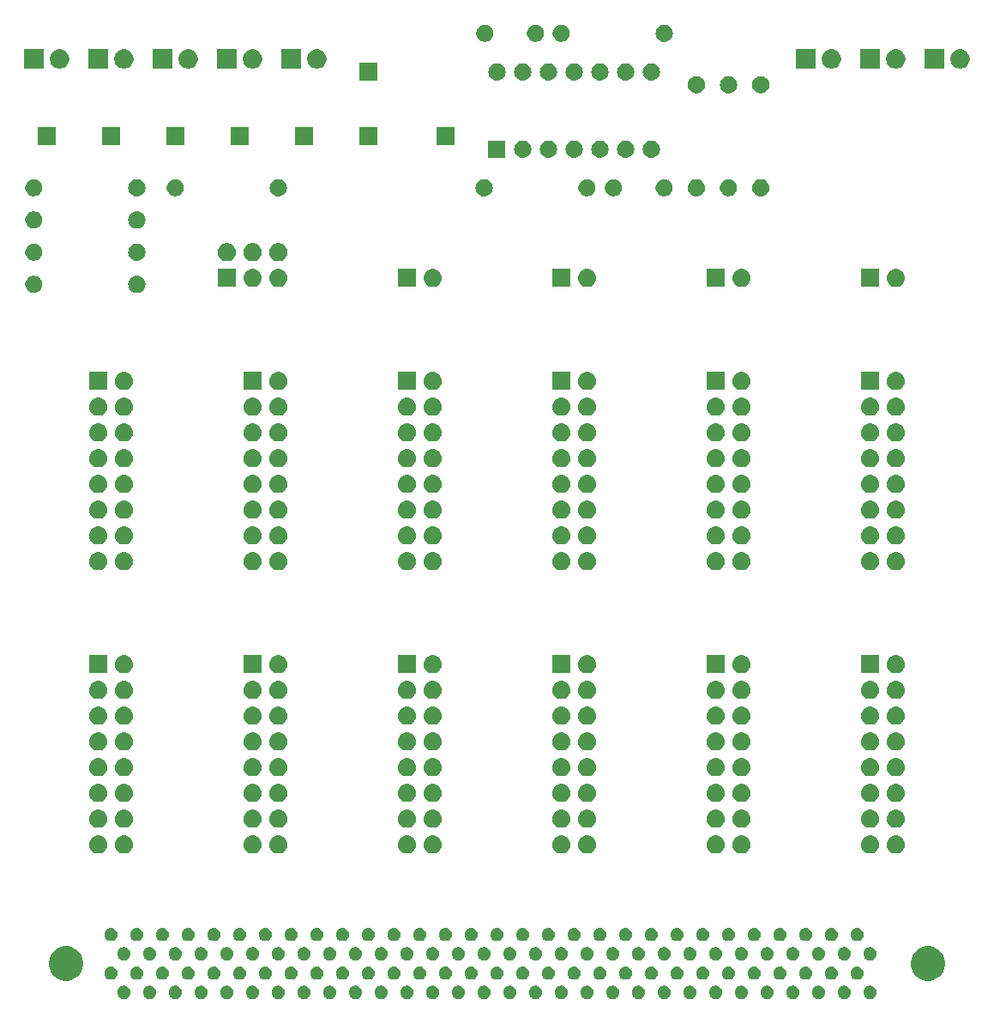
<source format=gbr>
G04 #@! TF.GenerationSoftware,KiCad,Pcbnew,(5.0.1)-3*
G04 #@! TF.CreationDate,2018-11-20T12:14:11-07:00*
G04 #@! TF.ProjectId,MiniSys-Breakout,4D696E695379732D427265616B6F7574,rev?*
G04 #@! TF.SameCoordinates,Original*
G04 #@! TF.FileFunction,Soldermask,Top*
G04 #@! TF.FilePolarity,Negative*
%FSLAX46Y46*%
G04 Gerber Fmt 4.6, Leading zero omitted, Abs format (unit mm)*
G04 Created by KiCad (PCBNEW (5.0.1)-3) date 11/20/2018 12:14:11 PM*
%MOMM*%
%LPD*%
G01*
G04 APERTURE LIST*
%ADD10C,0.100000*%
G04 APERTURE END LIST*
D10*
G36*
X111952689Y-121919786D02*
X112072908Y-121969582D01*
X112181112Y-122041882D01*
X112273118Y-122133888D01*
X112345418Y-122242092D01*
X112395214Y-122362311D01*
X112420600Y-122489935D01*
X112420600Y-122620065D01*
X112395214Y-122747689D01*
X112345418Y-122867908D01*
X112273118Y-122976112D01*
X112181112Y-123068118D01*
X112072908Y-123140418D01*
X111952689Y-123190214D01*
X111825065Y-123215600D01*
X111694935Y-123215600D01*
X111567311Y-123190214D01*
X111447092Y-123140418D01*
X111338888Y-123068118D01*
X111246882Y-122976112D01*
X111174582Y-122867908D01*
X111124786Y-122747689D01*
X111099400Y-122620065D01*
X111099400Y-122489935D01*
X111124786Y-122362311D01*
X111174582Y-122242092D01*
X111246882Y-122133888D01*
X111338888Y-122041882D01*
X111447092Y-121969582D01*
X111567311Y-121919786D01*
X111694935Y-121894400D01*
X111825065Y-121894400D01*
X111952689Y-121919786D01*
X111952689Y-121919786D01*
G37*
G36*
X73852689Y-121919786D02*
X73972908Y-121969582D01*
X74081112Y-122041882D01*
X74173118Y-122133888D01*
X74245418Y-122242092D01*
X74295214Y-122362311D01*
X74320600Y-122489935D01*
X74320600Y-122620065D01*
X74295214Y-122747689D01*
X74245418Y-122867908D01*
X74173118Y-122976112D01*
X74081112Y-123068118D01*
X73972908Y-123140418D01*
X73852689Y-123190214D01*
X73725065Y-123215600D01*
X73594935Y-123215600D01*
X73467311Y-123190214D01*
X73347092Y-123140418D01*
X73238888Y-123068118D01*
X73146882Y-122976112D01*
X73074582Y-122867908D01*
X73024786Y-122747689D01*
X72999400Y-122620065D01*
X72999400Y-122489935D01*
X73024786Y-122362311D01*
X73074582Y-122242092D01*
X73146882Y-122133888D01*
X73238888Y-122041882D01*
X73347092Y-121969582D01*
X73467311Y-121919786D01*
X73594935Y-121894400D01*
X73725065Y-121894400D01*
X73852689Y-121919786D01*
X73852689Y-121919786D01*
G37*
G36*
X38292689Y-121919786D02*
X38412908Y-121969582D01*
X38521112Y-122041882D01*
X38613118Y-122133888D01*
X38685418Y-122242092D01*
X38735214Y-122362311D01*
X38760600Y-122489935D01*
X38760600Y-122620065D01*
X38735214Y-122747689D01*
X38685418Y-122867908D01*
X38613118Y-122976112D01*
X38521112Y-123068118D01*
X38412908Y-123140418D01*
X38292689Y-123190214D01*
X38165065Y-123215600D01*
X38034935Y-123215600D01*
X37907311Y-123190214D01*
X37787092Y-123140418D01*
X37678888Y-123068118D01*
X37586882Y-122976112D01*
X37514582Y-122867908D01*
X37464786Y-122747689D01*
X37439400Y-122620065D01*
X37439400Y-122489935D01*
X37464786Y-122362311D01*
X37514582Y-122242092D01*
X37586882Y-122133888D01*
X37678888Y-122041882D01*
X37787092Y-121969582D01*
X37907311Y-121919786D01*
X38034935Y-121894400D01*
X38165065Y-121894400D01*
X38292689Y-121919786D01*
X38292689Y-121919786D01*
G37*
G36*
X40832689Y-121919786D02*
X40952908Y-121969582D01*
X41061112Y-122041882D01*
X41153118Y-122133888D01*
X41225418Y-122242092D01*
X41275214Y-122362311D01*
X41300600Y-122489935D01*
X41300600Y-122620065D01*
X41275214Y-122747689D01*
X41225418Y-122867908D01*
X41153118Y-122976112D01*
X41061112Y-123068118D01*
X40952908Y-123140418D01*
X40832689Y-123190214D01*
X40705065Y-123215600D01*
X40574935Y-123215600D01*
X40447311Y-123190214D01*
X40327092Y-123140418D01*
X40218888Y-123068118D01*
X40126882Y-122976112D01*
X40054582Y-122867908D01*
X40004786Y-122747689D01*
X39979400Y-122620065D01*
X39979400Y-122489935D01*
X40004786Y-122362311D01*
X40054582Y-122242092D01*
X40126882Y-122133888D01*
X40218888Y-122041882D01*
X40327092Y-121969582D01*
X40447311Y-121919786D01*
X40574935Y-121894400D01*
X40705065Y-121894400D01*
X40832689Y-121919786D01*
X40832689Y-121919786D01*
G37*
G36*
X43372689Y-121919786D02*
X43492908Y-121969582D01*
X43601112Y-122041882D01*
X43693118Y-122133888D01*
X43765418Y-122242092D01*
X43815214Y-122362311D01*
X43840600Y-122489935D01*
X43840600Y-122620065D01*
X43815214Y-122747689D01*
X43765418Y-122867908D01*
X43693118Y-122976112D01*
X43601112Y-123068118D01*
X43492908Y-123140418D01*
X43372689Y-123190214D01*
X43245065Y-123215600D01*
X43114935Y-123215600D01*
X42987311Y-123190214D01*
X42867092Y-123140418D01*
X42758888Y-123068118D01*
X42666882Y-122976112D01*
X42594582Y-122867908D01*
X42544786Y-122747689D01*
X42519400Y-122620065D01*
X42519400Y-122489935D01*
X42544786Y-122362311D01*
X42594582Y-122242092D01*
X42666882Y-122133888D01*
X42758888Y-122041882D01*
X42867092Y-121969582D01*
X42987311Y-121919786D01*
X43114935Y-121894400D01*
X43245065Y-121894400D01*
X43372689Y-121919786D01*
X43372689Y-121919786D01*
G37*
G36*
X45912689Y-121919786D02*
X46032908Y-121969582D01*
X46141112Y-122041882D01*
X46233118Y-122133888D01*
X46305418Y-122242092D01*
X46355214Y-122362311D01*
X46380600Y-122489935D01*
X46380600Y-122620065D01*
X46355214Y-122747689D01*
X46305418Y-122867908D01*
X46233118Y-122976112D01*
X46141112Y-123068118D01*
X46032908Y-123140418D01*
X45912689Y-123190214D01*
X45785065Y-123215600D01*
X45654935Y-123215600D01*
X45527311Y-123190214D01*
X45407092Y-123140418D01*
X45298888Y-123068118D01*
X45206882Y-122976112D01*
X45134582Y-122867908D01*
X45084786Y-122747689D01*
X45059400Y-122620065D01*
X45059400Y-122489935D01*
X45084786Y-122362311D01*
X45134582Y-122242092D01*
X45206882Y-122133888D01*
X45298888Y-122041882D01*
X45407092Y-121969582D01*
X45527311Y-121919786D01*
X45654935Y-121894400D01*
X45785065Y-121894400D01*
X45912689Y-121919786D01*
X45912689Y-121919786D01*
G37*
G36*
X48452689Y-121919786D02*
X48572908Y-121969582D01*
X48681112Y-122041882D01*
X48773118Y-122133888D01*
X48845418Y-122242092D01*
X48895214Y-122362311D01*
X48920600Y-122489935D01*
X48920600Y-122620065D01*
X48895214Y-122747689D01*
X48845418Y-122867908D01*
X48773118Y-122976112D01*
X48681112Y-123068118D01*
X48572908Y-123140418D01*
X48452689Y-123190214D01*
X48325065Y-123215600D01*
X48194935Y-123215600D01*
X48067311Y-123190214D01*
X47947092Y-123140418D01*
X47838888Y-123068118D01*
X47746882Y-122976112D01*
X47674582Y-122867908D01*
X47624786Y-122747689D01*
X47599400Y-122620065D01*
X47599400Y-122489935D01*
X47624786Y-122362311D01*
X47674582Y-122242092D01*
X47746882Y-122133888D01*
X47838888Y-122041882D01*
X47947092Y-121969582D01*
X48067311Y-121919786D01*
X48194935Y-121894400D01*
X48325065Y-121894400D01*
X48452689Y-121919786D01*
X48452689Y-121919786D01*
G37*
G36*
X50992689Y-121919786D02*
X51112908Y-121969582D01*
X51221112Y-122041882D01*
X51313118Y-122133888D01*
X51385418Y-122242092D01*
X51435214Y-122362311D01*
X51460600Y-122489935D01*
X51460600Y-122620065D01*
X51435214Y-122747689D01*
X51385418Y-122867908D01*
X51313118Y-122976112D01*
X51221112Y-123068118D01*
X51112908Y-123140418D01*
X50992689Y-123190214D01*
X50865065Y-123215600D01*
X50734935Y-123215600D01*
X50607311Y-123190214D01*
X50487092Y-123140418D01*
X50378888Y-123068118D01*
X50286882Y-122976112D01*
X50214582Y-122867908D01*
X50164786Y-122747689D01*
X50139400Y-122620065D01*
X50139400Y-122489935D01*
X50164786Y-122362311D01*
X50214582Y-122242092D01*
X50286882Y-122133888D01*
X50378888Y-122041882D01*
X50487092Y-121969582D01*
X50607311Y-121919786D01*
X50734935Y-121894400D01*
X50865065Y-121894400D01*
X50992689Y-121919786D01*
X50992689Y-121919786D01*
G37*
G36*
X53532689Y-121919786D02*
X53652908Y-121969582D01*
X53761112Y-122041882D01*
X53853118Y-122133888D01*
X53925418Y-122242092D01*
X53975214Y-122362311D01*
X54000600Y-122489935D01*
X54000600Y-122620065D01*
X53975214Y-122747689D01*
X53925418Y-122867908D01*
X53853118Y-122976112D01*
X53761112Y-123068118D01*
X53652908Y-123140418D01*
X53532689Y-123190214D01*
X53405065Y-123215600D01*
X53274935Y-123215600D01*
X53147311Y-123190214D01*
X53027092Y-123140418D01*
X52918888Y-123068118D01*
X52826882Y-122976112D01*
X52754582Y-122867908D01*
X52704786Y-122747689D01*
X52679400Y-122620065D01*
X52679400Y-122489935D01*
X52704786Y-122362311D01*
X52754582Y-122242092D01*
X52826882Y-122133888D01*
X52918888Y-122041882D01*
X53027092Y-121969582D01*
X53147311Y-121919786D01*
X53274935Y-121894400D01*
X53405065Y-121894400D01*
X53532689Y-121919786D01*
X53532689Y-121919786D01*
G37*
G36*
X56072689Y-121919786D02*
X56192908Y-121969582D01*
X56301112Y-122041882D01*
X56393118Y-122133888D01*
X56465418Y-122242092D01*
X56515214Y-122362311D01*
X56540600Y-122489935D01*
X56540600Y-122620065D01*
X56515214Y-122747689D01*
X56465418Y-122867908D01*
X56393118Y-122976112D01*
X56301112Y-123068118D01*
X56192908Y-123140418D01*
X56072689Y-123190214D01*
X55945065Y-123215600D01*
X55814935Y-123215600D01*
X55687311Y-123190214D01*
X55567092Y-123140418D01*
X55458888Y-123068118D01*
X55366882Y-122976112D01*
X55294582Y-122867908D01*
X55244786Y-122747689D01*
X55219400Y-122620065D01*
X55219400Y-122489935D01*
X55244786Y-122362311D01*
X55294582Y-122242092D01*
X55366882Y-122133888D01*
X55458888Y-122041882D01*
X55567092Y-121969582D01*
X55687311Y-121919786D01*
X55814935Y-121894400D01*
X55945065Y-121894400D01*
X56072689Y-121919786D01*
X56072689Y-121919786D01*
G37*
G36*
X58612689Y-121919786D02*
X58732908Y-121969582D01*
X58841112Y-122041882D01*
X58933118Y-122133888D01*
X59005418Y-122242092D01*
X59055214Y-122362311D01*
X59080600Y-122489935D01*
X59080600Y-122620065D01*
X59055214Y-122747689D01*
X59005418Y-122867908D01*
X58933118Y-122976112D01*
X58841112Y-123068118D01*
X58732908Y-123140418D01*
X58612689Y-123190214D01*
X58485065Y-123215600D01*
X58354935Y-123215600D01*
X58227311Y-123190214D01*
X58107092Y-123140418D01*
X57998888Y-123068118D01*
X57906882Y-122976112D01*
X57834582Y-122867908D01*
X57784786Y-122747689D01*
X57759400Y-122620065D01*
X57759400Y-122489935D01*
X57784786Y-122362311D01*
X57834582Y-122242092D01*
X57906882Y-122133888D01*
X57998888Y-122041882D01*
X58107092Y-121969582D01*
X58227311Y-121919786D01*
X58354935Y-121894400D01*
X58485065Y-121894400D01*
X58612689Y-121919786D01*
X58612689Y-121919786D01*
G37*
G36*
X61152689Y-121919786D02*
X61272908Y-121969582D01*
X61381112Y-122041882D01*
X61473118Y-122133888D01*
X61545418Y-122242092D01*
X61595214Y-122362311D01*
X61620600Y-122489935D01*
X61620600Y-122620065D01*
X61595214Y-122747689D01*
X61545418Y-122867908D01*
X61473118Y-122976112D01*
X61381112Y-123068118D01*
X61272908Y-123140418D01*
X61152689Y-123190214D01*
X61025065Y-123215600D01*
X60894935Y-123215600D01*
X60767311Y-123190214D01*
X60647092Y-123140418D01*
X60538888Y-123068118D01*
X60446882Y-122976112D01*
X60374582Y-122867908D01*
X60324786Y-122747689D01*
X60299400Y-122620065D01*
X60299400Y-122489935D01*
X60324786Y-122362311D01*
X60374582Y-122242092D01*
X60446882Y-122133888D01*
X60538888Y-122041882D01*
X60647092Y-121969582D01*
X60767311Y-121919786D01*
X60894935Y-121894400D01*
X61025065Y-121894400D01*
X61152689Y-121919786D01*
X61152689Y-121919786D01*
G37*
G36*
X63692689Y-121919786D02*
X63812908Y-121969582D01*
X63921112Y-122041882D01*
X64013118Y-122133888D01*
X64085418Y-122242092D01*
X64135214Y-122362311D01*
X64160600Y-122489935D01*
X64160600Y-122620065D01*
X64135214Y-122747689D01*
X64085418Y-122867908D01*
X64013118Y-122976112D01*
X63921112Y-123068118D01*
X63812908Y-123140418D01*
X63692689Y-123190214D01*
X63565065Y-123215600D01*
X63434935Y-123215600D01*
X63307311Y-123190214D01*
X63187092Y-123140418D01*
X63078888Y-123068118D01*
X62986882Y-122976112D01*
X62914582Y-122867908D01*
X62864786Y-122747689D01*
X62839400Y-122620065D01*
X62839400Y-122489935D01*
X62864786Y-122362311D01*
X62914582Y-122242092D01*
X62986882Y-122133888D01*
X63078888Y-122041882D01*
X63187092Y-121969582D01*
X63307311Y-121919786D01*
X63434935Y-121894400D01*
X63565065Y-121894400D01*
X63692689Y-121919786D01*
X63692689Y-121919786D01*
G37*
G36*
X66232689Y-121919786D02*
X66352908Y-121969582D01*
X66461112Y-122041882D01*
X66553118Y-122133888D01*
X66625418Y-122242092D01*
X66675214Y-122362311D01*
X66700600Y-122489935D01*
X66700600Y-122620065D01*
X66675214Y-122747689D01*
X66625418Y-122867908D01*
X66553118Y-122976112D01*
X66461112Y-123068118D01*
X66352908Y-123140418D01*
X66232689Y-123190214D01*
X66105065Y-123215600D01*
X65974935Y-123215600D01*
X65847311Y-123190214D01*
X65727092Y-123140418D01*
X65618888Y-123068118D01*
X65526882Y-122976112D01*
X65454582Y-122867908D01*
X65404786Y-122747689D01*
X65379400Y-122620065D01*
X65379400Y-122489935D01*
X65404786Y-122362311D01*
X65454582Y-122242092D01*
X65526882Y-122133888D01*
X65618888Y-122041882D01*
X65727092Y-121969582D01*
X65847311Y-121919786D01*
X65974935Y-121894400D01*
X66105065Y-121894400D01*
X66232689Y-121919786D01*
X66232689Y-121919786D01*
G37*
G36*
X68772689Y-121919786D02*
X68892908Y-121969582D01*
X69001112Y-122041882D01*
X69093118Y-122133888D01*
X69165418Y-122242092D01*
X69215214Y-122362311D01*
X69240600Y-122489935D01*
X69240600Y-122620065D01*
X69215214Y-122747689D01*
X69165418Y-122867908D01*
X69093118Y-122976112D01*
X69001112Y-123068118D01*
X68892908Y-123140418D01*
X68772689Y-123190214D01*
X68645065Y-123215600D01*
X68514935Y-123215600D01*
X68387311Y-123190214D01*
X68267092Y-123140418D01*
X68158888Y-123068118D01*
X68066882Y-122976112D01*
X67994582Y-122867908D01*
X67944786Y-122747689D01*
X67919400Y-122620065D01*
X67919400Y-122489935D01*
X67944786Y-122362311D01*
X67994582Y-122242092D01*
X68066882Y-122133888D01*
X68158888Y-122041882D01*
X68267092Y-121969582D01*
X68387311Y-121919786D01*
X68514935Y-121894400D01*
X68645065Y-121894400D01*
X68772689Y-121919786D01*
X68772689Y-121919786D01*
G37*
G36*
X71312689Y-121919786D02*
X71432908Y-121969582D01*
X71541112Y-122041882D01*
X71633118Y-122133888D01*
X71705418Y-122242092D01*
X71755214Y-122362311D01*
X71780600Y-122489935D01*
X71780600Y-122620065D01*
X71755214Y-122747689D01*
X71705418Y-122867908D01*
X71633118Y-122976112D01*
X71541112Y-123068118D01*
X71432908Y-123140418D01*
X71312689Y-123190214D01*
X71185065Y-123215600D01*
X71054935Y-123215600D01*
X70927311Y-123190214D01*
X70807092Y-123140418D01*
X70698888Y-123068118D01*
X70606882Y-122976112D01*
X70534582Y-122867908D01*
X70484786Y-122747689D01*
X70459400Y-122620065D01*
X70459400Y-122489935D01*
X70484786Y-122362311D01*
X70534582Y-122242092D01*
X70606882Y-122133888D01*
X70698888Y-122041882D01*
X70807092Y-121969582D01*
X70927311Y-121919786D01*
X71054935Y-121894400D01*
X71185065Y-121894400D01*
X71312689Y-121919786D01*
X71312689Y-121919786D01*
G37*
G36*
X78932689Y-121919786D02*
X79052908Y-121969582D01*
X79161112Y-122041882D01*
X79253118Y-122133888D01*
X79325418Y-122242092D01*
X79375214Y-122362311D01*
X79400600Y-122489935D01*
X79400600Y-122620065D01*
X79375214Y-122747689D01*
X79325418Y-122867908D01*
X79253118Y-122976112D01*
X79161112Y-123068118D01*
X79052908Y-123140418D01*
X78932689Y-123190214D01*
X78805065Y-123215600D01*
X78674935Y-123215600D01*
X78547311Y-123190214D01*
X78427092Y-123140418D01*
X78318888Y-123068118D01*
X78226882Y-122976112D01*
X78154582Y-122867908D01*
X78104786Y-122747689D01*
X78079400Y-122620065D01*
X78079400Y-122489935D01*
X78104786Y-122362311D01*
X78154582Y-122242092D01*
X78226882Y-122133888D01*
X78318888Y-122041882D01*
X78427092Y-121969582D01*
X78547311Y-121919786D01*
X78674935Y-121894400D01*
X78805065Y-121894400D01*
X78932689Y-121919786D01*
X78932689Y-121919786D01*
G37*
G36*
X81472689Y-121919786D02*
X81592908Y-121969582D01*
X81701112Y-122041882D01*
X81793118Y-122133888D01*
X81865418Y-122242092D01*
X81915214Y-122362311D01*
X81940600Y-122489935D01*
X81940600Y-122620065D01*
X81915214Y-122747689D01*
X81865418Y-122867908D01*
X81793118Y-122976112D01*
X81701112Y-123068118D01*
X81592908Y-123140418D01*
X81472689Y-123190214D01*
X81345065Y-123215600D01*
X81214935Y-123215600D01*
X81087311Y-123190214D01*
X80967092Y-123140418D01*
X80858888Y-123068118D01*
X80766882Y-122976112D01*
X80694582Y-122867908D01*
X80644786Y-122747689D01*
X80619400Y-122620065D01*
X80619400Y-122489935D01*
X80644786Y-122362311D01*
X80694582Y-122242092D01*
X80766882Y-122133888D01*
X80858888Y-122041882D01*
X80967092Y-121969582D01*
X81087311Y-121919786D01*
X81214935Y-121894400D01*
X81345065Y-121894400D01*
X81472689Y-121919786D01*
X81472689Y-121919786D01*
G37*
G36*
X84012689Y-121919786D02*
X84132908Y-121969582D01*
X84241112Y-122041882D01*
X84333118Y-122133888D01*
X84405418Y-122242092D01*
X84455214Y-122362311D01*
X84480600Y-122489935D01*
X84480600Y-122620065D01*
X84455214Y-122747689D01*
X84405418Y-122867908D01*
X84333118Y-122976112D01*
X84241112Y-123068118D01*
X84132908Y-123140418D01*
X84012689Y-123190214D01*
X83885065Y-123215600D01*
X83754935Y-123215600D01*
X83627311Y-123190214D01*
X83507092Y-123140418D01*
X83398888Y-123068118D01*
X83306882Y-122976112D01*
X83234582Y-122867908D01*
X83184786Y-122747689D01*
X83159400Y-122620065D01*
X83159400Y-122489935D01*
X83184786Y-122362311D01*
X83234582Y-122242092D01*
X83306882Y-122133888D01*
X83398888Y-122041882D01*
X83507092Y-121969582D01*
X83627311Y-121919786D01*
X83754935Y-121894400D01*
X83885065Y-121894400D01*
X84012689Y-121919786D01*
X84012689Y-121919786D01*
G37*
G36*
X86552689Y-121919786D02*
X86672908Y-121969582D01*
X86781112Y-122041882D01*
X86873118Y-122133888D01*
X86945418Y-122242092D01*
X86995214Y-122362311D01*
X87020600Y-122489935D01*
X87020600Y-122620065D01*
X86995214Y-122747689D01*
X86945418Y-122867908D01*
X86873118Y-122976112D01*
X86781112Y-123068118D01*
X86672908Y-123140418D01*
X86552689Y-123190214D01*
X86425065Y-123215600D01*
X86294935Y-123215600D01*
X86167311Y-123190214D01*
X86047092Y-123140418D01*
X85938888Y-123068118D01*
X85846882Y-122976112D01*
X85774582Y-122867908D01*
X85724786Y-122747689D01*
X85699400Y-122620065D01*
X85699400Y-122489935D01*
X85724786Y-122362311D01*
X85774582Y-122242092D01*
X85846882Y-122133888D01*
X85938888Y-122041882D01*
X86047092Y-121969582D01*
X86167311Y-121919786D01*
X86294935Y-121894400D01*
X86425065Y-121894400D01*
X86552689Y-121919786D01*
X86552689Y-121919786D01*
G37*
G36*
X89092689Y-121919786D02*
X89212908Y-121969582D01*
X89321112Y-122041882D01*
X89413118Y-122133888D01*
X89485418Y-122242092D01*
X89535214Y-122362311D01*
X89560600Y-122489935D01*
X89560600Y-122620065D01*
X89535214Y-122747689D01*
X89485418Y-122867908D01*
X89413118Y-122976112D01*
X89321112Y-123068118D01*
X89212908Y-123140418D01*
X89092689Y-123190214D01*
X88965065Y-123215600D01*
X88834935Y-123215600D01*
X88707311Y-123190214D01*
X88587092Y-123140418D01*
X88478888Y-123068118D01*
X88386882Y-122976112D01*
X88314582Y-122867908D01*
X88264786Y-122747689D01*
X88239400Y-122620065D01*
X88239400Y-122489935D01*
X88264786Y-122362311D01*
X88314582Y-122242092D01*
X88386882Y-122133888D01*
X88478888Y-122041882D01*
X88587092Y-121969582D01*
X88707311Y-121919786D01*
X88834935Y-121894400D01*
X88965065Y-121894400D01*
X89092689Y-121919786D01*
X89092689Y-121919786D01*
G37*
G36*
X91632689Y-121919786D02*
X91752908Y-121969582D01*
X91861112Y-122041882D01*
X91953118Y-122133888D01*
X92025418Y-122242092D01*
X92075214Y-122362311D01*
X92100600Y-122489935D01*
X92100600Y-122620065D01*
X92075214Y-122747689D01*
X92025418Y-122867908D01*
X91953118Y-122976112D01*
X91861112Y-123068118D01*
X91752908Y-123140418D01*
X91632689Y-123190214D01*
X91505065Y-123215600D01*
X91374935Y-123215600D01*
X91247311Y-123190214D01*
X91127092Y-123140418D01*
X91018888Y-123068118D01*
X90926882Y-122976112D01*
X90854582Y-122867908D01*
X90804786Y-122747689D01*
X90779400Y-122620065D01*
X90779400Y-122489935D01*
X90804786Y-122362311D01*
X90854582Y-122242092D01*
X90926882Y-122133888D01*
X91018888Y-122041882D01*
X91127092Y-121969582D01*
X91247311Y-121919786D01*
X91374935Y-121894400D01*
X91505065Y-121894400D01*
X91632689Y-121919786D01*
X91632689Y-121919786D01*
G37*
G36*
X94172689Y-121919786D02*
X94292908Y-121969582D01*
X94401112Y-122041882D01*
X94493118Y-122133888D01*
X94565418Y-122242092D01*
X94615214Y-122362311D01*
X94640600Y-122489935D01*
X94640600Y-122620065D01*
X94615214Y-122747689D01*
X94565418Y-122867908D01*
X94493118Y-122976112D01*
X94401112Y-123068118D01*
X94292908Y-123140418D01*
X94172689Y-123190214D01*
X94045065Y-123215600D01*
X93914935Y-123215600D01*
X93787311Y-123190214D01*
X93667092Y-123140418D01*
X93558888Y-123068118D01*
X93466882Y-122976112D01*
X93394582Y-122867908D01*
X93344786Y-122747689D01*
X93319400Y-122620065D01*
X93319400Y-122489935D01*
X93344786Y-122362311D01*
X93394582Y-122242092D01*
X93466882Y-122133888D01*
X93558888Y-122041882D01*
X93667092Y-121969582D01*
X93787311Y-121919786D01*
X93914935Y-121894400D01*
X94045065Y-121894400D01*
X94172689Y-121919786D01*
X94172689Y-121919786D01*
G37*
G36*
X96712689Y-121919786D02*
X96832908Y-121969582D01*
X96941112Y-122041882D01*
X97033118Y-122133888D01*
X97105418Y-122242092D01*
X97155214Y-122362311D01*
X97180600Y-122489935D01*
X97180600Y-122620065D01*
X97155214Y-122747689D01*
X97105418Y-122867908D01*
X97033118Y-122976112D01*
X96941112Y-123068118D01*
X96832908Y-123140418D01*
X96712689Y-123190214D01*
X96585065Y-123215600D01*
X96454935Y-123215600D01*
X96327311Y-123190214D01*
X96207092Y-123140418D01*
X96098888Y-123068118D01*
X96006882Y-122976112D01*
X95934582Y-122867908D01*
X95884786Y-122747689D01*
X95859400Y-122620065D01*
X95859400Y-122489935D01*
X95884786Y-122362311D01*
X95934582Y-122242092D01*
X96006882Y-122133888D01*
X96098888Y-122041882D01*
X96207092Y-121969582D01*
X96327311Y-121919786D01*
X96454935Y-121894400D01*
X96585065Y-121894400D01*
X96712689Y-121919786D01*
X96712689Y-121919786D01*
G37*
G36*
X99252689Y-121919786D02*
X99372908Y-121969582D01*
X99481112Y-122041882D01*
X99573118Y-122133888D01*
X99645418Y-122242092D01*
X99695214Y-122362311D01*
X99720600Y-122489935D01*
X99720600Y-122620065D01*
X99695214Y-122747689D01*
X99645418Y-122867908D01*
X99573118Y-122976112D01*
X99481112Y-123068118D01*
X99372908Y-123140418D01*
X99252689Y-123190214D01*
X99125065Y-123215600D01*
X98994935Y-123215600D01*
X98867311Y-123190214D01*
X98747092Y-123140418D01*
X98638888Y-123068118D01*
X98546882Y-122976112D01*
X98474582Y-122867908D01*
X98424786Y-122747689D01*
X98399400Y-122620065D01*
X98399400Y-122489935D01*
X98424786Y-122362311D01*
X98474582Y-122242092D01*
X98546882Y-122133888D01*
X98638888Y-122041882D01*
X98747092Y-121969582D01*
X98867311Y-121919786D01*
X98994935Y-121894400D01*
X99125065Y-121894400D01*
X99252689Y-121919786D01*
X99252689Y-121919786D01*
G37*
G36*
X101792689Y-121919786D02*
X101912908Y-121969582D01*
X102021112Y-122041882D01*
X102113118Y-122133888D01*
X102185418Y-122242092D01*
X102235214Y-122362311D01*
X102260600Y-122489935D01*
X102260600Y-122620065D01*
X102235214Y-122747689D01*
X102185418Y-122867908D01*
X102113118Y-122976112D01*
X102021112Y-123068118D01*
X101912908Y-123140418D01*
X101792689Y-123190214D01*
X101665065Y-123215600D01*
X101534935Y-123215600D01*
X101407311Y-123190214D01*
X101287092Y-123140418D01*
X101178888Y-123068118D01*
X101086882Y-122976112D01*
X101014582Y-122867908D01*
X100964786Y-122747689D01*
X100939400Y-122620065D01*
X100939400Y-122489935D01*
X100964786Y-122362311D01*
X101014582Y-122242092D01*
X101086882Y-122133888D01*
X101178888Y-122041882D01*
X101287092Y-121969582D01*
X101407311Y-121919786D01*
X101534935Y-121894400D01*
X101665065Y-121894400D01*
X101792689Y-121919786D01*
X101792689Y-121919786D01*
G37*
G36*
X104332689Y-121919786D02*
X104452908Y-121969582D01*
X104561112Y-122041882D01*
X104653118Y-122133888D01*
X104725418Y-122242092D01*
X104775214Y-122362311D01*
X104800600Y-122489935D01*
X104800600Y-122620065D01*
X104775214Y-122747689D01*
X104725418Y-122867908D01*
X104653118Y-122976112D01*
X104561112Y-123068118D01*
X104452908Y-123140418D01*
X104332689Y-123190214D01*
X104205065Y-123215600D01*
X104074935Y-123215600D01*
X103947311Y-123190214D01*
X103827092Y-123140418D01*
X103718888Y-123068118D01*
X103626882Y-122976112D01*
X103554582Y-122867908D01*
X103504786Y-122747689D01*
X103479400Y-122620065D01*
X103479400Y-122489935D01*
X103504786Y-122362311D01*
X103554582Y-122242092D01*
X103626882Y-122133888D01*
X103718888Y-122041882D01*
X103827092Y-121969582D01*
X103947311Y-121919786D01*
X104074935Y-121894400D01*
X104205065Y-121894400D01*
X104332689Y-121919786D01*
X104332689Y-121919786D01*
G37*
G36*
X106872689Y-121919786D02*
X106992908Y-121969582D01*
X107101112Y-122041882D01*
X107193118Y-122133888D01*
X107265418Y-122242092D01*
X107315214Y-122362311D01*
X107340600Y-122489935D01*
X107340600Y-122620065D01*
X107315214Y-122747689D01*
X107265418Y-122867908D01*
X107193118Y-122976112D01*
X107101112Y-123068118D01*
X106992908Y-123140418D01*
X106872689Y-123190214D01*
X106745065Y-123215600D01*
X106614935Y-123215600D01*
X106487311Y-123190214D01*
X106367092Y-123140418D01*
X106258888Y-123068118D01*
X106166882Y-122976112D01*
X106094582Y-122867908D01*
X106044786Y-122747689D01*
X106019400Y-122620065D01*
X106019400Y-122489935D01*
X106044786Y-122362311D01*
X106094582Y-122242092D01*
X106166882Y-122133888D01*
X106258888Y-122041882D01*
X106367092Y-121969582D01*
X106487311Y-121919786D01*
X106614935Y-121894400D01*
X106745065Y-121894400D01*
X106872689Y-121919786D01*
X106872689Y-121919786D01*
G37*
G36*
X109412689Y-121919786D02*
X109532908Y-121969582D01*
X109641112Y-122041882D01*
X109733118Y-122133888D01*
X109805418Y-122242092D01*
X109855214Y-122362311D01*
X109880600Y-122489935D01*
X109880600Y-122620065D01*
X109855214Y-122747689D01*
X109805418Y-122867908D01*
X109733118Y-122976112D01*
X109641112Y-123068118D01*
X109532908Y-123140418D01*
X109412689Y-123190214D01*
X109285065Y-123215600D01*
X109154935Y-123215600D01*
X109027311Y-123190214D01*
X108907092Y-123140418D01*
X108798888Y-123068118D01*
X108706882Y-122976112D01*
X108634582Y-122867908D01*
X108584786Y-122747689D01*
X108559400Y-122620065D01*
X108559400Y-122489935D01*
X108584786Y-122362311D01*
X108634582Y-122242092D01*
X108706882Y-122133888D01*
X108798888Y-122041882D01*
X108907092Y-121969582D01*
X109027311Y-121919786D01*
X109154935Y-121894400D01*
X109285065Y-121894400D01*
X109412689Y-121919786D01*
X109412689Y-121919786D01*
G37*
G36*
X76392689Y-121919786D02*
X76512908Y-121969582D01*
X76621112Y-122041882D01*
X76713118Y-122133888D01*
X76785418Y-122242092D01*
X76835214Y-122362311D01*
X76860600Y-122489935D01*
X76860600Y-122620065D01*
X76835214Y-122747689D01*
X76785418Y-122867908D01*
X76713118Y-122976112D01*
X76621112Y-123068118D01*
X76512908Y-123140418D01*
X76392689Y-123190214D01*
X76265065Y-123215600D01*
X76134935Y-123215600D01*
X76007311Y-123190214D01*
X75887092Y-123140418D01*
X75778888Y-123068118D01*
X75686882Y-122976112D01*
X75614582Y-122867908D01*
X75564786Y-122747689D01*
X75539400Y-122620065D01*
X75539400Y-122489935D01*
X75564786Y-122362311D01*
X75614582Y-122242092D01*
X75686882Y-122133888D01*
X75778888Y-122041882D01*
X75887092Y-121969582D01*
X76007311Y-121919786D01*
X76134935Y-121894400D01*
X76265065Y-121894400D01*
X76392689Y-121919786D01*
X76392689Y-121919786D01*
G37*
G36*
X117973306Y-118067500D02*
X118284208Y-118196280D01*
X118564013Y-118383240D01*
X118801960Y-118621187D01*
X118988920Y-118900992D01*
X119117700Y-119211894D01*
X119183350Y-119541941D01*
X119183350Y-119878459D01*
X119117700Y-120208506D01*
X118988920Y-120519408D01*
X118801960Y-120799213D01*
X118564013Y-121037160D01*
X118284208Y-121224120D01*
X117973306Y-121352900D01*
X117643259Y-121418550D01*
X117306741Y-121418550D01*
X116976694Y-121352900D01*
X116665792Y-121224120D01*
X116385987Y-121037160D01*
X116148040Y-120799213D01*
X115961080Y-120519408D01*
X115832300Y-120208506D01*
X115766650Y-119878459D01*
X115766650Y-119541941D01*
X115832300Y-119211894D01*
X115961080Y-118900992D01*
X116148040Y-118621187D01*
X116385987Y-118383240D01*
X116665792Y-118196280D01*
X116976694Y-118067500D01*
X117306741Y-118001850D01*
X117643259Y-118001850D01*
X117973306Y-118067500D01*
X117973306Y-118067500D01*
G37*
G36*
X32883306Y-118067500D02*
X33194208Y-118196280D01*
X33474013Y-118383240D01*
X33711960Y-118621187D01*
X33898920Y-118900992D01*
X34027700Y-119211894D01*
X34093350Y-119541941D01*
X34093350Y-119878459D01*
X34027700Y-120208506D01*
X33898920Y-120519408D01*
X33711960Y-120799213D01*
X33474013Y-121037160D01*
X33194208Y-121224120D01*
X32883306Y-121352900D01*
X32553259Y-121418550D01*
X32216741Y-121418550D01*
X31886694Y-121352900D01*
X31575792Y-121224120D01*
X31295987Y-121037160D01*
X31058040Y-120799213D01*
X30871080Y-120519408D01*
X30742300Y-120208506D01*
X30676650Y-119878459D01*
X30676650Y-119541941D01*
X30742300Y-119211894D01*
X30871080Y-118900992D01*
X31058040Y-118621187D01*
X31295987Y-118383240D01*
X31575792Y-118196280D01*
X31886694Y-118067500D01*
X32216741Y-118001850D01*
X32553259Y-118001850D01*
X32883306Y-118067500D01*
X32883306Y-118067500D01*
G37*
G36*
X82742689Y-120014786D02*
X82862908Y-120064582D01*
X82971112Y-120136882D01*
X83063118Y-120228888D01*
X83135418Y-120337092D01*
X83185214Y-120457311D01*
X83210600Y-120584935D01*
X83210600Y-120715065D01*
X83185214Y-120842689D01*
X83135418Y-120962908D01*
X83063118Y-121071112D01*
X82971112Y-121163118D01*
X82862908Y-121235418D01*
X82742689Y-121285214D01*
X82615065Y-121310600D01*
X82484935Y-121310600D01*
X82357311Y-121285214D01*
X82237092Y-121235418D01*
X82128888Y-121163118D01*
X82036882Y-121071112D01*
X81964582Y-120962908D01*
X81914786Y-120842689D01*
X81889400Y-120715065D01*
X81889400Y-120584935D01*
X81914786Y-120457311D01*
X81964582Y-120337092D01*
X82036882Y-120228888D01*
X82128888Y-120136882D01*
X82237092Y-120064582D01*
X82357311Y-120014786D01*
X82484935Y-119989400D01*
X82615065Y-119989400D01*
X82742689Y-120014786D01*
X82742689Y-120014786D01*
G37*
G36*
X72582689Y-120014786D02*
X72702908Y-120064582D01*
X72811112Y-120136882D01*
X72903118Y-120228888D01*
X72975418Y-120337092D01*
X73025214Y-120457311D01*
X73050600Y-120584935D01*
X73050600Y-120715065D01*
X73025214Y-120842689D01*
X72975418Y-120962908D01*
X72903118Y-121071112D01*
X72811112Y-121163118D01*
X72702908Y-121235418D01*
X72582689Y-121285214D01*
X72455065Y-121310600D01*
X72324935Y-121310600D01*
X72197311Y-121285214D01*
X72077092Y-121235418D01*
X71968888Y-121163118D01*
X71876882Y-121071112D01*
X71804582Y-120962908D01*
X71754786Y-120842689D01*
X71729400Y-120715065D01*
X71729400Y-120584935D01*
X71754786Y-120457311D01*
X71804582Y-120337092D01*
X71876882Y-120228888D01*
X71968888Y-120136882D01*
X72077092Y-120064582D01*
X72197311Y-120014786D01*
X72324935Y-119989400D01*
X72455065Y-119989400D01*
X72582689Y-120014786D01*
X72582689Y-120014786D01*
G37*
G36*
X67502689Y-120014786D02*
X67622908Y-120064582D01*
X67731112Y-120136882D01*
X67823118Y-120228888D01*
X67895418Y-120337092D01*
X67945214Y-120457311D01*
X67970600Y-120584935D01*
X67970600Y-120715065D01*
X67945214Y-120842689D01*
X67895418Y-120962908D01*
X67823118Y-121071112D01*
X67731112Y-121163118D01*
X67622908Y-121235418D01*
X67502689Y-121285214D01*
X67375065Y-121310600D01*
X67244935Y-121310600D01*
X67117311Y-121285214D01*
X66997092Y-121235418D01*
X66888888Y-121163118D01*
X66796882Y-121071112D01*
X66724582Y-120962908D01*
X66674786Y-120842689D01*
X66649400Y-120715065D01*
X66649400Y-120584935D01*
X66674786Y-120457311D01*
X66724582Y-120337092D01*
X66796882Y-120228888D01*
X66888888Y-120136882D01*
X66997092Y-120064582D01*
X67117311Y-120014786D01*
X67244935Y-119989400D01*
X67375065Y-119989400D01*
X67502689Y-120014786D01*
X67502689Y-120014786D01*
G37*
G36*
X75122689Y-120014786D02*
X75242908Y-120064582D01*
X75351112Y-120136882D01*
X75443118Y-120228888D01*
X75515418Y-120337092D01*
X75565214Y-120457311D01*
X75590600Y-120584935D01*
X75590600Y-120715065D01*
X75565214Y-120842689D01*
X75515418Y-120962908D01*
X75443118Y-121071112D01*
X75351112Y-121163118D01*
X75242908Y-121235418D01*
X75122689Y-121285214D01*
X74995065Y-121310600D01*
X74864935Y-121310600D01*
X74737311Y-121285214D01*
X74617092Y-121235418D01*
X74508888Y-121163118D01*
X74416882Y-121071112D01*
X74344582Y-120962908D01*
X74294786Y-120842689D01*
X74269400Y-120715065D01*
X74269400Y-120584935D01*
X74294786Y-120457311D01*
X74344582Y-120337092D01*
X74416882Y-120228888D01*
X74508888Y-120136882D01*
X74617092Y-120064582D01*
X74737311Y-120014786D01*
X74864935Y-119989400D01*
X74995065Y-119989400D01*
X75122689Y-120014786D01*
X75122689Y-120014786D01*
G37*
G36*
X64962689Y-120014786D02*
X65082908Y-120064582D01*
X65191112Y-120136882D01*
X65283118Y-120228888D01*
X65355418Y-120337092D01*
X65405214Y-120457311D01*
X65430600Y-120584935D01*
X65430600Y-120715065D01*
X65405214Y-120842689D01*
X65355418Y-120962908D01*
X65283118Y-121071112D01*
X65191112Y-121163118D01*
X65082908Y-121235418D01*
X64962689Y-121285214D01*
X64835065Y-121310600D01*
X64704935Y-121310600D01*
X64577311Y-121285214D01*
X64457092Y-121235418D01*
X64348888Y-121163118D01*
X64256882Y-121071112D01*
X64184582Y-120962908D01*
X64134786Y-120842689D01*
X64109400Y-120715065D01*
X64109400Y-120584935D01*
X64134786Y-120457311D01*
X64184582Y-120337092D01*
X64256882Y-120228888D01*
X64348888Y-120136882D01*
X64457092Y-120064582D01*
X64577311Y-120014786D01*
X64704935Y-119989400D01*
X64835065Y-119989400D01*
X64962689Y-120014786D01*
X64962689Y-120014786D01*
G37*
G36*
X77662689Y-120014786D02*
X77782908Y-120064582D01*
X77891112Y-120136882D01*
X77983118Y-120228888D01*
X78055418Y-120337092D01*
X78105214Y-120457311D01*
X78130600Y-120584935D01*
X78130600Y-120715065D01*
X78105214Y-120842689D01*
X78055418Y-120962908D01*
X77983118Y-121071112D01*
X77891112Y-121163118D01*
X77782908Y-121235418D01*
X77662689Y-121285214D01*
X77535065Y-121310600D01*
X77404935Y-121310600D01*
X77277311Y-121285214D01*
X77157092Y-121235418D01*
X77048888Y-121163118D01*
X76956882Y-121071112D01*
X76884582Y-120962908D01*
X76834786Y-120842689D01*
X76809400Y-120715065D01*
X76809400Y-120584935D01*
X76834786Y-120457311D01*
X76884582Y-120337092D01*
X76956882Y-120228888D01*
X77048888Y-120136882D01*
X77157092Y-120064582D01*
X77277311Y-120014786D01*
X77404935Y-119989400D01*
X77535065Y-119989400D01*
X77662689Y-120014786D01*
X77662689Y-120014786D01*
G37*
G36*
X62422689Y-120014786D02*
X62542908Y-120064582D01*
X62651112Y-120136882D01*
X62743118Y-120228888D01*
X62815418Y-120337092D01*
X62865214Y-120457311D01*
X62890600Y-120584935D01*
X62890600Y-120715065D01*
X62865214Y-120842689D01*
X62815418Y-120962908D01*
X62743118Y-121071112D01*
X62651112Y-121163118D01*
X62542908Y-121235418D01*
X62422689Y-121285214D01*
X62295065Y-121310600D01*
X62164935Y-121310600D01*
X62037311Y-121285214D01*
X61917092Y-121235418D01*
X61808888Y-121163118D01*
X61716882Y-121071112D01*
X61644582Y-120962908D01*
X61594786Y-120842689D01*
X61569400Y-120715065D01*
X61569400Y-120584935D01*
X61594786Y-120457311D01*
X61644582Y-120337092D01*
X61716882Y-120228888D01*
X61808888Y-120136882D01*
X61917092Y-120064582D01*
X62037311Y-120014786D01*
X62164935Y-119989400D01*
X62295065Y-119989400D01*
X62422689Y-120014786D01*
X62422689Y-120014786D01*
G37*
G36*
X80202689Y-120014786D02*
X80322908Y-120064582D01*
X80431112Y-120136882D01*
X80523118Y-120228888D01*
X80595418Y-120337092D01*
X80645214Y-120457311D01*
X80670600Y-120584935D01*
X80670600Y-120715065D01*
X80645214Y-120842689D01*
X80595418Y-120962908D01*
X80523118Y-121071112D01*
X80431112Y-121163118D01*
X80322908Y-121235418D01*
X80202689Y-121285214D01*
X80075065Y-121310600D01*
X79944935Y-121310600D01*
X79817311Y-121285214D01*
X79697092Y-121235418D01*
X79588888Y-121163118D01*
X79496882Y-121071112D01*
X79424582Y-120962908D01*
X79374786Y-120842689D01*
X79349400Y-120715065D01*
X79349400Y-120584935D01*
X79374786Y-120457311D01*
X79424582Y-120337092D01*
X79496882Y-120228888D01*
X79588888Y-120136882D01*
X79697092Y-120064582D01*
X79817311Y-120014786D01*
X79944935Y-119989400D01*
X80075065Y-119989400D01*
X80202689Y-120014786D01*
X80202689Y-120014786D01*
G37*
G36*
X59882689Y-120014786D02*
X60002908Y-120064582D01*
X60111112Y-120136882D01*
X60203118Y-120228888D01*
X60275418Y-120337092D01*
X60325214Y-120457311D01*
X60350600Y-120584935D01*
X60350600Y-120715065D01*
X60325214Y-120842689D01*
X60275418Y-120962908D01*
X60203118Y-121071112D01*
X60111112Y-121163118D01*
X60002908Y-121235418D01*
X59882689Y-121285214D01*
X59755065Y-121310600D01*
X59624935Y-121310600D01*
X59497311Y-121285214D01*
X59377092Y-121235418D01*
X59268888Y-121163118D01*
X59176882Y-121071112D01*
X59104582Y-120962908D01*
X59054786Y-120842689D01*
X59029400Y-120715065D01*
X59029400Y-120584935D01*
X59054786Y-120457311D01*
X59104582Y-120337092D01*
X59176882Y-120228888D01*
X59268888Y-120136882D01*
X59377092Y-120064582D01*
X59497311Y-120014786D01*
X59624935Y-119989400D01*
X59755065Y-119989400D01*
X59882689Y-120014786D01*
X59882689Y-120014786D01*
G37*
G36*
X57342689Y-120014786D02*
X57462908Y-120064582D01*
X57571112Y-120136882D01*
X57663118Y-120228888D01*
X57735418Y-120337092D01*
X57785214Y-120457311D01*
X57810600Y-120584935D01*
X57810600Y-120715065D01*
X57785214Y-120842689D01*
X57735418Y-120962908D01*
X57663118Y-121071112D01*
X57571112Y-121163118D01*
X57462908Y-121235418D01*
X57342689Y-121285214D01*
X57215065Y-121310600D01*
X57084935Y-121310600D01*
X56957311Y-121285214D01*
X56837092Y-121235418D01*
X56728888Y-121163118D01*
X56636882Y-121071112D01*
X56564582Y-120962908D01*
X56514786Y-120842689D01*
X56489400Y-120715065D01*
X56489400Y-120584935D01*
X56514786Y-120457311D01*
X56564582Y-120337092D01*
X56636882Y-120228888D01*
X56728888Y-120136882D01*
X56837092Y-120064582D01*
X56957311Y-120014786D01*
X57084935Y-119989400D01*
X57215065Y-119989400D01*
X57342689Y-120014786D01*
X57342689Y-120014786D01*
G37*
G36*
X85282689Y-120014786D02*
X85402908Y-120064582D01*
X85511112Y-120136882D01*
X85603118Y-120228888D01*
X85675418Y-120337092D01*
X85725214Y-120457311D01*
X85750600Y-120584935D01*
X85750600Y-120715065D01*
X85725214Y-120842689D01*
X85675418Y-120962908D01*
X85603118Y-121071112D01*
X85511112Y-121163118D01*
X85402908Y-121235418D01*
X85282689Y-121285214D01*
X85155065Y-121310600D01*
X85024935Y-121310600D01*
X84897311Y-121285214D01*
X84777092Y-121235418D01*
X84668888Y-121163118D01*
X84576882Y-121071112D01*
X84504582Y-120962908D01*
X84454786Y-120842689D01*
X84429400Y-120715065D01*
X84429400Y-120584935D01*
X84454786Y-120457311D01*
X84504582Y-120337092D01*
X84576882Y-120228888D01*
X84668888Y-120136882D01*
X84777092Y-120064582D01*
X84897311Y-120014786D01*
X85024935Y-119989400D01*
X85155065Y-119989400D01*
X85282689Y-120014786D01*
X85282689Y-120014786D01*
G37*
G36*
X54802689Y-120014786D02*
X54922908Y-120064582D01*
X55031112Y-120136882D01*
X55123118Y-120228888D01*
X55195418Y-120337092D01*
X55245214Y-120457311D01*
X55270600Y-120584935D01*
X55270600Y-120715065D01*
X55245214Y-120842689D01*
X55195418Y-120962908D01*
X55123118Y-121071112D01*
X55031112Y-121163118D01*
X54922908Y-121235418D01*
X54802689Y-121285214D01*
X54675065Y-121310600D01*
X54544935Y-121310600D01*
X54417311Y-121285214D01*
X54297092Y-121235418D01*
X54188888Y-121163118D01*
X54096882Y-121071112D01*
X54024582Y-120962908D01*
X53974786Y-120842689D01*
X53949400Y-120715065D01*
X53949400Y-120584935D01*
X53974786Y-120457311D01*
X54024582Y-120337092D01*
X54096882Y-120228888D01*
X54188888Y-120136882D01*
X54297092Y-120064582D01*
X54417311Y-120014786D01*
X54544935Y-119989400D01*
X54675065Y-119989400D01*
X54802689Y-120014786D01*
X54802689Y-120014786D01*
G37*
G36*
X87822689Y-120014786D02*
X87942908Y-120064582D01*
X88051112Y-120136882D01*
X88143118Y-120228888D01*
X88215418Y-120337092D01*
X88265214Y-120457311D01*
X88290600Y-120584935D01*
X88290600Y-120715065D01*
X88265214Y-120842689D01*
X88215418Y-120962908D01*
X88143118Y-121071112D01*
X88051112Y-121163118D01*
X87942908Y-121235418D01*
X87822689Y-121285214D01*
X87695065Y-121310600D01*
X87564935Y-121310600D01*
X87437311Y-121285214D01*
X87317092Y-121235418D01*
X87208888Y-121163118D01*
X87116882Y-121071112D01*
X87044582Y-120962908D01*
X86994786Y-120842689D01*
X86969400Y-120715065D01*
X86969400Y-120584935D01*
X86994786Y-120457311D01*
X87044582Y-120337092D01*
X87116882Y-120228888D01*
X87208888Y-120136882D01*
X87317092Y-120064582D01*
X87437311Y-120014786D01*
X87564935Y-119989400D01*
X87695065Y-119989400D01*
X87822689Y-120014786D01*
X87822689Y-120014786D01*
G37*
G36*
X52262689Y-120014786D02*
X52382908Y-120064582D01*
X52491112Y-120136882D01*
X52583118Y-120228888D01*
X52655418Y-120337092D01*
X52705214Y-120457311D01*
X52730600Y-120584935D01*
X52730600Y-120715065D01*
X52705214Y-120842689D01*
X52655418Y-120962908D01*
X52583118Y-121071112D01*
X52491112Y-121163118D01*
X52382908Y-121235418D01*
X52262689Y-121285214D01*
X52135065Y-121310600D01*
X52004935Y-121310600D01*
X51877311Y-121285214D01*
X51757092Y-121235418D01*
X51648888Y-121163118D01*
X51556882Y-121071112D01*
X51484582Y-120962908D01*
X51434786Y-120842689D01*
X51409400Y-120715065D01*
X51409400Y-120584935D01*
X51434786Y-120457311D01*
X51484582Y-120337092D01*
X51556882Y-120228888D01*
X51648888Y-120136882D01*
X51757092Y-120064582D01*
X51877311Y-120014786D01*
X52004935Y-119989400D01*
X52135065Y-119989400D01*
X52262689Y-120014786D01*
X52262689Y-120014786D01*
G37*
G36*
X90362689Y-120014786D02*
X90482908Y-120064582D01*
X90591112Y-120136882D01*
X90683118Y-120228888D01*
X90755418Y-120337092D01*
X90805214Y-120457311D01*
X90830600Y-120584935D01*
X90830600Y-120715065D01*
X90805214Y-120842689D01*
X90755418Y-120962908D01*
X90683118Y-121071112D01*
X90591112Y-121163118D01*
X90482908Y-121235418D01*
X90362689Y-121285214D01*
X90235065Y-121310600D01*
X90104935Y-121310600D01*
X89977311Y-121285214D01*
X89857092Y-121235418D01*
X89748888Y-121163118D01*
X89656882Y-121071112D01*
X89584582Y-120962908D01*
X89534786Y-120842689D01*
X89509400Y-120715065D01*
X89509400Y-120584935D01*
X89534786Y-120457311D01*
X89584582Y-120337092D01*
X89656882Y-120228888D01*
X89748888Y-120136882D01*
X89857092Y-120064582D01*
X89977311Y-120014786D01*
X90104935Y-119989400D01*
X90235065Y-119989400D01*
X90362689Y-120014786D01*
X90362689Y-120014786D01*
G37*
G36*
X110682689Y-120014786D02*
X110802908Y-120064582D01*
X110911112Y-120136882D01*
X111003118Y-120228888D01*
X111075418Y-120337092D01*
X111125214Y-120457311D01*
X111150600Y-120584935D01*
X111150600Y-120715065D01*
X111125214Y-120842689D01*
X111075418Y-120962908D01*
X111003118Y-121071112D01*
X110911112Y-121163118D01*
X110802908Y-121235418D01*
X110682689Y-121285214D01*
X110555065Y-121310600D01*
X110424935Y-121310600D01*
X110297311Y-121285214D01*
X110177092Y-121235418D01*
X110068888Y-121163118D01*
X109976882Y-121071112D01*
X109904582Y-120962908D01*
X109854786Y-120842689D01*
X109829400Y-120715065D01*
X109829400Y-120584935D01*
X109854786Y-120457311D01*
X109904582Y-120337092D01*
X109976882Y-120228888D01*
X110068888Y-120136882D01*
X110177092Y-120064582D01*
X110297311Y-120014786D01*
X110424935Y-119989400D01*
X110555065Y-119989400D01*
X110682689Y-120014786D01*
X110682689Y-120014786D01*
G37*
G36*
X70042689Y-120014786D02*
X70162908Y-120064582D01*
X70271112Y-120136882D01*
X70363118Y-120228888D01*
X70435418Y-120337092D01*
X70485214Y-120457311D01*
X70510600Y-120584935D01*
X70510600Y-120715065D01*
X70485214Y-120842689D01*
X70435418Y-120962908D01*
X70363118Y-121071112D01*
X70271112Y-121163118D01*
X70162908Y-121235418D01*
X70042689Y-121285214D01*
X69915065Y-121310600D01*
X69784935Y-121310600D01*
X69657311Y-121285214D01*
X69537092Y-121235418D01*
X69428888Y-121163118D01*
X69336882Y-121071112D01*
X69264582Y-120962908D01*
X69214786Y-120842689D01*
X69189400Y-120715065D01*
X69189400Y-120584935D01*
X69214786Y-120457311D01*
X69264582Y-120337092D01*
X69336882Y-120228888D01*
X69428888Y-120136882D01*
X69537092Y-120064582D01*
X69657311Y-120014786D01*
X69784935Y-119989400D01*
X69915065Y-119989400D01*
X70042689Y-120014786D01*
X70042689Y-120014786D01*
G37*
G36*
X92902689Y-120014786D02*
X93022908Y-120064582D01*
X93131112Y-120136882D01*
X93223118Y-120228888D01*
X93295418Y-120337092D01*
X93345214Y-120457311D01*
X93370600Y-120584935D01*
X93370600Y-120715065D01*
X93345214Y-120842689D01*
X93295418Y-120962908D01*
X93223118Y-121071112D01*
X93131112Y-121163118D01*
X93022908Y-121235418D01*
X92902689Y-121285214D01*
X92775065Y-121310600D01*
X92644935Y-121310600D01*
X92517311Y-121285214D01*
X92397092Y-121235418D01*
X92288888Y-121163118D01*
X92196882Y-121071112D01*
X92124582Y-120962908D01*
X92074786Y-120842689D01*
X92049400Y-120715065D01*
X92049400Y-120584935D01*
X92074786Y-120457311D01*
X92124582Y-120337092D01*
X92196882Y-120228888D01*
X92288888Y-120136882D01*
X92397092Y-120064582D01*
X92517311Y-120014786D01*
X92644935Y-119989400D01*
X92775065Y-119989400D01*
X92902689Y-120014786D01*
X92902689Y-120014786D01*
G37*
G36*
X47182689Y-120014786D02*
X47302908Y-120064582D01*
X47411112Y-120136882D01*
X47503118Y-120228888D01*
X47575418Y-120337092D01*
X47625214Y-120457311D01*
X47650600Y-120584935D01*
X47650600Y-120715065D01*
X47625214Y-120842689D01*
X47575418Y-120962908D01*
X47503118Y-121071112D01*
X47411112Y-121163118D01*
X47302908Y-121235418D01*
X47182689Y-121285214D01*
X47055065Y-121310600D01*
X46924935Y-121310600D01*
X46797311Y-121285214D01*
X46677092Y-121235418D01*
X46568888Y-121163118D01*
X46476882Y-121071112D01*
X46404582Y-120962908D01*
X46354786Y-120842689D01*
X46329400Y-120715065D01*
X46329400Y-120584935D01*
X46354786Y-120457311D01*
X46404582Y-120337092D01*
X46476882Y-120228888D01*
X46568888Y-120136882D01*
X46677092Y-120064582D01*
X46797311Y-120014786D01*
X46924935Y-119989400D01*
X47055065Y-119989400D01*
X47182689Y-120014786D01*
X47182689Y-120014786D01*
G37*
G36*
X95442689Y-120014786D02*
X95562908Y-120064582D01*
X95671112Y-120136882D01*
X95763118Y-120228888D01*
X95835418Y-120337092D01*
X95885214Y-120457311D01*
X95910600Y-120584935D01*
X95910600Y-120715065D01*
X95885214Y-120842689D01*
X95835418Y-120962908D01*
X95763118Y-121071112D01*
X95671112Y-121163118D01*
X95562908Y-121235418D01*
X95442689Y-121285214D01*
X95315065Y-121310600D01*
X95184935Y-121310600D01*
X95057311Y-121285214D01*
X94937092Y-121235418D01*
X94828888Y-121163118D01*
X94736882Y-121071112D01*
X94664582Y-120962908D01*
X94614786Y-120842689D01*
X94589400Y-120715065D01*
X94589400Y-120584935D01*
X94614786Y-120457311D01*
X94664582Y-120337092D01*
X94736882Y-120228888D01*
X94828888Y-120136882D01*
X94937092Y-120064582D01*
X95057311Y-120014786D01*
X95184935Y-119989400D01*
X95315065Y-119989400D01*
X95442689Y-120014786D01*
X95442689Y-120014786D01*
G37*
G36*
X44642689Y-120014786D02*
X44762908Y-120064582D01*
X44871112Y-120136882D01*
X44963118Y-120228888D01*
X45035418Y-120337092D01*
X45085214Y-120457311D01*
X45110600Y-120584935D01*
X45110600Y-120715065D01*
X45085214Y-120842689D01*
X45035418Y-120962908D01*
X44963118Y-121071112D01*
X44871112Y-121163118D01*
X44762908Y-121235418D01*
X44642689Y-121285214D01*
X44515065Y-121310600D01*
X44384935Y-121310600D01*
X44257311Y-121285214D01*
X44137092Y-121235418D01*
X44028888Y-121163118D01*
X43936882Y-121071112D01*
X43864582Y-120962908D01*
X43814786Y-120842689D01*
X43789400Y-120715065D01*
X43789400Y-120584935D01*
X43814786Y-120457311D01*
X43864582Y-120337092D01*
X43936882Y-120228888D01*
X44028888Y-120136882D01*
X44137092Y-120064582D01*
X44257311Y-120014786D01*
X44384935Y-119989400D01*
X44515065Y-119989400D01*
X44642689Y-120014786D01*
X44642689Y-120014786D01*
G37*
G36*
X97982689Y-120014786D02*
X98102908Y-120064582D01*
X98211112Y-120136882D01*
X98303118Y-120228888D01*
X98375418Y-120337092D01*
X98425214Y-120457311D01*
X98450600Y-120584935D01*
X98450600Y-120715065D01*
X98425214Y-120842689D01*
X98375418Y-120962908D01*
X98303118Y-121071112D01*
X98211112Y-121163118D01*
X98102908Y-121235418D01*
X97982689Y-121285214D01*
X97855065Y-121310600D01*
X97724935Y-121310600D01*
X97597311Y-121285214D01*
X97477092Y-121235418D01*
X97368888Y-121163118D01*
X97276882Y-121071112D01*
X97204582Y-120962908D01*
X97154786Y-120842689D01*
X97129400Y-120715065D01*
X97129400Y-120584935D01*
X97154786Y-120457311D01*
X97204582Y-120337092D01*
X97276882Y-120228888D01*
X97368888Y-120136882D01*
X97477092Y-120064582D01*
X97597311Y-120014786D01*
X97724935Y-119989400D01*
X97855065Y-119989400D01*
X97982689Y-120014786D01*
X97982689Y-120014786D01*
G37*
G36*
X42102689Y-120014786D02*
X42222908Y-120064582D01*
X42331112Y-120136882D01*
X42423118Y-120228888D01*
X42495418Y-120337092D01*
X42545214Y-120457311D01*
X42570600Y-120584935D01*
X42570600Y-120715065D01*
X42545214Y-120842689D01*
X42495418Y-120962908D01*
X42423118Y-121071112D01*
X42331112Y-121163118D01*
X42222908Y-121235418D01*
X42102689Y-121285214D01*
X41975065Y-121310600D01*
X41844935Y-121310600D01*
X41717311Y-121285214D01*
X41597092Y-121235418D01*
X41488888Y-121163118D01*
X41396882Y-121071112D01*
X41324582Y-120962908D01*
X41274786Y-120842689D01*
X41249400Y-120715065D01*
X41249400Y-120584935D01*
X41274786Y-120457311D01*
X41324582Y-120337092D01*
X41396882Y-120228888D01*
X41488888Y-120136882D01*
X41597092Y-120064582D01*
X41717311Y-120014786D01*
X41844935Y-119989400D01*
X41975065Y-119989400D01*
X42102689Y-120014786D01*
X42102689Y-120014786D01*
G37*
G36*
X39562689Y-120014786D02*
X39682908Y-120064582D01*
X39791112Y-120136882D01*
X39883118Y-120228888D01*
X39955418Y-120337092D01*
X40005214Y-120457311D01*
X40030600Y-120584935D01*
X40030600Y-120715065D01*
X40005214Y-120842689D01*
X39955418Y-120962908D01*
X39883118Y-121071112D01*
X39791112Y-121163118D01*
X39682908Y-121235418D01*
X39562689Y-121285214D01*
X39435065Y-121310600D01*
X39304935Y-121310600D01*
X39177311Y-121285214D01*
X39057092Y-121235418D01*
X38948888Y-121163118D01*
X38856882Y-121071112D01*
X38784582Y-120962908D01*
X38734786Y-120842689D01*
X38709400Y-120715065D01*
X38709400Y-120584935D01*
X38734786Y-120457311D01*
X38784582Y-120337092D01*
X38856882Y-120228888D01*
X38948888Y-120136882D01*
X39057092Y-120064582D01*
X39177311Y-120014786D01*
X39304935Y-119989400D01*
X39435065Y-119989400D01*
X39562689Y-120014786D01*
X39562689Y-120014786D01*
G37*
G36*
X103062689Y-120014786D02*
X103182908Y-120064582D01*
X103291112Y-120136882D01*
X103383118Y-120228888D01*
X103455418Y-120337092D01*
X103505214Y-120457311D01*
X103530600Y-120584935D01*
X103530600Y-120715065D01*
X103505214Y-120842689D01*
X103455418Y-120962908D01*
X103383118Y-121071112D01*
X103291112Y-121163118D01*
X103182908Y-121235418D01*
X103062689Y-121285214D01*
X102935065Y-121310600D01*
X102804935Y-121310600D01*
X102677311Y-121285214D01*
X102557092Y-121235418D01*
X102448888Y-121163118D01*
X102356882Y-121071112D01*
X102284582Y-120962908D01*
X102234786Y-120842689D01*
X102209400Y-120715065D01*
X102209400Y-120584935D01*
X102234786Y-120457311D01*
X102284582Y-120337092D01*
X102356882Y-120228888D01*
X102448888Y-120136882D01*
X102557092Y-120064582D01*
X102677311Y-120014786D01*
X102804935Y-119989400D01*
X102935065Y-119989400D01*
X103062689Y-120014786D01*
X103062689Y-120014786D01*
G37*
G36*
X49722689Y-120014786D02*
X49842908Y-120064582D01*
X49951112Y-120136882D01*
X50043118Y-120228888D01*
X50115418Y-120337092D01*
X50165214Y-120457311D01*
X50190600Y-120584935D01*
X50190600Y-120715065D01*
X50165214Y-120842689D01*
X50115418Y-120962908D01*
X50043118Y-121071112D01*
X49951112Y-121163118D01*
X49842908Y-121235418D01*
X49722689Y-121285214D01*
X49595065Y-121310600D01*
X49464935Y-121310600D01*
X49337311Y-121285214D01*
X49217092Y-121235418D01*
X49108888Y-121163118D01*
X49016882Y-121071112D01*
X48944582Y-120962908D01*
X48894786Y-120842689D01*
X48869400Y-120715065D01*
X48869400Y-120584935D01*
X48894786Y-120457311D01*
X48944582Y-120337092D01*
X49016882Y-120228888D01*
X49108888Y-120136882D01*
X49217092Y-120064582D01*
X49337311Y-120014786D01*
X49464935Y-119989400D01*
X49595065Y-119989400D01*
X49722689Y-120014786D01*
X49722689Y-120014786D01*
G37*
G36*
X37022689Y-120014786D02*
X37142908Y-120064582D01*
X37251112Y-120136882D01*
X37343118Y-120228888D01*
X37415418Y-120337092D01*
X37465214Y-120457311D01*
X37490600Y-120584935D01*
X37490600Y-120715065D01*
X37465214Y-120842689D01*
X37415418Y-120962908D01*
X37343118Y-121071112D01*
X37251112Y-121163118D01*
X37142908Y-121235418D01*
X37022689Y-121285214D01*
X36895065Y-121310600D01*
X36764935Y-121310600D01*
X36637311Y-121285214D01*
X36517092Y-121235418D01*
X36408888Y-121163118D01*
X36316882Y-121071112D01*
X36244582Y-120962908D01*
X36194786Y-120842689D01*
X36169400Y-120715065D01*
X36169400Y-120584935D01*
X36194786Y-120457311D01*
X36244582Y-120337092D01*
X36316882Y-120228888D01*
X36408888Y-120136882D01*
X36517092Y-120064582D01*
X36637311Y-120014786D01*
X36764935Y-119989400D01*
X36895065Y-119989400D01*
X37022689Y-120014786D01*
X37022689Y-120014786D01*
G37*
G36*
X105602689Y-120014786D02*
X105722908Y-120064582D01*
X105831112Y-120136882D01*
X105923118Y-120228888D01*
X105995418Y-120337092D01*
X106045214Y-120457311D01*
X106070600Y-120584935D01*
X106070600Y-120715065D01*
X106045214Y-120842689D01*
X105995418Y-120962908D01*
X105923118Y-121071112D01*
X105831112Y-121163118D01*
X105722908Y-121235418D01*
X105602689Y-121285214D01*
X105475065Y-121310600D01*
X105344935Y-121310600D01*
X105217311Y-121285214D01*
X105097092Y-121235418D01*
X104988888Y-121163118D01*
X104896882Y-121071112D01*
X104824582Y-120962908D01*
X104774786Y-120842689D01*
X104749400Y-120715065D01*
X104749400Y-120584935D01*
X104774786Y-120457311D01*
X104824582Y-120337092D01*
X104896882Y-120228888D01*
X104988888Y-120136882D01*
X105097092Y-120064582D01*
X105217311Y-120014786D01*
X105344935Y-119989400D01*
X105475065Y-119989400D01*
X105602689Y-120014786D01*
X105602689Y-120014786D01*
G37*
G36*
X108142689Y-120014786D02*
X108262908Y-120064582D01*
X108371112Y-120136882D01*
X108463118Y-120228888D01*
X108535418Y-120337092D01*
X108585214Y-120457311D01*
X108610600Y-120584935D01*
X108610600Y-120715065D01*
X108585214Y-120842689D01*
X108535418Y-120962908D01*
X108463118Y-121071112D01*
X108371112Y-121163118D01*
X108262908Y-121235418D01*
X108142689Y-121285214D01*
X108015065Y-121310600D01*
X107884935Y-121310600D01*
X107757311Y-121285214D01*
X107637092Y-121235418D01*
X107528888Y-121163118D01*
X107436882Y-121071112D01*
X107364582Y-120962908D01*
X107314786Y-120842689D01*
X107289400Y-120715065D01*
X107289400Y-120584935D01*
X107314786Y-120457311D01*
X107364582Y-120337092D01*
X107436882Y-120228888D01*
X107528888Y-120136882D01*
X107637092Y-120064582D01*
X107757311Y-120014786D01*
X107884935Y-119989400D01*
X108015065Y-119989400D01*
X108142689Y-120014786D01*
X108142689Y-120014786D01*
G37*
G36*
X100522689Y-120014786D02*
X100642908Y-120064582D01*
X100751112Y-120136882D01*
X100843118Y-120228888D01*
X100915418Y-120337092D01*
X100965214Y-120457311D01*
X100990600Y-120584935D01*
X100990600Y-120715065D01*
X100965214Y-120842689D01*
X100915418Y-120962908D01*
X100843118Y-121071112D01*
X100751112Y-121163118D01*
X100642908Y-121235418D01*
X100522689Y-121285214D01*
X100395065Y-121310600D01*
X100264935Y-121310600D01*
X100137311Y-121285214D01*
X100017092Y-121235418D01*
X99908888Y-121163118D01*
X99816882Y-121071112D01*
X99744582Y-120962908D01*
X99694786Y-120842689D01*
X99669400Y-120715065D01*
X99669400Y-120584935D01*
X99694786Y-120457311D01*
X99744582Y-120337092D01*
X99816882Y-120228888D01*
X99908888Y-120136882D01*
X100017092Y-120064582D01*
X100137311Y-120014786D01*
X100264935Y-119989400D01*
X100395065Y-119989400D01*
X100522689Y-120014786D01*
X100522689Y-120014786D01*
G37*
G36*
X53532689Y-118109786D02*
X53652908Y-118159582D01*
X53761112Y-118231882D01*
X53853118Y-118323888D01*
X53925418Y-118432092D01*
X53975214Y-118552311D01*
X54000600Y-118679935D01*
X54000600Y-118810065D01*
X53975214Y-118937689D01*
X53925418Y-119057908D01*
X53853118Y-119166112D01*
X53761112Y-119258118D01*
X53652908Y-119330418D01*
X53532689Y-119380214D01*
X53405065Y-119405600D01*
X53274935Y-119405600D01*
X53147311Y-119380214D01*
X53027092Y-119330418D01*
X52918888Y-119258118D01*
X52826882Y-119166112D01*
X52754582Y-119057908D01*
X52704786Y-118937689D01*
X52679400Y-118810065D01*
X52679400Y-118679935D01*
X52704786Y-118552311D01*
X52754582Y-118432092D01*
X52826882Y-118323888D01*
X52918888Y-118231882D01*
X53027092Y-118159582D01*
X53147311Y-118109786D01*
X53274935Y-118084400D01*
X53405065Y-118084400D01*
X53532689Y-118109786D01*
X53532689Y-118109786D01*
G37*
G36*
X50992689Y-118109786D02*
X51112908Y-118159582D01*
X51221112Y-118231882D01*
X51313118Y-118323888D01*
X51385418Y-118432092D01*
X51435214Y-118552311D01*
X51460600Y-118679935D01*
X51460600Y-118810065D01*
X51435214Y-118937689D01*
X51385418Y-119057908D01*
X51313118Y-119166112D01*
X51221112Y-119258118D01*
X51112908Y-119330418D01*
X50992689Y-119380214D01*
X50865065Y-119405600D01*
X50734935Y-119405600D01*
X50607311Y-119380214D01*
X50487092Y-119330418D01*
X50378888Y-119258118D01*
X50286882Y-119166112D01*
X50214582Y-119057908D01*
X50164786Y-118937689D01*
X50139400Y-118810065D01*
X50139400Y-118679935D01*
X50164786Y-118552311D01*
X50214582Y-118432092D01*
X50286882Y-118323888D01*
X50378888Y-118231882D01*
X50487092Y-118159582D01*
X50607311Y-118109786D01*
X50734935Y-118084400D01*
X50865065Y-118084400D01*
X50992689Y-118109786D01*
X50992689Y-118109786D01*
G37*
G36*
X48452689Y-118109786D02*
X48572908Y-118159582D01*
X48681112Y-118231882D01*
X48773118Y-118323888D01*
X48845418Y-118432092D01*
X48895214Y-118552311D01*
X48920600Y-118679935D01*
X48920600Y-118810065D01*
X48895214Y-118937689D01*
X48845418Y-119057908D01*
X48773118Y-119166112D01*
X48681112Y-119258118D01*
X48572908Y-119330418D01*
X48452689Y-119380214D01*
X48325065Y-119405600D01*
X48194935Y-119405600D01*
X48067311Y-119380214D01*
X47947092Y-119330418D01*
X47838888Y-119258118D01*
X47746882Y-119166112D01*
X47674582Y-119057908D01*
X47624786Y-118937689D01*
X47599400Y-118810065D01*
X47599400Y-118679935D01*
X47624786Y-118552311D01*
X47674582Y-118432092D01*
X47746882Y-118323888D01*
X47838888Y-118231882D01*
X47947092Y-118159582D01*
X48067311Y-118109786D01*
X48194935Y-118084400D01*
X48325065Y-118084400D01*
X48452689Y-118109786D01*
X48452689Y-118109786D01*
G37*
G36*
X43372689Y-118109786D02*
X43492908Y-118159582D01*
X43601112Y-118231882D01*
X43693118Y-118323888D01*
X43765418Y-118432092D01*
X43815214Y-118552311D01*
X43840600Y-118679935D01*
X43840600Y-118810065D01*
X43815214Y-118937689D01*
X43765418Y-119057908D01*
X43693118Y-119166112D01*
X43601112Y-119258118D01*
X43492908Y-119330418D01*
X43372689Y-119380214D01*
X43245065Y-119405600D01*
X43114935Y-119405600D01*
X42987311Y-119380214D01*
X42867092Y-119330418D01*
X42758888Y-119258118D01*
X42666882Y-119166112D01*
X42594582Y-119057908D01*
X42544786Y-118937689D01*
X42519400Y-118810065D01*
X42519400Y-118679935D01*
X42544786Y-118552311D01*
X42594582Y-118432092D01*
X42666882Y-118323888D01*
X42758888Y-118231882D01*
X42867092Y-118159582D01*
X42987311Y-118109786D01*
X43114935Y-118084400D01*
X43245065Y-118084400D01*
X43372689Y-118109786D01*
X43372689Y-118109786D01*
G37*
G36*
X40832689Y-118109786D02*
X40952908Y-118159582D01*
X41061112Y-118231882D01*
X41153118Y-118323888D01*
X41225418Y-118432092D01*
X41275214Y-118552311D01*
X41300600Y-118679935D01*
X41300600Y-118810065D01*
X41275214Y-118937689D01*
X41225418Y-119057908D01*
X41153118Y-119166112D01*
X41061112Y-119258118D01*
X40952908Y-119330418D01*
X40832689Y-119380214D01*
X40705065Y-119405600D01*
X40574935Y-119405600D01*
X40447311Y-119380214D01*
X40327092Y-119330418D01*
X40218888Y-119258118D01*
X40126882Y-119166112D01*
X40054582Y-119057908D01*
X40004786Y-118937689D01*
X39979400Y-118810065D01*
X39979400Y-118679935D01*
X40004786Y-118552311D01*
X40054582Y-118432092D01*
X40126882Y-118323888D01*
X40218888Y-118231882D01*
X40327092Y-118159582D01*
X40447311Y-118109786D01*
X40574935Y-118084400D01*
X40705065Y-118084400D01*
X40832689Y-118109786D01*
X40832689Y-118109786D01*
G37*
G36*
X38292689Y-118109786D02*
X38412908Y-118159582D01*
X38521112Y-118231882D01*
X38613118Y-118323888D01*
X38685418Y-118432092D01*
X38735214Y-118552311D01*
X38760600Y-118679935D01*
X38760600Y-118810065D01*
X38735214Y-118937689D01*
X38685418Y-119057908D01*
X38613118Y-119166112D01*
X38521112Y-119258118D01*
X38412908Y-119330418D01*
X38292689Y-119380214D01*
X38165065Y-119405600D01*
X38034935Y-119405600D01*
X37907311Y-119380214D01*
X37787092Y-119330418D01*
X37678888Y-119258118D01*
X37586882Y-119166112D01*
X37514582Y-119057908D01*
X37464786Y-118937689D01*
X37439400Y-118810065D01*
X37439400Y-118679935D01*
X37464786Y-118552311D01*
X37514582Y-118432092D01*
X37586882Y-118323888D01*
X37678888Y-118231882D01*
X37787092Y-118159582D01*
X37907311Y-118109786D01*
X38034935Y-118084400D01*
X38165065Y-118084400D01*
X38292689Y-118109786D01*
X38292689Y-118109786D01*
G37*
G36*
X86552689Y-118109786D02*
X86672908Y-118159582D01*
X86781112Y-118231882D01*
X86873118Y-118323888D01*
X86945418Y-118432092D01*
X86995214Y-118552311D01*
X87020600Y-118679935D01*
X87020600Y-118810065D01*
X86995214Y-118937689D01*
X86945418Y-119057908D01*
X86873118Y-119166112D01*
X86781112Y-119258118D01*
X86672908Y-119330418D01*
X86552689Y-119380214D01*
X86425065Y-119405600D01*
X86294935Y-119405600D01*
X86167311Y-119380214D01*
X86047092Y-119330418D01*
X85938888Y-119258118D01*
X85846882Y-119166112D01*
X85774582Y-119057908D01*
X85724786Y-118937689D01*
X85699400Y-118810065D01*
X85699400Y-118679935D01*
X85724786Y-118552311D01*
X85774582Y-118432092D01*
X85846882Y-118323888D01*
X85938888Y-118231882D01*
X86047092Y-118159582D01*
X86167311Y-118109786D01*
X86294935Y-118084400D01*
X86425065Y-118084400D01*
X86552689Y-118109786D01*
X86552689Y-118109786D01*
G37*
G36*
X84012689Y-118109786D02*
X84132908Y-118159582D01*
X84241112Y-118231882D01*
X84333118Y-118323888D01*
X84405418Y-118432092D01*
X84455214Y-118552311D01*
X84480600Y-118679935D01*
X84480600Y-118810065D01*
X84455214Y-118937689D01*
X84405418Y-119057908D01*
X84333118Y-119166112D01*
X84241112Y-119258118D01*
X84132908Y-119330418D01*
X84012689Y-119380214D01*
X83885065Y-119405600D01*
X83754935Y-119405600D01*
X83627311Y-119380214D01*
X83507092Y-119330418D01*
X83398888Y-119258118D01*
X83306882Y-119166112D01*
X83234582Y-119057908D01*
X83184786Y-118937689D01*
X83159400Y-118810065D01*
X83159400Y-118679935D01*
X83184786Y-118552311D01*
X83234582Y-118432092D01*
X83306882Y-118323888D01*
X83398888Y-118231882D01*
X83507092Y-118159582D01*
X83627311Y-118109786D01*
X83754935Y-118084400D01*
X83885065Y-118084400D01*
X84012689Y-118109786D01*
X84012689Y-118109786D01*
G37*
G36*
X81472689Y-118109786D02*
X81592908Y-118159582D01*
X81701112Y-118231882D01*
X81793118Y-118323888D01*
X81865418Y-118432092D01*
X81915214Y-118552311D01*
X81940600Y-118679935D01*
X81940600Y-118810065D01*
X81915214Y-118937689D01*
X81865418Y-119057908D01*
X81793118Y-119166112D01*
X81701112Y-119258118D01*
X81592908Y-119330418D01*
X81472689Y-119380214D01*
X81345065Y-119405600D01*
X81214935Y-119405600D01*
X81087311Y-119380214D01*
X80967092Y-119330418D01*
X80858888Y-119258118D01*
X80766882Y-119166112D01*
X80694582Y-119057908D01*
X80644786Y-118937689D01*
X80619400Y-118810065D01*
X80619400Y-118679935D01*
X80644786Y-118552311D01*
X80694582Y-118432092D01*
X80766882Y-118323888D01*
X80858888Y-118231882D01*
X80967092Y-118159582D01*
X81087311Y-118109786D01*
X81214935Y-118084400D01*
X81345065Y-118084400D01*
X81472689Y-118109786D01*
X81472689Y-118109786D01*
G37*
G36*
X78932689Y-118109786D02*
X79052908Y-118159582D01*
X79161112Y-118231882D01*
X79253118Y-118323888D01*
X79325418Y-118432092D01*
X79375214Y-118552311D01*
X79400600Y-118679935D01*
X79400600Y-118810065D01*
X79375214Y-118937689D01*
X79325418Y-119057908D01*
X79253118Y-119166112D01*
X79161112Y-119258118D01*
X79052908Y-119330418D01*
X78932689Y-119380214D01*
X78805065Y-119405600D01*
X78674935Y-119405600D01*
X78547311Y-119380214D01*
X78427092Y-119330418D01*
X78318888Y-119258118D01*
X78226882Y-119166112D01*
X78154582Y-119057908D01*
X78104786Y-118937689D01*
X78079400Y-118810065D01*
X78079400Y-118679935D01*
X78104786Y-118552311D01*
X78154582Y-118432092D01*
X78226882Y-118323888D01*
X78318888Y-118231882D01*
X78427092Y-118159582D01*
X78547311Y-118109786D01*
X78674935Y-118084400D01*
X78805065Y-118084400D01*
X78932689Y-118109786D01*
X78932689Y-118109786D01*
G37*
G36*
X76392689Y-118109786D02*
X76512908Y-118159582D01*
X76621112Y-118231882D01*
X76713118Y-118323888D01*
X76785418Y-118432092D01*
X76835214Y-118552311D01*
X76860600Y-118679935D01*
X76860600Y-118810065D01*
X76835214Y-118937689D01*
X76785418Y-119057908D01*
X76713118Y-119166112D01*
X76621112Y-119258118D01*
X76512908Y-119330418D01*
X76392689Y-119380214D01*
X76265065Y-119405600D01*
X76134935Y-119405600D01*
X76007311Y-119380214D01*
X75887092Y-119330418D01*
X75778888Y-119258118D01*
X75686882Y-119166112D01*
X75614582Y-119057908D01*
X75564786Y-118937689D01*
X75539400Y-118810065D01*
X75539400Y-118679935D01*
X75564786Y-118552311D01*
X75614582Y-118432092D01*
X75686882Y-118323888D01*
X75778888Y-118231882D01*
X75887092Y-118159582D01*
X76007311Y-118109786D01*
X76134935Y-118084400D01*
X76265065Y-118084400D01*
X76392689Y-118109786D01*
X76392689Y-118109786D01*
G37*
G36*
X73852689Y-118109786D02*
X73972908Y-118159582D01*
X74081112Y-118231882D01*
X74173118Y-118323888D01*
X74245418Y-118432092D01*
X74295214Y-118552311D01*
X74320600Y-118679935D01*
X74320600Y-118810065D01*
X74295214Y-118937689D01*
X74245418Y-119057908D01*
X74173118Y-119166112D01*
X74081112Y-119258118D01*
X73972908Y-119330418D01*
X73852689Y-119380214D01*
X73725065Y-119405600D01*
X73594935Y-119405600D01*
X73467311Y-119380214D01*
X73347092Y-119330418D01*
X73238888Y-119258118D01*
X73146882Y-119166112D01*
X73074582Y-119057908D01*
X73024786Y-118937689D01*
X72999400Y-118810065D01*
X72999400Y-118679935D01*
X73024786Y-118552311D01*
X73074582Y-118432092D01*
X73146882Y-118323888D01*
X73238888Y-118231882D01*
X73347092Y-118159582D01*
X73467311Y-118109786D01*
X73594935Y-118084400D01*
X73725065Y-118084400D01*
X73852689Y-118109786D01*
X73852689Y-118109786D01*
G37*
G36*
X71312689Y-118109786D02*
X71432908Y-118159582D01*
X71541112Y-118231882D01*
X71633118Y-118323888D01*
X71705418Y-118432092D01*
X71755214Y-118552311D01*
X71780600Y-118679935D01*
X71780600Y-118810065D01*
X71755214Y-118937689D01*
X71705418Y-119057908D01*
X71633118Y-119166112D01*
X71541112Y-119258118D01*
X71432908Y-119330418D01*
X71312689Y-119380214D01*
X71185065Y-119405600D01*
X71054935Y-119405600D01*
X70927311Y-119380214D01*
X70807092Y-119330418D01*
X70698888Y-119258118D01*
X70606882Y-119166112D01*
X70534582Y-119057908D01*
X70484786Y-118937689D01*
X70459400Y-118810065D01*
X70459400Y-118679935D01*
X70484786Y-118552311D01*
X70534582Y-118432092D01*
X70606882Y-118323888D01*
X70698888Y-118231882D01*
X70807092Y-118159582D01*
X70927311Y-118109786D01*
X71054935Y-118084400D01*
X71185065Y-118084400D01*
X71312689Y-118109786D01*
X71312689Y-118109786D01*
G37*
G36*
X68772689Y-118109786D02*
X68892908Y-118159582D01*
X69001112Y-118231882D01*
X69093118Y-118323888D01*
X69165418Y-118432092D01*
X69215214Y-118552311D01*
X69240600Y-118679935D01*
X69240600Y-118810065D01*
X69215214Y-118937689D01*
X69165418Y-119057908D01*
X69093118Y-119166112D01*
X69001112Y-119258118D01*
X68892908Y-119330418D01*
X68772689Y-119380214D01*
X68645065Y-119405600D01*
X68514935Y-119405600D01*
X68387311Y-119380214D01*
X68267092Y-119330418D01*
X68158888Y-119258118D01*
X68066882Y-119166112D01*
X67994582Y-119057908D01*
X67944786Y-118937689D01*
X67919400Y-118810065D01*
X67919400Y-118679935D01*
X67944786Y-118552311D01*
X67994582Y-118432092D01*
X68066882Y-118323888D01*
X68158888Y-118231882D01*
X68267092Y-118159582D01*
X68387311Y-118109786D01*
X68514935Y-118084400D01*
X68645065Y-118084400D01*
X68772689Y-118109786D01*
X68772689Y-118109786D01*
G37*
G36*
X66232689Y-118109786D02*
X66352908Y-118159582D01*
X66461112Y-118231882D01*
X66553118Y-118323888D01*
X66625418Y-118432092D01*
X66675214Y-118552311D01*
X66700600Y-118679935D01*
X66700600Y-118810065D01*
X66675214Y-118937689D01*
X66625418Y-119057908D01*
X66553118Y-119166112D01*
X66461112Y-119258118D01*
X66352908Y-119330418D01*
X66232689Y-119380214D01*
X66105065Y-119405600D01*
X65974935Y-119405600D01*
X65847311Y-119380214D01*
X65727092Y-119330418D01*
X65618888Y-119258118D01*
X65526882Y-119166112D01*
X65454582Y-119057908D01*
X65404786Y-118937689D01*
X65379400Y-118810065D01*
X65379400Y-118679935D01*
X65404786Y-118552311D01*
X65454582Y-118432092D01*
X65526882Y-118323888D01*
X65618888Y-118231882D01*
X65727092Y-118159582D01*
X65847311Y-118109786D01*
X65974935Y-118084400D01*
X66105065Y-118084400D01*
X66232689Y-118109786D01*
X66232689Y-118109786D01*
G37*
G36*
X56072689Y-118109786D02*
X56192908Y-118159582D01*
X56301112Y-118231882D01*
X56393118Y-118323888D01*
X56465418Y-118432092D01*
X56515214Y-118552311D01*
X56540600Y-118679935D01*
X56540600Y-118810065D01*
X56515214Y-118937689D01*
X56465418Y-119057908D01*
X56393118Y-119166112D01*
X56301112Y-119258118D01*
X56192908Y-119330418D01*
X56072689Y-119380214D01*
X55945065Y-119405600D01*
X55814935Y-119405600D01*
X55687311Y-119380214D01*
X55567092Y-119330418D01*
X55458888Y-119258118D01*
X55366882Y-119166112D01*
X55294582Y-119057908D01*
X55244786Y-118937689D01*
X55219400Y-118810065D01*
X55219400Y-118679935D01*
X55244786Y-118552311D01*
X55294582Y-118432092D01*
X55366882Y-118323888D01*
X55458888Y-118231882D01*
X55567092Y-118159582D01*
X55687311Y-118109786D01*
X55814935Y-118084400D01*
X55945065Y-118084400D01*
X56072689Y-118109786D01*
X56072689Y-118109786D01*
G37*
G36*
X61152689Y-118109786D02*
X61272908Y-118159582D01*
X61381112Y-118231882D01*
X61473118Y-118323888D01*
X61545418Y-118432092D01*
X61595214Y-118552311D01*
X61620600Y-118679935D01*
X61620600Y-118810065D01*
X61595214Y-118937689D01*
X61545418Y-119057908D01*
X61473118Y-119166112D01*
X61381112Y-119258118D01*
X61272908Y-119330418D01*
X61152689Y-119380214D01*
X61025065Y-119405600D01*
X60894935Y-119405600D01*
X60767311Y-119380214D01*
X60647092Y-119330418D01*
X60538888Y-119258118D01*
X60446882Y-119166112D01*
X60374582Y-119057908D01*
X60324786Y-118937689D01*
X60299400Y-118810065D01*
X60299400Y-118679935D01*
X60324786Y-118552311D01*
X60374582Y-118432092D01*
X60446882Y-118323888D01*
X60538888Y-118231882D01*
X60647092Y-118159582D01*
X60767311Y-118109786D01*
X60894935Y-118084400D01*
X61025065Y-118084400D01*
X61152689Y-118109786D01*
X61152689Y-118109786D01*
G37*
G36*
X89092689Y-118109786D02*
X89212908Y-118159582D01*
X89321112Y-118231882D01*
X89413118Y-118323888D01*
X89485418Y-118432092D01*
X89535214Y-118552311D01*
X89560600Y-118679935D01*
X89560600Y-118810065D01*
X89535214Y-118937689D01*
X89485418Y-119057908D01*
X89413118Y-119166112D01*
X89321112Y-119258118D01*
X89212908Y-119330418D01*
X89092689Y-119380214D01*
X88965065Y-119405600D01*
X88834935Y-119405600D01*
X88707311Y-119380214D01*
X88587092Y-119330418D01*
X88478888Y-119258118D01*
X88386882Y-119166112D01*
X88314582Y-119057908D01*
X88264786Y-118937689D01*
X88239400Y-118810065D01*
X88239400Y-118679935D01*
X88264786Y-118552311D01*
X88314582Y-118432092D01*
X88386882Y-118323888D01*
X88478888Y-118231882D01*
X88587092Y-118159582D01*
X88707311Y-118109786D01*
X88834935Y-118084400D01*
X88965065Y-118084400D01*
X89092689Y-118109786D01*
X89092689Y-118109786D01*
G37*
G36*
X94172689Y-118109786D02*
X94292908Y-118159582D01*
X94401112Y-118231882D01*
X94493118Y-118323888D01*
X94565418Y-118432092D01*
X94615214Y-118552311D01*
X94640600Y-118679935D01*
X94640600Y-118810065D01*
X94615214Y-118937689D01*
X94565418Y-119057908D01*
X94493118Y-119166112D01*
X94401112Y-119258118D01*
X94292908Y-119330418D01*
X94172689Y-119380214D01*
X94045065Y-119405600D01*
X93914935Y-119405600D01*
X93787311Y-119380214D01*
X93667092Y-119330418D01*
X93558888Y-119258118D01*
X93466882Y-119166112D01*
X93394582Y-119057908D01*
X93344786Y-118937689D01*
X93319400Y-118810065D01*
X93319400Y-118679935D01*
X93344786Y-118552311D01*
X93394582Y-118432092D01*
X93466882Y-118323888D01*
X93558888Y-118231882D01*
X93667092Y-118159582D01*
X93787311Y-118109786D01*
X93914935Y-118084400D01*
X94045065Y-118084400D01*
X94172689Y-118109786D01*
X94172689Y-118109786D01*
G37*
G36*
X96712689Y-118109786D02*
X96832908Y-118159582D01*
X96941112Y-118231882D01*
X97033118Y-118323888D01*
X97105418Y-118432092D01*
X97155214Y-118552311D01*
X97180600Y-118679935D01*
X97180600Y-118810065D01*
X97155214Y-118937689D01*
X97105418Y-119057908D01*
X97033118Y-119166112D01*
X96941112Y-119258118D01*
X96832908Y-119330418D01*
X96712689Y-119380214D01*
X96585065Y-119405600D01*
X96454935Y-119405600D01*
X96327311Y-119380214D01*
X96207092Y-119330418D01*
X96098888Y-119258118D01*
X96006882Y-119166112D01*
X95934582Y-119057908D01*
X95884786Y-118937689D01*
X95859400Y-118810065D01*
X95859400Y-118679935D01*
X95884786Y-118552311D01*
X95934582Y-118432092D01*
X96006882Y-118323888D01*
X96098888Y-118231882D01*
X96207092Y-118159582D01*
X96327311Y-118109786D01*
X96454935Y-118084400D01*
X96585065Y-118084400D01*
X96712689Y-118109786D01*
X96712689Y-118109786D01*
G37*
G36*
X91632689Y-118109786D02*
X91752908Y-118159582D01*
X91861112Y-118231882D01*
X91953118Y-118323888D01*
X92025418Y-118432092D01*
X92075214Y-118552311D01*
X92100600Y-118679935D01*
X92100600Y-118810065D01*
X92075214Y-118937689D01*
X92025418Y-119057908D01*
X91953118Y-119166112D01*
X91861112Y-119258118D01*
X91752908Y-119330418D01*
X91632689Y-119380214D01*
X91505065Y-119405600D01*
X91374935Y-119405600D01*
X91247311Y-119380214D01*
X91127092Y-119330418D01*
X91018888Y-119258118D01*
X90926882Y-119166112D01*
X90854582Y-119057908D01*
X90804786Y-118937689D01*
X90779400Y-118810065D01*
X90779400Y-118679935D01*
X90804786Y-118552311D01*
X90854582Y-118432092D01*
X90926882Y-118323888D01*
X91018888Y-118231882D01*
X91127092Y-118159582D01*
X91247311Y-118109786D01*
X91374935Y-118084400D01*
X91505065Y-118084400D01*
X91632689Y-118109786D01*
X91632689Y-118109786D01*
G37*
G36*
X99252689Y-118109786D02*
X99372908Y-118159582D01*
X99481112Y-118231882D01*
X99573118Y-118323888D01*
X99645418Y-118432092D01*
X99695214Y-118552311D01*
X99720600Y-118679935D01*
X99720600Y-118810065D01*
X99695214Y-118937689D01*
X99645418Y-119057908D01*
X99573118Y-119166112D01*
X99481112Y-119258118D01*
X99372908Y-119330418D01*
X99252689Y-119380214D01*
X99125065Y-119405600D01*
X98994935Y-119405600D01*
X98867311Y-119380214D01*
X98747092Y-119330418D01*
X98638888Y-119258118D01*
X98546882Y-119166112D01*
X98474582Y-119057908D01*
X98424786Y-118937689D01*
X98399400Y-118810065D01*
X98399400Y-118679935D01*
X98424786Y-118552311D01*
X98474582Y-118432092D01*
X98546882Y-118323888D01*
X98638888Y-118231882D01*
X98747092Y-118159582D01*
X98867311Y-118109786D01*
X98994935Y-118084400D01*
X99125065Y-118084400D01*
X99252689Y-118109786D01*
X99252689Y-118109786D01*
G37*
G36*
X101792689Y-118109786D02*
X101912908Y-118159582D01*
X102021112Y-118231882D01*
X102113118Y-118323888D01*
X102185418Y-118432092D01*
X102235214Y-118552311D01*
X102260600Y-118679935D01*
X102260600Y-118810065D01*
X102235214Y-118937689D01*
X102185418Y-119057908D01*
X102113118Y-119166112D01*
X102021112Y-119258118D01*
X101912908Y-119330418D01*
X101792689Y-119380214D01*
X101665065Y-119405600D01*
X101534935Y-119405600D01*
X101407311Y-119380214D01*
X101287092Y-119330418D01*
X101178888Y-119258118D01*
X101086882Y-119166112D01*
X101014582Y-119057908D01*
X100964786Y-118937689D01*
X100939400Y-118810065D01*
X100939400Y-118679935D01*
X100964786Y-118552311D01*
X101014582Y-118432092D01*
X101086882Y-118323888D01*
X101178888Y-118231882D01*
X101287092Y-118159582D01*
X101407311Y-118109786D01*
X101534935Y-118084400D01*
X101665065Y-118084400D01*
X101792689Y-118109786D01*
X101792689Y-118109786D01*
G37*
G36*
X104332689Y-118109786D02*
X104452908Y-118159582D01*
X104561112Y-118231882D01*
X104653118Y-118323888D01*
X104725418Y-118432092D01*
X104775214Y-118552311D01*
X104800600Y-118679935D01*
X104800600Y-118810065D01*
X104775214Y-118937689D01*
X104725418Y-119057908D01*
X104653118Y-119166112D01*
X104561112Y-119258118D01*
X104452908Y-119330418D01*
X104332689Y-119380214D01*
X104205065Y-119405600D01*
X104074935Y-119405600D01*
X103947311Y-119380214D01*
X103827092Y-119330418D01*
X103718888Y-119258118D01*
X103626882Y-119166112D01*
X103554582Y-119057908D01*
X103504786Y-118937689D01*
X103479400Y-118810065D01*
X103479400Y-118679935D01*
X103504786Y-118552311D01*
X103554582Y-118432092D01*
X103626882Y-118323888D01*
X103718888Y-118231882D01*
X103827092Y-118159582D01*
X103947311Y-118109786D01*
X104074935Y-118084400D01*
X104205065Y-118084400D01*
X104332689Y-118109786D01*
X104332689Y-118109786D01*
G37*
G36*
X106872689Y-118109786D02*
X106992908Y-118159582D01*
X107101112Y-118231882D01*
X107193118Y-118323888D01*
X107265418Y-118432092D01*
X107315214Y-118552311D01*
X107340600Y-118679935D01*
X107340600Y-118810065D01*
X107315214Y-118937689D01*
X107265418Y-119057908D01*
X107193118Y-119166112D01*
X107101112Y-119258118D01*
X106992908Y-119330418D01*
X106872689Y-119380214D01*
X106745065Y-119405600D01*
X106614935Y-119405600D01*
X106487311Y-119380214D01*
X106367092Y-119330418D01*
X106258888Y-119258118D01*
X106166882Y-119166112D01*
X106094582Y-119057908D01*
X106044786Y-118937689D01*
X106019400Y-118810065D01*
X106019400Y-118679935D01*
X106044786Y-118552311D01*
X106094582Y-118432092D01*
X106166882Y-118323888D01*
X106258888Y-118231882D01*
X106367092Y-118159582D01*
X106487311Y-118109786D01*
X106614935Y-118084400D01*
X106745065Y-118084400D01*
X106872689Y-118109786D01*
X106872689Y-118109786D01*
G37*
G36*
X109412689Y-118109786D02*
X109532908Y-118159582D01*
X109641112Y-118231882D01*
X109733118Y-118323888D01*
X109805418Y-118432092D01*
X109855214Y-118552311D01*
X109880600Y-118679935D01*
X109880600Y-118810065D01*
X109855214Y-118937689D01*
X109805418Y-119057908D01*
X109733118Y-119166112D01*
X109641112Y-119258118D01*
X109532908Y-119330418D01*
X109412689Y-119380214D01*
X109285065Y-119405600D01*
X109154935Y-119405600D01*
X109027311Y-119380214D01*
X108907092Y-119330418D01*
X108798888Y-119258118D01*
X108706882Y-119166112D01*
X108634582Y-119057908D01*
X108584786Y-118937689D01*
X108559400Y-118810065D01*
X108559400Y-118679935D01*
X108584786Y-118552311D01*
X108634582Y-118432092D01*
X108706882Y-118323888D01*
X108798888Y-118231882D01*
X108907092Y-118159582D01*
X109027311Y-118109786D01*
X109154935Y-118084400D01*
X109285065Y-118084400D01*
X109412689Y-118109786D01*
X109412689Y-118109786D01*
G37*
G36*
X111952689Y-118109786D02*
X112072908Y-118159582D01*
X112181112Y-118231882D01*
X112273118Y-118323888D01*
X112345418Y-118432092D01*
X112395214Y-118552311D01*
X112420600Y-118679935D01*
X112420600Y-118810065D01*
X112395214Y-118937689D01*
X112345418Y-119057908D01*
X112273118Y-119166112D01*
X112181112Y-119258118D01*
X112072908Y-119330418D01*
X111952689Y-119380214D01*
X111825065Y-119405600D01*
X111694935Y-119405600D01*
X111567311Y-119380214D01*
X111447092Y-119330418D01*
X111338888Y-119258118D01*
X111246882Y-119166112D01*
X111174582Y-119057908D01*
X111124786Y-118937689D01*
X111099400Y-118810065D01*
X111099400Y-118679935D01*
X111124786Y-118552311D01*
X111174582Y-118432092D01*
X111246882Y-118323888D01*
X111338888Y-118231882D01*
X111447092Y-118159582D01*
X111567311Y-118109786D01*
X111694935Y-118084400D01*
X111825065Y-118084400D01*
X111952689Y-118109786D01*
X111952689Y-118109786D01*
G37*
G36*
X45912689Y-118109786D02*
X46032908Y-118159582D01*
X46141112Y-118231882D01*
X46233118Y-118323888D01*
X46305418Y-118432092D01*
X46355214Y-118552311D01*
X46380600Y-118679935D01*
X46380600Y-118810065D01*
X46355214Y-118937689D01*
X46305418Y-119057908D01*
X46233118Y-119166112D01*
X46141112Y-119258118D01*
X46032908Y-119330418D01*
X45912689Y-119380214D01*
X45785065Y-119405600D01*
X45654935Y-119405600D01*
X45527311Y-119380214D01*
X45407092Y-119330418D01*
X45298888Y-119258118D01*
X45206882Y-119166112D01*
X45134582Y-119057908D01*
X45084786Y-118937689D01*
X45059400Y-118810065D01*
X45059400Y-118679935D01*
X45084786Y-118552311D01*
X45134582Y-118432092D01*
X45206882Y-118323888D01*
X45298888Y-118231882D01*
X45407092Y-118159582D01*
X45527311Y-118109786D01*
X45654935Y-118084400D01*
X45785065Y-118084400D01*
X45912689Y-118109786D01*
X45912689Y-118109786D01*
G37*
G36*
X58612689Y-118109786D02*
X58732908Y-118159582D01*
X58841112Y-118231882D01*
X58933118Y-118323888D01*
X59005418Y-118432092D01*
X59055214Y-118552311D01*
X59080600Y-118679935D01*
X59080600Y-118810065D01*
X59055214Y-118937689D01*
X59005418Y-119057908D01*
X58933118Y-119166112D01*
X58841112Y-119258118D01*
X58732908Y-119330418D01*
X58612689Y-119380214D01*
X58485065Y-119405600D01*
X58354935Y-119405600D01*
X58227311Y-119380214D01*
X58107092Y-119330418D01*
X57998888Y-119258118D01*
X57906882Y-119166112D01*
X57834582Y-119057908D01*
X57784786Y-118937689D01*
X57759400Y-118810065D01*
X57759400Y-118679935D01*
X57784786Y-118552311D01*
X57834582Y-118432092D01*
X57906882Y-118323888D01*
X57998888Y-118231882D01*
X58107092Y-118159582D01*
X58227311Y-118109786D01*
X58354935Y-118084400D01*
X58485065Y-118084400D01*
X58612689Y-118109786D01*
X58612689Y-118109786D01*
G37*
G36*
X63692689Y-118109786D02*
X63812908Y-118159582D01*
X63921112Y-118231882D01*
X64013118Y-118323888D01*
X64085418Y-118432092D01*
X64135214Y-118552311D01*
X64160600Y-118679935D01*
X64160600Y-118810065D01*
X64135214Y-118937689D01*
X64085418Y-119057908D01*
X64013118Y-119166112D01*
X63921112Y-119258118D01*
X63812908Y-119330418D01*
X63692689Y-119380214D01*
X63565065Y-119405600D01*
X63434935Y-119405600D01*
X63307311Y-119380214D01*
X63187092Y-119330418D01*
X63078888Y-119258118D01*
X62986882Y-119166112D01*
X62914582Y-119057908D01*
X62864786Y-118937689D01*
X62839400Y-118810065D01*
X62839400Y-118679935D01*
X62864786Y-118552311D01*
X62914582Y-118432092D01*
X62986882Y-118323888D01*
X63078888Y-118231882D01*
X63187092Y-118159582D01*
X63307311Y-118109786D01*
X63434935Y-118084400D01*
X63565065Y-118084400D01*
X63692689Y-118109786D01*
X63692689Y-118109786D01*
G37*
G36*
X64962689Y-116204786D02*
X65082908Y-116254582D01*
X65191112Y-116326882D01*
X65283118Y-116418888D01*
X65355418Y-116527092D01*
X65405214Y-116647311D01*
X65430600Y-116774935D01*
X65430600Y-116905065D01*
X65405214Y-117032689D01*
X65355418Y-117152908D01*
X65283118Y-117261112D01*
X65191112Y-117353118D01*
X65082908Y-117425418D01*
X64962689Y-117475214D01*
X64835065Y-117500600D01*
X64704935Y-117500600D01*
X64577311Y-117475214D01*
X64457092Y-117425418D01*
X64348888Y-117353118D01*
X64256882Y-117261112D01*
X64184582Y-117152908D01*
X64134786Y-117032689D01*
X64109400Y-116905065D01*
X64109400Y-116774935D01*
X64134786Y-116647311D01*
X64184582Y-116527092D01*
X64256882Y-116418888D01*
X64348888Y-116326882D01*
X64457092Y-116254582D01*
X64577311Y-116204786D01*
X64704935Y-116179400D01*
X64835065Y-116179400D01*
X64962689Y-116204786D01*
X64962689Y-116204786D01*
G37*
G36*
X67502689Y-116204786D02*
X67622908Y-116254582D01*
X67731112Y-116326882D01*
X67823118Y-116418888D01*
X67895418Y-116527092D01*
X67945214Y-116647311D01*
X67970600Y-116774935D01*
X67970600Y-116905065D01*
X67945214Y-117032689D01*
X67895418Y-117152908D01*
X67823118Y-117261112D01*
X67731112Y-117353118D01*
X67622908Y-117425418D01*
X67502689Y-117475214D01*
X67375065Y-117500600D01*
X67244935Y-117500600D01*
X67117311Y-117475214D01*
X66997092Y-117425418D01*
X66888888Y-117353118D01*
X66796882Y-117261112D01*
X66724582Y-117152908D01*
X66674786Y-117032689D01*
X66649400Y-116905065D01*
X66649400Y-116774935D01*
X66674786Y-116647311D01*
X66724582Y-116527092D01*
X66796882Y-116418888D01*
X66888888Y-116326882D01*
X66997092Y-116254582D01*
X67117311Y-116204786D01*
X67244935Y-116179400D01*
X67375065Y-116179400D01*
X67502689Y-116204786D01*
X67502689Y-116204786D01*
G37*
G36*
X70042689Y-116204786D02*
X70162908Y-116254582D01*
X70271112Y-116326882D01*
X70363118Y-116418888D01*
X70435418Y-116527092D01*
X70485214Y-116647311D01*
X70510600Y-116774935D01*
X70510600Y-116905065D01*
X70485214Y-117032689D01*
X70435418Y-117152908D01*
X70363118Y-117261112D01*
X70271112Y-117353118D01*
X70162908Y-117425418D01*
X70042689Y-117475214D01*
X69915065Y-117500600D01*
X69784935Y-117500600D01*
X69657311Y-117475214D01*
X69537092Y-117425418D01*
X69428888Y-117353118D01*
X69336882Y-117261112D01*
X69264582Y-117152908D01*
X69214786Y-117032689D01*
X69189400Y-116905065D01*
X69189400Y-116774935D01*
X69214786Y-116647311D01*
X69264582Y-116527092D01*
X69336882Y-116418888D01*
X69428888Y-116326882D01*
X69537092Y-116254582D01*
X69657311Y-116204786D01*
X69784935Y-116179400D01*
X69915065Y-116179400D01*
X70042689Y-116204786D01*
X70042689Y-116204786D01*
G37*
G36*
X75122689Y-116204786D02*
X75242908Y-116254582D01*
X75351112Y-116326882D01*
X75443118Y-116418888D01*
X75515418Y-116527092D01*
X75565214Y-116647311D01*
X75590600Y-116774935D01*
X75590600Y-116905065D01*
X75565214Y-117032689D01*
X75515418Y-117152908D01*
X75443118Y-117261112D01*
X75351112Y-117353118D01*
X75242908Y-117425418D01*
X75122689Y-117475214D01*
X74995065Y-117500600D01*
X74864935Y-117500600D01*
X74737311Y-117475214D01*
X74617092Y-117425418D01*
X74508888Y-117353118D01*
X74416882Y-117261112D01*
X74344582Y-117152908D01*
X74294786Y-117032689D01*
X74269400Y-116905065D01*
X74269400Y-116774935D01*
X74294786Y-116647311D01*
X74344582Y-116527092D01*
X74416882Y-116418888D01*
X74508888Y-116326882D01*
X74617092Y-116254582D01*
X74737311Y-116204786D01*
X74864935Y-116179400D01*
X74995065Y-116179400D01*
X75122689Y-116204786D01*
X75122689Y-116204786D01*
G37*
G36*
X77662689Y-116204786D02*
X77782908Y-116254582D01*
X77891112Y-116326882D01*
X77983118Y-116418888D01*
X78055418Y-116527092D01*
X78105214Y-116647311D01*
X78130600Y-116774935D01*
X78130600Y-116905065D01*
X78105214Y-117032689D01*
X78055418Y-117152908D01*
X77983118Y-117261112D01*
X77891112Y-117353118D01*
X77782908Y-117425418D01*
X77662689Y-117475214D01*
X77535065Y-117500600D01*
X77404935Y-117500600D01*
X77277311Y-117475214D01*
X77157092Y-117425418D01*
X77048888Y-117353118D01*
X76956882Y-117261112D01*
X76884582Y-117152908D01*
X76834786Y-117032689D01*
X76809400Y-116905065D01*
X76809400Y-116774935D01*
X76834786Y-116647311D01*
X76884582Y-116527092D01*
X76956882Y-116418888D01*
X77048888Y-116326882D01*
X77157092Y-116254582D01*
X77277311Y-116204786D01*
X77404935Y-116179400D01*
X77535065Y-116179400D01*
X77662689Y-116204786D01*
X77662689Y-116204786D01*
G37*
G36*
X80202689Y-116204786D02*
X80322908Y-116254582D01*
X80431112Y-116326882D01*
X80523118Y-116418888D01*
X80595418Y-116527092D01*
X80645214Y-116647311D01*
X80670600Y-116774935D01*
X80670600Y-116905065D01*
X80645214Y-117032689D01*
X80595418Y-117152908D01*
X80523118Y-117261112D01*
X80431112Y-117353118D01*
X80322908Y-117425418D01*
X80202689Y-117475214D01*
X80075065Y-117500600D01*
X79944935Y-117500600D01*
X79817311Y-117475214D01*
X79697092Y-117425418D01*
X79588888Y-117353118D01*
X79496882Y-117261112D01*
X79424582Y-117152908D01*
X79374786Y-117032689D01*
X79349400Y-116905065D01*
X79349400Y-116774935D01*
X79374786Y-116647311D01*
X79424582Y-116527092D01*
X79496882Y-116418888D01*
X79588888Y-116326882D01*
X79697092Y-116254582D01*
X79817311Y-116204786D01*
X79944935Y-116179400D01*
X80075065Y-116179400D01*
X80202689Y-116204786D01*
X80202689Y-116204786D01*
G37*
G36*
X82742689Y-116204786D02*
X82862908Y-116254582D01*
X82971112Y-116326882D01*
X83063118Y-116418888D01*
X83135418Y-116527092D01*
X83185214Y-116647311D01*
X83210600Y-116774935D01*
X83210600Y-116905065D01*
X83185214Y-117032689D01*
X83135418Y-117152908D01*
X83063118Y-117261112D01*
X82971112Y-117353118D01*
X82862908Y-117425418D01*
X82742689Y-117475214D01*
X82615065Y-117500600D01*
X82484935Y-117500600D01*
X82357311Y-117475214D01*
X82237092Y-117425418D01*
X82128888Y-117353118D01*
X82036882Y-117261112D01*
X81964582Y-117152908D01*
X81914786Y-117032689D01*
X81889400Y-116905065D01*
X81889400Y-116774935D01*
X81914786Y-116647311D01*
X81964582Y-116527092D01*
X82036882Y-116418888D01*
X82128888Y-116326882D01*
X82237092Y-116254582D01*
X82357311Y-116204786D01*
X82484935Y-116179400D01*
X82615065Y-116179400D01*
X82742689Y-116204786D01*
X82742689Y-116204786D01*
G37*
G36*
X85282689Y-116204786D02*
X85402908Y-116254582D01*
X85511112Y-116326882D01*
X85603118Y-116418888D01*
X85675418Y-116527092D01*
X85725214Y-116647311D01*
X85750600Y-116774935D01*
X85750600Y-116905065D01*
X85725214Y-117032689D01*
X85675418Y-117152908D01*
X85603118Y-117261112D01*
X85511112Y-117353118D01*
X85402908Y-117425418D01*
X85282689Y-117475214D01*
X85155065Y-117500600D01*
X85024935Y-117500600D01*
X84897311Y-117475214D01*
X84777092Y-117425418D01*
X84668888Y-117353118D01*
X84576882Y-117261112D01*
X84504582Y-117152908D01*
X84454786Y-117032689D01*
X84429400Y-116905065D01*
X84429400Y-116774935D01*
X84454786Y-116647311D01*
X84504582Y-116527092D01*
X84576882Y-116418888D01*
X84668888Y-116326882D01*
X84777092Y-116254582D01*
X84897311Y-116204786D01*
X85024935Y-116179400D01*
X85155065Y-116179400D01*
X85282689Y-116204786D01*
X85282689Y-116204786D01*
G37*
G36*
X87822689Y-116204786D02*
X87942908Y-116254582D01*
X88051112Y-116326882D01*
X88143118Y-116418888D01*
X88215418Y-116527092D01*
X88265214Y-116647311D01*
X88290600Y-116774935D01*
X88290600Y-116905065D01*
X88265214Y-117032689D01*
X88215418Y-117152908D01*
X88143118Y-117261112D01*
X88051112Y-117353118D01*
X87942908Y-117425418D01*
X87822689Y-117475214D01*
X87695065Y-117500600D01*
X87564935Y-117500600D01*
X87437311Y-117475214D01*
X87317092Y-117425418D01*
X87208888Y-117353118D01*
X87116882Y-117261112D01*
X87044582Y-117152908D01*
X86994786Y-117032689D01*
X86969400Y-116905065D01*
X86969400Y-116774935D01*
X86994786Y-116647311D01*
X87044582Y-116527092D01*
X87116882Y-116418888D01*
X87208888Y-116326882D01*
X87317092Y-116254582D01*
X87437311Y-116204786D01*
X87564935Y-116179400D01*
X87695065Y-116179400D01*
X87822689Y-116204786D01*
X87822689Y-116204786D01*
G37*
G36*
X90362689Y-116204786D02*
X90482908Y-116254582D01*
X90591112Y-116326882D01*
X90683118Y-116418888D01*
X90755418Y-116527092D01*
X90805214Y-116647311D01*
X90830600Y-116774935D01*
X90830600Y-116905065D01*
X90805214Y-117032689D01*
X90755418Y-117152908D01*
X90683118Y-117261112D01*
X90591112Y-117353118D01*
X90482908Y-117425418D01*
X90362689Y-117475214D01*
X90235065Y-117500600D01*
X90104935Y-117500600D01*
X89977311Y-117475214D01*
X89857092Y-117425418D01*
X89748888Y-117353118D01*
X89656882Y-117261112D01*
X89584582Y-117152908D01*
X89534786Y-117032689D01*
X89509400Y-116905065D01*
X89509400Y-116774935D01*
X89534786Y-116647311D01*
X89584582Y-116527092D01*
X89656882Y-116418888D01*
X89748888Y-116326882D01*
X89857092Y-116254582D01*
X89977311Y-116204786D01*
X90104935Y-116179400D01*
X90235065Y-116179400D01*
X90362689Y-116204786D01*
X90362689Y-116204786D01*
G37*
G36*
X92902689Y-116204786D02*
X93022908Y-116254582D01*
X93131112Y-116326882D01*
X93223118Y-116418888D01*
X93295418Y-116527092D01*
X93345214Y-116647311D01*
X93370600Y-116774935D01*
X93370600Y-116905065D01*
X93345214Y-117032689D01*
X93295418Y-117152908D01*
X93223118Y-117261112D01*
X93131112Y-117353118D01*
X93022908Y-117425418D01*
X92902689Y-117475214D01*
X92775065Y-117500600D01*
X92644935Y-117500600D01*
X92517311Y-117475214D01*
X92397092Y-117425418D01*
X92288888Y-117353118D01*
X92196882Y-117261112D01*
X92124582Y-117152908D01*
X92074786Y-117032689D01*
X92049400Y-116905065D01*
X92049400Y-116774935D01*
X92074786Y-116647311D01*
X92124582Y-116527092D01*
X92196882Y-116418888D01*
X92288888Y-116326882D01*
X92397092Y-116254582D01*
X92517311Y-116204786D01*
X92644935Y-116179400D01*
X92775065Y-116179400D01*
X92902689Y-116204786D01*
X92902689Y-116204786D01*
G37*
G36*
X95442689Y-116204786D02*
X95562908Y-116254582D01*
X95671112Y-116326882D01*
X95763118Y-116418888D01*
X95835418Y-116527092D01*
X95885214Y-116647311D01*
X95910600Y-116774935D01*
X95910600Y-116905065D01*
X95885214Y-117032689D01*
X95835418Y-117152908D01*
X95763118Y-117261112D01*
X95671112Y-117353118D01*
X95562908Y-117425418D01*
X95442689Y-117475214D01*
X95315065Y-117500600D01*
X95184935Y-117500600D01*
X95057311Y-117475214D01*
X94937092Y-117425418D01*
X94828888Y-117353118D01*
X94736882Y-117261112D01*
X94664582Y-117152908D01*
X94614786Y-117032689D01*
X94589400Y-116905065D01*
X94589400Y-116774935D01*
X94614786Y-116647311D01*
X94664582Y-116527092D01*
X94736882Y-116418888D01*
X94828888Y-116326882D01*
X94937092Y-116254582D01*
X95057311Y-116204786D01*
X95184935Y-116179400D01*
X95315065Y-116179400D01*
X95442689Y-116204786D01*
X95442689Y-116204786D01*
G37*
G36*
X97982689Y-116204786D02*
X98102908Y-116254582D01*
X98211112Y-116326882D01*
X98303118Y-116418888D01*
X98375418Y-116527092D01*
X98425214Y-116647311D01*
X98450600Y-116774935D01*
X98450600Y-116905065D01*
X98425214Y-117032689D01*
X98375418Y-117152908D01*
X98303118Y-117261112D01*
X98211112Y-117353118D01*
X98102908Y-117425418D01*
X97982689Y-117475214D01*
X97855065Y-117500600D01*
X97724935Y-117500600D01*
X97597311Y-117475214D01*
X97477092Y-117425418D01*
X97368888Y-117353118D01*
X97276882Y-117261112D01*
X97204582Y-117152908D01*
X97154786Y-117032689D01*
X97129400Y-116905065D01*
X97129400Y-116774935D01*
X97154786Y-116647311D01*
X97204582Y-116527092D01*
X97276882Y-116418888D01*
X97368888Y-116326882D01*
X97477092Y-116254582D01*
X97597311Y-116204786D01*
X97724935Y-116179400D01*
X97855065Y-116179400D01*
X97982689Y-116204786D01*
X97982689Y-116204786D01*
G37*
G36*
X103062689Y-116204786D02*
X103182908Y-116254582D01*
X103291112Y-116326882D01*
X103383118Y-116418888D01*
X103455418Y-116527092D01*
X103505214Y-116647311D01*
X103530600Y-116774935D01*
X103530600Y-116905065D01*
X103505214Y-117032689D01*
X103455418Y-117152908D01*
X103383118Y-117261112D01*
X103291112Y-117353118D01*
X103182908Y-117425418D01*
X103062689Y-117475214D01*
X102935065Y-117500600D01*
X102804935Y-117500600D01*
X102677311Y-117475214D01*
X102557092Y-117425418D01*
X102448888Y-117353118D01*
X102356882Y-117261112D01*
X102284582Y-117152908D01*
X102234786Y-117032689D01*
X102209400Y-116905065D01*
X102209400Y-116774935D01*
X102234786Y-116647311D01*
X102284582Y-116527092D01*
X102356882Y-116418888D01*
X102448888Y-116326882D01*
X102557092Y-116254582D01*
X102677311Y-116204786D01*
X102804935Y-116179400D01*
X102935065Y-116179400D01*
X103062689Y-116204786D01*
X103062689Y-116204786D01*
G37*
G36*
X44642689Y-116204786D02*
X44762908Y-116254582D01*
X44871112Y-116326882D01*
X44963118Y-116418888D01*
X45035418Y-116527092D01*
X45085214Y-116647311D01*
X45110600Y-116774935D01*
X45110600Y-116905065D01*
X45085214Y-117032689D01*
X45035418Y-117152908D01*
X44963118Y-117261112D01*
X44871112Y-117353118D01*
X44762908Y-117425418D01*
X44642689Y-117475214D01*
X44515065Y-117500600D01*
X44384935Y-117500600D01*
X44257311Y-117475214D01*
X44137092Y-117425418D01*
X44028888Y-117353118D01*
X43936882Y-117261112D01*
X43864582Y-117152908D01*
X43814786Y-117032689D01*
X43789400Y-116905065D01*
X43789400Y-116774935D01*
X43814786Y-116647311D01*
X43864582Y-116527092D01*
X43936882Y-116418888D01*
X44028888Y-116326882D01*
X44137092Y-116254582D01*
X44257311Y-116204786D01*
X44384935Y-116179400D01*
X44515065Y-116179400D01*
X44642689Y-116204786D01*
X44642689Y-116204786D01*
G37*
G36*
X59882689Y-116204786D02*
X60002908Y-116254582D01*
X60111112Y-116326882D01*
X60203118Y-116418888D01*
X60275418Y-116527092D01*
X60325214Y-116647311D01*
X60350600Y-116774935D01*
X60350600Y-116905065D01*
X60325214Y-117032689D01*
X60275418Y-117152908D01*
X60203118Y-117261112D01*
X60111112Y-117353118D01*
X60002908Y-117425418D01*
X59882689Y-117475214D01*
X59755065Y-117500600D01*
X59624935Y-117500600D01*
X59497311Y-117475214D01*
X59377092Y-117425418D01*
X59268888Y-117353118D01*
X59176882Y-117261112D01*
X59104582Y-117152908D01*
X59054786Y-117032689D01*
X59029400Y-116905065D01*
X59029400Y-116774935D01*
X59054786Y-116647311D01*
X59104582Y-116527092D01*
X59176882Y-116418888D01*
X59268888Y-116326882D01*
X59377092Y-116254582D01*
X59497311Y-116204786D01*
X59624935Y-116179400D01*
X59755065Y-116179400D01*
X59882689Y-116204786D01*
X59882689Y-116204786D01*
G37*
G36*
X62422689Y-116204786D02*
X62542908Y-116254582D01*
X62651112Y-116326882D01*
X62743118Y-116418888D01*
X62815418Y-116527092D01*
X62865214Y-116647311D01*
X62890600Y-116774935D01*
X62890600Y-116905065D01*
X62865214Y-117032689D01*
X62815418Y-117152908D01*
X62743118Y-117261112D01*
X62651112Y-117353118D01*
X62542908Y-117425418D01*
X62422689Y-117475214D01*
X62295065Y-117500600D01*
X62164935Y-117500600D01*
X62037311Y-117475214D01*
X61917092Y-117425418D01*
X61808888Y-117353118D01*
X61716882Y-117261112D01*
X61644582Y-117152908D01*
X61594786Y-117032689D01*
X61569400Y-116905065D01*
X61569400Y-116774935D01*
X61594786Y-116647311D01*
X61644582Y-116527092D01*
X61716882Y-116418888D01*
X61808888Y-116326882D01*
X61917092Y-116254582D01*
X62037311Y-116204786D01*
X62164935Y-116179400D01*
X62295065Y-116179400D01*
X62422689Y-116204786D01*
X62422689Y-116204786D01*
G37*
G36*
X108142689Y-116204786D02*
X108262908Y-116254582D01*
X108371112Y-116326882D01*
X108463118Y-116418888D01*
X108535418Y-116527092D01*
X108585214Y-116647311D01*
X108610600Y-116774935D01*
X108610600Y-116905065D01*
X108585214Y-117032689D01*
X108535418Y-117152908D01*
X108463118Y-117261112D01*
X108371112Y-117353118D01*
X108262908Y-117425418D01*
X108142689Y-117475214D01*
X108015065Y-117500600D01*
X107884935Y-117500600D01*
X107757311Y-117475214D01*
X107637092Y-117425418D01*
X107528888Y-117353118D01*
X107436882Y-117261112D01*
X107364582Y-117152908D01*
X107314786Y-117032689D01*
X107289400Y-116905065D01*
X107289400Y-116774935D01*
X107314786Y-116647311D01*
X107364582Y-116527092D01*
X107436882Y-116418888D01*
X107528888Y-116326882D01*
X107637092Y-116254582D01*
X107757311Y-116204786D01*
X107884935Y-116179400D01*
X108015065Y-116179400D01*
X108142689Y-116204786D01*
X108142689Y-116204786D01*
G37*
G36*
X100522689Y-116204786D02*
X100642908Y-116254582D01*
X100751112Y-116326882D01*
X100843118Y-116418888D01*
X100915418Y-116527092D01*
X100965214Y-116647311D01*
X100990600Y-116774935D01*
X100990600Y-116905065D01*
X100965214Y-117032689D01*
X100915418Y-117152908D01*
X100843118Y-117261112D01*
X100751112Y-117353118D01*
X100642908Y-117425418D01*
X100522689Y-117475214D01*
X100395065Y-117500600D01*
X100264935Y-117500600D01*
X100137311Y-117475214D01*
X100017092Y-117425418D01*
X99908888Y-117353118D01*
X99816882Y-117261112D01*
X99744582Y-117152908D01*
X99694786Y-117032689D01*
X99669400Y-116905065D01*
X99669400Y-116774935D01*
X99694786Y-116647311D01*
X99744582Y-116527092D01*
X99816882Y-116418888D01*
X99908888Y-116326882D01*
X100017092Y-116254582D01*
X100137311Y-116204786D01*
X100264935Y-116179400D01*
X100395065Y-116179400D01*
X100522689Y-116204786D01*
X100522689Y-116204786D01*
G37*
G36*
X105602689Y-116204786D02*
X105722908Y-116254582D01*
X105831112Y-116326882D01*
X105923118Y-116418888D01*
X105995418Y-116527092D01*
X106045214Y-116647311D01*
X106070600Y-116774935D01*
X106070600Y-116905065D01*
X106045214Y-117032689D01*
X105995418Y-117152908D01*
X105923118Y-117261112D01*
X105831112Y-117353118D01*
X105722908Y-117425418D01*
X105602689Y-117475214D01*
X105475065Y-117500600D01*
X105344935Y-117500600D01*
X105217311Y-117475214D01*
X105097092Y-117425418D01*
X104988888Y-117353118D01*
X104896882Y-117261112D01*
X104824582Y-117152908D01*
X104774786Y-117032689D01*
X104749400Y-116905065D01*
X104749400Y-116774935D01*
X104774786Y-116647311D01*
X104824582Y-116527092D01*
X104896882Y-116418888D01*
X104988888Y-116326882D01*
X105097092Y-116254582D01*
X105217311Y-116204786D01*
X105344935Y-116179400D01*
X105475065Y-116179400D01*
X105602689Y-116204786D01*
X105602689Y-116204786D01*
G37*
G36*
X72582689Y-116204786D02*
X72702908Y-116254582D01*
X72811112Y-116326882D01*
X72903118Y-116418888D01*
X72975418Y-116527092D01*
X73025214Y-116647311D01*
X73050600Y-116774935D01*
X73050600Y-116905065D01*
X73025214Y-117032689D01*
X72975418Y-117152908D01*
X72903118Y-117261112D01*
X72811112Y-117353118D01*
X72702908Y-117425418D01*
X72582689Y-117475214D01*
X72455065Y-117500600D01*
X72324935Y-117500600D01*
X72197311Y-117475214D01*
X72077092Y-117425418D01*
X71968888Y-117353118D01*
X71876882Y-117261112D01*
X71804582Y-117152908D01*
X71754786Y-117032689D01*
X71729400Y-116905065D01*
X71729400Y-116774935D01*
X71754786Y-116647311D01*
X71804582Y-116527092D01*
X71876882Y-116418888D01*
X71968888Y-116326882D01*
X72077092Y-116254582D01*
X72197311Y-116204786D01*
X72324935Y-116179400D01*
X72455065Y-116179400D01*
X72582689Y-116204786D01*
X72582689Y-116204786D01*
G37*
G36*
X37022689Y-116204786D02*
X37142908Y-116254582D01*
X37251112Y-116326882D01*
X37343118Y-116418888D01*
X37415418Y-116527092D01*
X37465214Y-116647311D01*
X37490600Y-116774935D01*
X37490600Y-116905065D01*
X37465214Y-117032689D01*
X37415418Y-117152908D01*
X37343118Y-117261112D01*
X37251112Y-117353118D01*
X37142908Y-117425418D01*
X37022689Y-117475214D01*
X36895065Y-117500600D01*
X36764935Y-117500600D01*
X36637311Y-117475214D01*
X36517092Y-117425418D01*
X36408888Y-117353118D01*
X36316882Y-117261112D01*
X36244582Y-117152908D01*
X36194786Y-117032689D01*
X36169400Y-116905065D01*
X36169400Y-116774935D01*
X36194786Y-116647311D01*
X36244582Y-116527092D01*
X36316882Y-116418888D01*
X36408888Y-116326882D01*
X36517092Y-116254582D01*
X36637311Y-116204786D01*
X36764935Y-116179400D01*
X36895065Y-116179400D01*
X37022689Y-116204786D01*
X37022689Y-116204786D01*
G37*
G36*
X39562689Y-116204786D02*
X39682908Y-116254582D01*
X39791112Y-116326882D01*
X39883118Y-116418888D01*
X39955418Y-116527092D01*
X40005214Y-116647311D01*
X40030600Y-116774935D01*
X40030600Y-116905065D01*
X40005214Y-117032689D01*
X39955418Y-117152908D01*
X39883118Y-117261112D01*
X39791112Y-117353118D01*
X39682908Y-117425418D01*
X39562689Y-117475214D01*
X39435065Y-117500600D01*
X39304935Y-117500600D01*
X39177311Y-117475214D01*
X39057092Y-117425418D01*
X38948888Y-117353118D01*
X38856882Y-117261112D01*
X38784582Y-117152908D01*
X38734786Y-117032689D01*
X38709400Y-116905065D01*
X38709400Y-116774935D01*
X38734786Y-116647311D01*
X38784582Y-116527092D01*
X38856882Y-116418888D01*
X38948888Y-116326882D01*
X39057092Y-116254582D01*
X39177311Y-116204786D01*
X39304935Y-116179400D01*
X39435065Y-116179400D01*
X39562689Y-116204786D01*
X39562689Y-116204786D01*
G37*
G36*
X42102689Y-116204786D02*
X42222908Y-116254582D01*
X42331112Y-116326882D01*
X42423118Y-116418888D01*
X42495418Y-116527092D01*
X42545214Y-116647311D01*
X42570600Y-116774935D01*
X42570600Y-116905065D01*
X42545214Y-117032689D01*
X42495418Y-117152908D01*
X42423118Y-117261112D01*
X42331112Y-117353118D01*
X42222908Y-117425418D01*
X42102689Y-117475214D01*
X41975065Y-117500600D01*
X41844935Y-117500600D01*
X41717311Y-117475214D01*
X41597092Y-117425418D01*
X41488888Y-117353118D01*
X41396882Y-117261112D01*
X41324582Y-117152908D01*
X41274786Y-117032689D01*
X41249400Y-116905065D01*
X41249400Y-116774935D01*
X41274786Y-116647311D01*
X41324582Y-116527092D01*
X41396882Y-116418888D01*
X41488888Y-116326882D01*
X41597092Y-116254582D01*
X41717311Y-116204786D01*
X41844935Y-116179400D01*
X41975065Y-116179400D01*
X42102689Y-116204786D01*
X42102689Y-116204786D01*
G37*
G36*
X110682689Y-116204786D02*
X110802908Y-116254582D01*
X110911112Y-116326882D01*
X111003118Y-116418888D01*
X111075418Y-116527092D01*
X111125214Y-116647311D01*
X111150600Y-116774935D01*
X111150600Y-116905065D01*
X111125214Y-117032689D01*
X111075418Y-117152908D01*
X111003118Y-117261112D01*
X110911112Y-117353118D01*
X110802908Y-117425418D01*
X110682689Y-117475214D01*
X110555065Y-117500600D01*
X110424935Y-117500600D01*
X110297311Y-117475214D01*
X110177092Y-117425418D01*
X110068888Y-117353118D01*
X109976882Y-117261112D01*
X109904582Y-117152908D01*
X109854786Y-117032689D01*
X109829400Y-116905065D01*
X109829400Y-116774935D01*
X109854786Y-116647311D01*
X109904582Y-116527092D01*
X109976882Y-116418888D01*
X110068888Y-116326882D01*
X110177092Y-116254582D01*
X110297311Y-116204786D01*
X110424935Y-116179400D01*
X110555065Y-116179400D01*
X110682689Y-116204786D01*
X110682689Y-116204786D01*
G37*
G36*
X47182689Y-116204786D02*
X47302908Y-116254582D01*
X47411112Y-116326882D01*
X47503118Y-116418888D01*
X47575418Y-116527092D01*
X47625214Y-116647311D01*
X47650600Y-116774935D01*
X47650600Y-116905065D01*
X47625214Y-117032689D01*
X47575418Y-117152908D01*
X47503118Y-117261112D01*
X47411112Y-117353118D01*
X47302908Y-117425418D01*
X47182689Y-117475214D01*
X47055065Y-117500600D01*
X46924935Y-117500600D01*
X46797311Y-117475214D01*
X46677092Y-117425418D01*
X46568888Y-117353118D01*
X46476882Y-117261112D01*
X46404582Y-117152908D01*
X46354786Y-117032689D01*
X46329400Y-116905065D01*
X46329400Y-116774935D01*
X46354786Y-116647311D01*
X46404582Y-116527092D01*
X46476882Y-116418888D01*
X46568888Y-116326882D01*
X46677092Y-116254582D01*
X46797311Y-116204786D01*
X46924935Y-116179400D01*
X47055065Y-116179400D01*
X47182689Y-116204786D01*
X47182689Y-116204786D01*
G37*
G36*
X49722689Y-116204786D02*
X49842908Y-116254582D01*
X49951112Y-116326882D01*
X50043118Y-116418888D01*
X50115418Y-116527092D01*
X50165214Y-116647311D01*
X50190600Y-116774935D01*
X50190600Y-116905065D01*
X50165214Y-117032689D01*
X50115418Y-117152908D01*
X50043118Y-117261112D01*
X49951112Y-117353118D01*
X49842908Y-117425418D01*
X49722689Y-117475214D01*
X49595065Y-117500600D01*
X49464935Y-117500600D01*
X49337311Y-117475214D01*
X49217092Y-117425418D01*
X49108888Y-117353118D01*
X49016882Y-117261112D01*
X48944582Y-117152908D01*
X48894786Y-117032689D01*
X48869400Y-116905065D01*
X48869400Y-116774935D01*
X48894786Y-116647311D01*
X48944582Y-116527092D01*
X49016882Y-116418888D01*
X49108888Y-116326882D01*
X49217092Y-116254582D01*
X49337311Y-116204786D01*
X49464935Y-116179400D01*
X49595065Y-116179400D01*
X49722689Y-116204786D01*
X49722689Y-116204786D01*
G37*
G36*
X52262689Y-116204786D02*
X52382908Y-116254582D01*
X52491112Y-116326882D01*
X52583118Y-116418888D01*
X52655418Y-116527092D01*
X52705214Y-116647311D01*
X52730600Y-116774935D01*
X52730600Y-116905065D01*
X52705214Y-117032689D01*
X52655418Y-117152908D01*
X52583118Y-117261112D01*
X52491112Y-117353118D01*
X52382908Y-117425418D01*
X52262689Y-117475214D01*
X52135065Y-117500600D01*
X52004935Y-117500600D01*
X51877311Y-117475214D01*
X51757092Y-117425418D01*
X51648888Y-117353118D01*
X51556882Y-117261112D01*
X51484582Y-117152908D01*
X51434786Y-117032689D01*
X51409400Y-116905065D01*
X51409400Y-116774935D01*
X51434786Y-116647311D01*
X51484582Y-116527092D01*
X51556882Y-116418888D01*
X51648888Y-116326882D01*
X51757092Y-116254582D01*
X51877311Y-116204786D01*
X52004935Y-116179400D01*
X52135065Y-116179400D01*
X52262689Y-116204786D01*
X52262689Y-116204786D01*
G37*
G36*
X54802689Y-116204786D02*
X54922908Y-116254582D01*
X55031112Y-116326882D01*
X55123118Y-116418888D01*
X55195418Y-116527092D01*
X55245214Y-116647311D01*
X55270600Y-116774935D01*
X55270600Y-116905065D01*
X55245214Y-117032689D01*
X55195418Y-117152908D01*
X55123118Y-117261112D01*
X55031112Y-117353118D01*
X54922908Y-117425418D01*
X54802689Y-117475214D01*
X54675065Y-117500600D01*
X54544935Y-117500600D01*
X54417311Y-117475214D01*
X54297092Y-117425418D01*
X54188888Y-117353118D01*
X54096882Y-117261112D01*
X54024582Y-117152908D01*
X53974786Y-117032689D01*
X53949400Y-116905065D01*
X53949400Y-116774935D01*
X53974786Y-116647311D01*
X54024582Y-116527092D01*
X54096882Y-116418888D01*
X54188888Y-116326882D01*
X54297092Y-116254582D01*
X54417311Y-116204786D01*
X54544935Y-116179400D01*
X54675065Y-116179400D01*
X54802689Y-116204786D01*
X54802689Y-116204786D01*
G37*
G36*
X57342689Y-116204786D02*
X57462908Y-116254582D01*
X57571112Y-116326882D01*
X57663118Y-116418888D01*
X57735418Y-116527092D01*
X57785214Y-116647311D01*
X57810600Y-116774935D01*
X57810600Y-116905065D01*
X57785214Y-117032689D01*
X57735418Y-117152908D01*
X57663118Y-117261112D01*
X57571112Y-117353118D01*
X57462908Y-117425418D01*
X57342689Y-117475214D01*
X57215065Y-117500600D01*
X57084935Y-117500600D01*
X56957311Y-117475214D01*
X56837092Y-117425418D01*
X56728888Y-117353118D01*
X56636882Y-117261112D01*
X56564582Y-117152908D01*
X56514786Y-117032689D01*
X56489400Y-116905065D01*
X56489400Y-116774935D01*
X56514786Y-116647311D01*
X56564582Y-116527092D01*
X56636882Y-116418888D01*
X56728888Y-116326882D01*
X56837092Y-116254582D01*
X56957311Y-116204786D01*
X57084935Y-116179400D01*
X57215065Y-116179400D01*
X57342689Y-116204786D01*
X57342689Y-116204786D01*
G37*
G36*
X38210442Y-107055518D02*
X38276627Y-107062037D01*
X38389853Y-107096384D01*
X38446467Y-107113557D01*
X38585087Y-107187652D01*
X38602991Y-107197222D01*
X38638729Y-107226552D01*
X38740186Y-107309814D01*
X38823448Y-107411271D01*
X38852778Y-107447009D01*
X38852779Y-107447011D01*
X38936443Y-107603533D01*
X38936443Y-107603534D01*
X38987963Y-107773373D01*
X39005359Y-107950000D01*
X38987963Y-108126627D01*
X38953616Y-108239853D01*
X38936443Y-108296467D01*
X38862348Y-108435087D01*
X38852778Y-108452991D01*
X38823448Y-108488729D01*
X38740186Y-108590186D01*
X38638729Y-108673448D01*
X38602991Y-108702778D01*
X38602989Y-108702779D01*
X38446467Y-108786443D01*
X38389853Y-108803616D01*
X38276627Y-108837963D01*
X38210442Y-108844482D01*
X38144260Y-108851000D01*
X38055740Y-108851000D01*
X37989558Y-108844482D01*
X37923373Y-108837963D01*
X37810147Y-108803616D01*
X37753533Y-108786443D01*
X37597011Y-108702779D01*
X37597009Y-108702778D01*
X37561271Y-108673448D01*
X37459814Y-108590186D01*
X37376552Y-108488729D01*
X37347222Y-108452991D01*
X37337652Y-108435087D01*
X37263557Y-108296467D01*
X37246384Y-108239853D01*
X37212037Y-108126627D01*
X37194641Y-107950000D01*
X37212037Y-107773373D01*
X37263557Y-107603534D01*
X37263557Y-107603533D01*
X37347221Y-107447011D01*
X37347222Y-107447009D01*
X37376552Y-107411271D01*
X37459814Y-107309814D01*
X37561271Y-107226552D01*
X37597009Y-107197222D01*
X37614913Y-107187652D01*
X37753533Y-107113557D01*
X37810147Y-107096384D01*
X37923373Y-107062037D01*
X37989558Y-107055518D01*
X38055740Y-107049000D01*
X38144260Y-107049000D01*
X38210442Y-107055518D01*
X38210442Y-107055518D01*
G37*
G36*
X114410442Y-107055518D02*
X114476627Y-107062037D01*
X114589853Y-107096384D01*
X114646467Y-107113557D01*
X114785087Y-107187652D01*
X114802991Y-107197222D01*
X114838729Y-107226552D01*
X114940186Y-107309814D01*
X115023448Y-107411271D01*
X115052778Y-107447009D01*
X115052779Y-107447011D01*
X115136443Y-107603533D01*
X115136443Y-107603534D01*
X115187963Y-107773373D01*
X115205359Y-107950000D01*
X115187963Y-108126627D01*
X115153616Y-108239853D01*
X115136443Y-108296467D01*
X115062348Y-108435087D01*
X115052778Y-108452991D01*
X115023448Y-108488729D01*
X114940186Y-108590186D01*
X114838729Y-108673448D01*
X114802991Y-108702778D01*
X114802989Y-108702779D01*
X114646467Y-108786443D01*
X114589853Y-108803616D01*
X114476627Y-108837963D01*
X114410442Y-108844482D01*
X114344260Y-108851000D01*
X114255740Y-108851000D01*
X114189558Y-108844482D01*
X114123373Y-108837963D01*
X114010147Y-108803616D01*
X113953533Y-108786443D01*
X113797011Y-108702779D01*
X113797009Y-108702778D01*
X113761271Y-108673448D01*
X113659814Y-108590186D01*
X113576552Y-108488729D01*
X113547222Y-108452991D01*
X113537652Y-108435087D01*
X113463557Y-108296467D01*
X113446384Y-108239853D01*
X113412037Y-108126627D01*
X113394641Y-107950000D01*
X113412037Y-107773373D01*
X113463557Y-107603534D01*
X113463557Y-107603533D01*
X113547221Y-107447011D01*
X113547222Y-107447009D01*
X113576552Y-107411271D01*
X113659814Y-107309814D01*
X113761271Y-107226552D01*
X113797009Y-107197222D01*
X113814913Y-107187652D01*
X113953533Y-107113557D01*
X114010147Y-107096384D01*
X114123373Y-107062037D01*
X114189558Y-107055518D01*
X114255740Y-107049000D01*
X114344260Y-107049000D01*
X114410442Y-107055518D01*
X114410442Y-107055518D01*
G37*
G36*
X111870442Y-107055518D02*
X111936627Y-107062037D01*
X112049853Y-107096384D01*
X112106467Y-107113557D01*
X112245087Y-107187652D01*
X112262991Y-107197222D01*
X112298729Y-107226552D01*
X112400186Y-107309814D01*
X112483448Y-107411271D01*
X112512778Y-107447009D01*
X112512779Y-107447011D01*
X112596443Y-107603533D01*
X112596443Y-107603534D01*
X112647963Y-107773373D01*
X112665359Y-107950000D01*
X112647963Y-108126627D01*
X112613616Y-108239853D01*
X112596443Y-108296467D01*
X112522348Y-108435087D01*
X112512778Y-108452991D01*
X112483448Y-108488729D01*
X112400186Y-108590186D01*
X112298729Y-108673448D01*
X112262991Y-108702778D01*
X112262989Y-108702779D01*
X112106467Y-108786443D01*
X112049853Y-108803616D01*
X111936627Y-108837963D01*
X111870442Y-108844482D01*
X111804260Y-108851000D01*
X111715740Y-108851000D01*
X111649558Y-108844482D01*
X111583373Y-108837963D01*
X111470147Y-108803616D01*
X111413533Y-108786443D01*
X111257011Y-108702779D01*
X111257009Y-108702778D01*
X111221271Y-108673448D01*
X111119814Y-108590186D01*
X111036552Y-108488729D01*
X111007222Y-108452991D01*
X110997652Y-108435087D01*
X110923557Y-108296467D01*
X110906384Y-108239853D01*
X110872037Y-108126627D01*
X110854641Y-107950000D01*
X110872037Y-107773373D01*
X110923557Y-107603534D01*
X110923557Y-107603533D01*
X111007221Y-107447011D01*
X111007222Y-107447009D01*
X111036552Y-107411271D01*
X111119814Y-107309814D01*
X111221271Y-107226552D01*
X111257009Y-107197222D01*
X111274913Y-107187652D01*
X111413533Y-107113557D01*
X111470147Y-107096384D01*
X111583373Y-107062037D01*
X111649558Y-107055518D01*
X111715740Y-107049000D01*
X111804260Y-107049000D01*
X111870442Y-107055518D01*
X111870442Y-107055518D01*
G37*
G36*
X96630442Y-107055518D02*
X96696627Y-107062037D01*
X96809853Y-107096384D01*
X96866467Y-107113557D01*
X97005087Y-107187652D01*
X97022991Y-107197222D01*
X97058729Y-107226552D01*
X97160186Y-107309814D01*
X97243448Y-107411271D01*
X97272778Y-107447009D01*
X97272779Y-107447011D01*
X97356443Y-107603533D01*
X97356443Y-107603534D01*
X97407963Y-107773373D01*
X97425359Y-107950000D01*
X97407963Y-108126627D01*
X97373616Y-108239853D01*
X97356443Y-108296467D01*
X97282348Y-108435087D01*
X97272778Y-108452991D01*
X97243448Y-108488729D01*
X97160186Y-108590186D01*
X97058729Y-108673448D01*
X97022991Y-108702778D01*
X97022989Y-108702779D01*
X96866467Y-108786443D01*
X96809853Y-108803616D01*
X96696627Y-108837963D01*
X96630442Y-108844482D01*
X96564260Y-108851000D01*
X96475740Y-108851000D01*
X96409558Y-108844482D01*
X96343373Y-108837963D01*
X96230147Y-108803616D01*
X96173533Y-108786443D01*
X96017011Y-108702779D01*
X96017009Y-108702778D01*
X95981271Y-108673448D01*
X95879814Y-108590186D01*
X95796552Y-108488729D01*
X95767222Y-108452991D01*
X95757652Y-108435087D01*
X95683557Y-108296467D01*
X95666384Y-108239853D01*
X95632037Y-108126627D01*
X95614641Y-107950000D01*
X95632037Y-107773373D01*
X95683557Y-107603534D01*
X95683557Y-107603533D01*
X95767221Y-107447011D01*
X95767222Y-107447009D01*
X95796552Y-107411271D01*
X95879814Y-107309814D01*
X95981271Y-107226552D01*
X96017009Y-107197222D01*
X96034913Y-107187652D01*
X96173533Y-107113557D01*
X96230147Y-107096384D01*
X96343373Y-107062037D01*
X96409558Y-107055518D01*
X96475740Y-107049000D01*
X96564260Y-107049000D01*
X96630442Y-107055518D01*
X96630442Y-107055518D01*
G37*
G36*
X83930442Y-107055518D02*
X83996627Y-107062037D01*
X84109853Y-107096384D01*
X84166467Y-107113557D01*
X84305087Y-107187652D01*
X84322991Y-107197222D01*
X84358729Y-107226552D01*
X84460186Y-107309814D01*
X84543448Y-107411271D01*
X84572778Y-107447009D01*
X84572779Y-107447011D01*
X84656443Y-107603533D01*
X84656443Y-107603534D01*
X84707963Y-107773373D01*
X84725359Y-107950000D01*
X84707963Y-108126627D01*
X84673616Y-108239853D01*
X84656443Y-108296467D01*
X84582348Y-108435087D01*
X84572778Y-108452991D01*
X84543448Y-108488729D01*
X84460186Y-108590186D01*
X84358729Y-108673448D01*
X84322991Y-108702778D01*
X84322989Y-108702779D01*
X84166467Y-108786443D01*
X84109853Y-108803616D01*
X83996627Y-108837963D01*
X83930442Y-108844482D01*
X83864260Y-108851000D01*
X83775740Y-108851000D01*
X83709558Y-108844482D01*
X83643373Y-108837963D01*
X83530147Y-108803616D01*
X83473533Y-108786443D01*
X83317011Y-108702779D01*
X83317009Y-108702778D01*
X83281271Y-108673448D01*
X83179814Y-108590186D01*
X83096552Y-108488729D01*
X83067222Y-108452991D01*
X83057652Y-108435087D01*
X82983557Y-108296467D01*
X82966384Y-108239853D01*
X82932037Y-108126627D01*
X82914641Y-107950000D01*
X82932037Y-107773373D01*
X82983557Y-107603534D01*
X82983557Y-107603533D01*
X83067221Y-107447011D01*
X83067222Y-107447009D01*
X83096552Y-107411271D01*
X83179814Y-107309814D01*
X83281271Y-107226552D01*
X83317009Y-107197222D01*
X83334913Y-107187652D01*
X83473533Y-107113557D01*
X83530147Y-107096384D01*
X83643373Y-107062037D01*
X83709558Y-107055518D01*
X83775740Y-107049000D01*
X83864260Y-107049000D01*
X83930442Y-107055518D01*
X83930442Y-107055518D01*
G37*
G36*
X50910442Y-107055518D02*
X50976627Y-107062037D01*
X51089853Y-107096384D01*
X51146467Y-107113557D01*
X51285087Y-107187652D01*
X51302991Y-107197222D01*
X51338729Y-107226552D01*
X51440186Y-107309814D01*
X51523448Y-107411271D01*
X51552778Y-107447009D01*
X51552779Y-107447011D01*
X51636443Y-107603533D01*
X51636443Y-107603534D01*
X51687963Y-107773373D01*
X51705359Y-107950000D01*
X51687963Y-108126627D01*
X51653616Y-108239853D01*
X51636443Y-108296467D01*
X51562348Y-108435087D01*
X51552778Y-108452991D01*
X51523448Y-108488729D01*
X51440186Y-108590186D01*
X51338729Y-108673448D01*
X51302991Y-108702778D01*
X51302989Y-108702779D01*
X51146467Y-108786443D01*
X51089853Y-108803616D01*
X50976627Y-108837963D01*
X50910442Y-108844482D01*
X50844260Y-108851000D01*
X50755740Y-108851000D01*
X50689558Y-108844482D01*
X50623373Y-108837963D01*
X50510147Y-108803616D01*
X50453533Y-108786443D01*
X50297011Y-108702779D01*
X50297009Y-108702778D01*
X50261271Y-108673448D01*
X50159814Y-108590186D01*
X50076552Y-108488729D01*
X50047222Y-108452991D01*
X50037652Y-108435087D01*
X49963557Y-108296467D01*
X49946384Y-108239853D01*
X49912037Y-108126627D01*
X49894641Y-107950000D01*
X49912037Y-107773373D01*
X49963557Y-107603534D01*
X49963557Y-107603533D01*
X50047221Y-107447011D01*
X50047222Y-107447009D01*
X50076552Y-107411271D01*
X50159814Y-107309814D01*
X50261271Y-107226552D01*
X50297009Y-107197222D01*
X50314913Y-107187652D01*
X50453533Y-107113557D01*
X50510147Y-107096384D01*
X50623373Y-107062037D01*
X50689558Y-107055518D01*
X50755740Y-107049000D01*
X50844260Y-107049000D01*
X50910442Y-107055518D01*
X50910442Y-107055518D01*
G37*
G36*
X99170442Y-107055518D02*
X99236627Y-107062037D01*
X99349853Y-107096384D01*
X99406467Y-107113557D01*
X99545087Y-107187652D01*
X99562991Y-107197222D01*
X99598729Y-107226552D01*
X99700186Y-107309814D01*
X99783448Y-107411271D01*
X99812778Y-107447009D01*
X99812779Y-107447011D01*
X99896443Y-107603533D01*
X99896443Y-107603534D01*
X99947963Y-107773373D01*
X99965359Y-107950000D01*
X99947963Y-108126627D01*
X99913616Y-108239853D01*
X99896443Y-108296467D01*
X99822348Y-108435087D01*
X99812778Y-108452991D01*
X99783448Y-108488729D01*
X99700186Y-108590186D01*
X99598729Y-108673448D01*
X99562991Y-108702778D01*
X99562989Y-108702779D01*
X99406467Y-108786443D01*
X99349853Y-108803616D01*
X99236627Y-108837963D01*
X99170442Y-108844482D01*
X99104260Y-108851000D01*
X99015740Y-108851000D01*
X98949558Y-108844482D01*
X98883373Y-108837963D01*
X98770147Y-108803616D01*
X98713533Y-108786443D01*
X98557011Y-108702779D01*
X98557009Y-108702778D01*
X98521271Y-108673448D01*
X98419814Y-108590186D01*
X98336552Y-108488729D01*
X98307222Y-108452991D01*
X98297652Y-108435087D01*
X98223557Y-108296467D01*
X98206384Y-108239853D01*
X98172037Y-108126627D01*
X98154641Y-107950000D01*
X98172037Y-107773373D01*
X98223557Y-107603534D01*
X98223557Y-107603533D01*
X98307221Y-107447011D01*
X98307222Y-107447009D01*
X98336552Y-107411271D01*
X98419814Y-107309814D01*
X98521271Y-107226552D01*
X98557009Y-107197222D01*
X98574913Y-107187652D01*
X98713533Y-107113557D01*
X98770147Y-107096384D01*
X98883373Y-107062037D01*
X98949558Y-107055518D01*
X99015740Y-107049000D01*
X99104260Y-107049000D01*
X99170442Y-107055518D01*
X99170442Y-107055518D01*
G37*
G36*
X53450442Y-107055518D02*
X53516627Y-107062037D01*
X53629853Y-107096384D01*
X53686467Y-107113557D01*
X53825087Y-107187652D01*
X53842991Y-107197222D01*
X53878729Y-107226552D01*
X53980186Y-107309814D01*
X54063448Y-107411271D01*
X54092778Y-107447009D01*
X54092779Y-107447011D01*
X54176443Y-107603533D01*
X54176443Y-107603534D01*
X54227963Y-107773373D01*
X54245359Y-107950000D01*
X54227963Y-108126627D01*
X54193616Y-108239853D01*
X54176443Y-108296467D01*
X54102348Y-108435087D01*
X54092778Y-108452991D01*
X54063448Y-108488729D01*
X53980186Y-108590186D01*
X53878729Y-108673448D01*
X53842991Y-108702778D01*
X53842989Y-108702779D01*
X53686467Y-108786443D01*
X53629853Y-108803616D01*
X53516627Y-108837963D01*
X53450442Y-108844482D01*
X53384260Y-108851000D01*
X53295740Y-108851000D01*
X53229558Y-108844482D01*
X53163373Y-108837963D01*
X53050147Y-108803616D01*
X52993533Y-108786443D01*
X52837011Y-108702779D01*
X52837009Y-108702778D01*
X52801271Y-108673448D01*
X52699814Y-108590186D01*
X52616552Y-108488729D01*
X52587222Y-108452991D01*
X52577652Y-108435087D01*
X52503557Y-108296467D01*
X52486384Y-108239853D01*
X52452037Y-108126627D01*
X52434641Y-107950000D01*
X52452037Y-107773373D01*
X52503557Y-107603534D01*
X52503557Y-107603533D01*
X52587221Y-107447011D01*
X52587222Y-107447009D01*
X52616552Y-107411271D01*
X52699814Y-107309814D01*
X52801271Y-107226552D01*
X52837009Y-107197222D01*
X52854913Y-107187652D01*
X52993533Y-107113557D01*
X53050147Y-107096384D01*
X53163373Y-107062037D01*
X53229558Y-107055518D01*
X53295740Y-107049000D01*
X53384260Y-107049000D01*
X53450442Y-107055518D01*
X53450442Y-107055518D01*
G37*
G36*
X66150442Y-107055518D02*
X66216627Y-107062037D01*
X66329853Y-107096384D01*
X66386467Y-107113557D01*
X66525087Y-107187652D01*
X66542991Y-107197222D01*
X66578729Y-107226552D01*
X66680186Y-107309814D01*
X66763448Y-107411271D01*
X66792778Y-107447009D01*
X66792779Y-107447011D01*
X66876443Y-107603533D01*
X66876443Y-107603534D01*
X66927963Y-107773373D01*
X66945359Y-107950000D01*
X66927963Y-108126627D01*
X66893616Y-108239853D01*
X66876443Y-108296467D01*
X66802348Y-108435087D01*
X66792778Y-108452991D01*
X66763448Y-108488729D01*
X66680186Y-108590186D01*
X66578729Y-108673448D01*
X66542991Y-108702778D01*
X66542989Y-108702779D01*
X66386467Y-108786443D01*
X66329853Y-108803616D01*
X66216627Y-108837963D01*
X66150442Y-108844482D01*
X66084260Y-108851000D01*
X65995740Y-108851000D01*
X65929558Y-108844482D01*
X65863373Y-108837963D01*
X65750147Y-108803616D01*
X65693533Y-108786443D01*
X65537011Y-108702779D01*
X65537009Y-108702778D01*
X65501271Y-108673448D01*
X65399814Y-108590186D01*
X65316552Y-108488729D01*
X65287222Y-108452991D01*
X65277652Y-108435087D01*
X65203557Y-108296467D01*
X65186384Y-108239853D01*
X65152037Y-108126627D01*
X65134641Y-107950000D01*
X65152037Y-107773373D01*
X65203557Y-107603534D01*
X65203557Y-107603533D01*
X65287221Y-107447011D01*
X65287222Y-107447009D01*
X65316552Y-107411271D01*
X65399814Y-107309814D01*
X65501271Y-107226552D01*
X65537009Y-107197222D01*
X65554913Y-107187652D01*
X65693533Y-107113557D01*
X65750147Y-107096384D01*
X65863373Y-107062037D01*
X65929558Y-107055518D01*
X65995740Y-107049000D01*
X66084260Y-107049000D01*
X66150442Y-107055518D01*
X66150442Y-107055518D01*
G37*
G36*
X68690442Y-107055518D02*
X68756627Y-107062037D01*
X68869853Y-107096384D01*
X68926467Y-107113557D01*
X69065087Y-107187652D01*
X69082991Y-107197222D01*
X69118729Y-107226552D01*
X69220186Y-107309814D01*
X69303448Y-107411271D01*
X69332778Y-107447009D01*
X69332779Y-107447011D01*
X69416443Y-107603533D01*
X69416443Y-107603534D01*
X69467963Y-107773373D01*
X69485359Y-107950000D01*
X69467963Y-108126627D01*
X69433616Y-108239853D01*
X69416443Y-108296467D01*
X69342348Y-108435087D01*
X69332778Y-108452991D01*
X69303448Y-108488729D01*
X69220186Y-108590186D01*
X69118729Y-108673448D01*
X69082991Y-108702778D01*
X69082989Y-108702779D01*
X68926467Y-108786443D01*
X68869853Y-108803616D01*
X68756627Y-108837963D01*
X68690442Y-108844482D01*
X68624260Y-108851000D01*
X68535740Y-108851000D01*
X68469558Y-108844482D01*
X68403373Y-108837963D01*
X68290147Y-108803616D01*
X68233533Y-108786443D01*
X68077011Y-108702779D01*
X68077009Y-108702778D01*
X68041271Y-108673448D01*
X67939814Y-108590186D01*
X67856552Y-108488729D01*
X67827222Y-108452991D01*
X67817652Y-108435087D01*
X67743557Y-108296467D01*
X67726384Y-108239853D01*
X67692037Y-108126627D01*
X67674641Y-107950000D01*
X67692037Y-107773373D01*
X67743557Y-107603534D01*
X67743557Y-107603533D01*
X67827221Y-107447011D01*
X67827222Y-107447009D01*
X67856552Y-107411271D01*
X67939814Y-107309814D01*
X68041271Y-107226552D01*
X68077009Y-107197222D01*
X68094913Y-107187652D01*
X68233533Y-107113557D01*
X68290147Y-107096384D01*
X68403373Y-107062037D01*
X68469558Y-107055518D01*
X68535740Y-107049000D01*
X68624260Y-107049000D01*
X68690442Y-107055518D01*
X68690442Y-107055518D01*
G37*
G36*
X35670442Y-107055518D02*
X35736627Y-107062037D01*
X35849853Y-107096384D01*
X35906467Y-107113557D01*
X36045087Y-107187652D01*
X36062991Y-107197222D01*
X36098729Y-107226552D01*
X36200186Y-107309814D01*
X36283448Y-107411271D01*
X36312778Y-107447009D01*
X36312779Y-107447011D01*
X36396443Y-107603533D01*
X36396443Y-107603534D01*
X36447963Y-107773373D01*
X36465359Y-107950000D01*
X36447963Y-108126627D01*
X36413616Y-108239853D01*
X36396443Y-108296467D01*
X36322348Y-108435087D01*
X36312778Y-108452991D01*
X36283448Y-108488729D01*
X36200186Y-108590186D01*
X36098729Y-108673448D01*
X36062991Y-108702778D01*
X36062989Y-108702779D01*
X35906467Y-108786443D01*
X35849853Y-108803616D01*
X35736627Y-108837963D01*
X35670442Y-108844482D01*
X35604260Y-108851000D01*
X35515740Y-108851000D01*
X35449558Y-108844482D01*
X35383373Y-108837963D01*
X35270147Y-108803616D01*
X35213533Y-108786443D01*
X35057011Y-108702779D01*
X35057009Y-108702778D01*
X35021271Y-108673448D01*
X34919814Y-108590186D01*
X34836552Y-108488729D01*
X34807222Y-108452991D01*
X34797652Y-108435087D01*
X34723557Y-108296467D01*
X34706384Y-108239853D01*
X34672037Y-108126627D01*
X34654641Y-107950000D01*
X34672037Y-107773373D01*
X34723557Y-107603534D01*
X34723557Y-107603533D01*
X34807221Y-107447011D01*
X34807222Y-107447009D01*
X34836552Y-107411271D01*
X34919814Y-107309814D01*
X35021271Y-107226552D01*
X35057009Y-107197222D01*
X35074913Y-107187652D01*
X35213533Y-107113557D01*
X35270147Y-107096384D01*
X35383373Y-107062037D01*
X35449558Y-107055518D01*
X35515740Y-107049000D01*
X35604260Y-107049000D01*
X35670442Y-107055518D01*
X35670442Y-107055518D01*
G37*
G36*
X81390442Y-107055518D02*
X81456627Y-107062037D01*
X81569853Y-107096384D01*
X81626467Y-107113557D01*
X81765087Y-107187652D01*
X81782991Y-107197222D01*
X81818729Y-107226552D01*
X81920186Y-107309814D01*
X82003448Y-107411271D01*
X82032778Y-107447009D01*
X82032779Y-107447011D01*
X82116443Y-107603533D01*
X82116443Y-107603534D01*
X82167963Y-107773373D01*
X82185359Y-107950000D01*
X82167963Y-108126627D01*
X82133616Y-108239853D01*
X82116443Y-108296467D01*
X82042348Y-108435087D01*
X82032778Y-108452991D01*
X82003448Y-108488729D01*
X81920186Y-108590186D01*
X81818729Y-108673448D01*
X81782991Y-108702778D01*
X81782989Y-108702779D01*
X81626467Y-108786443D01*
X81569853Y-108803616D01*
X81456627Y-108837963D01*
X81390442Y-108844482D01*
X81324260Y-108851000D01*
X81235740Y-108851000D01*
X81169558Y-108844482D01*
X81103373Y-108837963D01*
X80990147Y-108803616D01*
X80933533Y-108786443D01*
X80777011Y-108702779D01*
X80777009Y-108702778D01*
X80741271Y-108673448D01*
X80639814Y-108590186D01*
X80556552Y-108488729D01*
X80527222Y-108452991D01*
X80517652Y-108435087D01*
X80443557Y-108296467D01*
X80426384Y-108239853D01*
X80392037Y-108126627D01*
X80374641Y-107950000D01*
X80392037Y-107773373D01*
X80443557Y-107603534D01*
X80443557Y-107603533D01*
X80527221Y-107447011D01*
X80527222Y-107447009D01*
X80556552Y-107411271D01*
X80639814Y-107309814D01*
X80741271Y-107226552D01*
X80777009Y-107197222D01*
X80794913Y-107187652D01*
X80933533Y-107113557D01*
X80990147Y-107096384D01*
X81103373Y-107062037D01*
X81169558Y-107055518D01*
X81235740Y-107049000D01*
X81324260Y-107049000D01*
X81390442Y-107055518D01*
X81390442Y-107055518D01*
G37*
G36*
X35670443Y-104515519D02*
X35736627Y-104522037D01*
X35849853Y-104556384D01*
X35906467Y-104573557D01*
X36045087Y-104647652D01*
X36062991Y-104657222D01*
X36098729Y-104686552D01*
X36200186Y-104769814D01*
X36283448Y-104871271D01*
X36312778Y-104907009D01*
X36312779Y-104907011D01*
X36396443Y-105063533D01*
X36396443Y-105063534D01*
X36447963Y-105233373D01*
X36465359Y-105410000D01*
X36447963Y-105586627D01*
X36413616Y-105699853D01*
X36396443Y-105756467D01*
X36322348Y-105895087D01*
X36312778Y-105912991D01*
X36283448Y-105948729D01*
X36200186Y-106050186D01*
X36098729Y-106133448D01*
X36062991Y-106162778D01*
X36062989Y-106162779D01*
X35906467Y-106246443D01*
X35849853Y-106263616D01*
X35736627Y-106297963D01*
X35670442Y-106304482D01*
X35604260Y-106311000D01*
X35515740Y-106311000D01*
X35449558Y-106304482D01*
X35383373Y-106297963D01*
X35270147Y-106263616D01*
X35213533Y-106246443D01*
X35057011Y-106162779D01*
X35057009Y-106162778D01*
X35021271Y-106133448D01*
X34919814Y-106050186D01*
X34836552Y-105948729D01*
X34807222Y-105912991D01*
X34797652Y-105895087D01*
X34723557Y-105756467D01*
X34706384Y-105699853D01*
X34672037Y-105586627D01*
X34654641Y-105410000D01*
X34672037Y-105233373D01*
X34723557Y-105063534D01*
X34723557Y-105063533D01*
X34807221Y-104907011D01*
X34807222Y-104907009D01*
X34836552Y-104871271D01*
X34919814Y-104769814D01*
X35021271Y-104686552D01*
X35057009Y-104657222D01*
X35074913Y-104647652D01*
X35213533Y-104573557D01*
X35270147Y-104556384D01*
X35383373Y-104522037D01*
X35449557Y-104515519D01*
X35515740Y-104509000D01*
X35604260Y-104509000D01*
X35670443Y-104515519D01*
X35670443Y-104515519D01*
G37*
G36*
X96630443Y-104515519D02*
X96696627Y-104522037D01*
X96809853Y-104556384D01*
X96866467Y-104573557D01*
X97005087Y-104647652D01*
X97022991Y-104657222D01*
X97058729Y-104686552D01*
X97160186Y-104769814D01*
X97243448Y-104871271D01*
X97272778Y-104907009D01*
X97272779Y-104907011D01*
X97356443Y-105063533D01*
X97356443Y-105063534D01*
X97407963Y-105233373D01*
X97425359Y-105410000D01*
X97407963Y-105586627D01*
X97373616Y-105699853D01*
X97356443Y-105756467D01*
X97282348Y-105895087D01*
X97272778Y-105912991D01*
X97243448Y-105948729D01*
X97160186Y-106050186D01*
X97058729Y-106133448D01*
X97022991Y-106162778D01*
X97022989Y-106162779D01*
X96866467Y-106246443D01*
X96809853Y-106263616D01*
X96696627Y-106297963D01*
X96630442Y-106304482D01*
X96564260Y-106311000D01*
X96475740Y-106311000D01*
X96409558Y-106304482D01*
X96343373Y-106297963D01*
X96230147Y-106263616D01*
X96173533Y-106246443D01*
X96017011Y-106162779D01*
X96017009Y-106162778D01*
X95981271Y-106133448D01*
X95879814Y-106050186D01*
X95796552Y-105948729D01*
X95767222Y-105912991D01*
X95757652Y-105895087D01*
X95683557Y-105756467D01*
X95666384Y-105699853D01*
X95632037Y-105586627D01*
X95614641Y-105410000D01*
X95632037Y-105233373D01*
X95683557Y-105063534D01*
X95683557Y-105063533D01*
X95767221Y-104907011D01*
X95767222Y-104907009D01*
X95796552Y-104871271D01*
X95879814Y-104769814D01*
X95981271Y-104686552D01*
X96017009Y-104657222D01*
X96034913Y-104647652D01*
X96173533Y-104573557D01*
X96230147Y-104556384D01*
X96343373Y-104522037D01*
X96409557Y-104515519D01*
X96475740Y-104509000D01*
X96564260Y-104509000D01*
X96630443Y-104515519D01*
X96630443Y-104515519D01*
G37*
G36*
X66150443Y-104515519D02*
X66216627Y-104522037D01*
X66329853Y-104556384D01*
X66386467Y-104573557D01*
X66525087Y-104647652D01*
X66542991Y-104657222D01*
X66578729Y-104686552D01*
X66680186Y-104769814D01*
X66763448Y-104871271D01*
X66792778Y-104907009D01*
X66792779Y-104907011D01*
X66876443Y-105063533D01*
X66876443Y-105063534D01*
X66927963Y-105233373D01*
X66945359Y-105410000D01*
X66927963Y-105586627D01*
X66893616Y-105699853D01*
X66876443Y-105756467D01*
X66802348Y-105895087D01*
X66792778Y-105912991D01*
X66763448Y-105948729D01*
X66680186Y-106050186D01*
X66578729Y-106133448D01*
X66542991Y-106162778D01*
X66542989Y-106162779D01*
X66386467Y-106246443D01*
X66329853Y-106263616D01*
X66216627Y-106297963D01*
X66150442Y-106304482D01*
X66084260Y-106311000D01*
X65995740Y-106311000D01*
X65929558Y-106304482D01*
X65863373Y-106297963D01*
X65750147Y-106263616D01*
X65693533Y-106246443D01*
X65537011Y-106162779D01*
X65537009Y-106162778D01*
X65501271Y-106133448D01*
X65399814Y-106050186D01*
X65316552Y-105948729D01*
X65287222Y-105912991D01*
X65277652Y-105895087D01*
X65203557Y-105756467D01*
X65186384Y-105699853D01*
X65152037Y-105586627D01*
X65134641Y-105410000D01*
X65152037Y-105233373D01*
X65203557Y-105063534D01*
X65203557Y-105063533D01*
X65287221Y-104907011D01*
X65287222Y-104907009D01*
X65316552Y-104871271D01*
X65399814Y-104769814D01*
X65501271Y-104686552D01*
X65537009Y-104657222D01*
X65554913Y-104647652D01*
X65693533Y-104573557D01*
X65750147Y-104556384D01*
X65863373Y-104522037D01*
X65929557Y-104515519D01*
X65995740Y-104509000D01*
X66084260Y-104509000D01*
X66150443Y-104515519D01*
X66150443Y-104515519D01*
G37*
G36*
X68690443Y-104515519D02*
X68756627Y-104522037D01*
X68869853Y-104556384D01*
X68926467Y-104573557D01*
X69065087Y-104647652D01*
X69082991Y-104657222D01*
X69118729Y-104686552D01*
X69220186Y-104769814D01*
X69303448Y-104871271D01*
X69332778Y-104907009D01*
X69332779Y-104907011D01*
X69416443Y-105063533D01*
X69416443Y-105063534D01*
X69467963Y-105233373D01*
X69485359Y-105410000D01*
X69467963Y-105586627D01*
X69433616Y-105699853D01*
X69416443Y-105756467D01*
X69342348Y-105895087D01*
X69332778Y-105912991D01*
X69303448Y-105948729D01*
X69220186Y-106050186D01*
X69118729Y-106133448D01*
X69082991Y-106162778D01*
X69082989Y-106162779D01*
X68926467Y-106246443D01*
X68869853Y-106263616D01*
X68756627Y-106297963D01*
X68690442Y-106304482D01*
X68624260Y-106311000D01*
X68535740Y-106311000D01*
X68469558Y-106304482D01*
X68403373Y-106297963D01*
X68290147Y-106263616D01*
X68233533Y-106246443D01*
X68077011Y-106162779D01*
X68077009Y-106162778D01*
X68041271Y-106133448D01*
X67939814Y-106050186D01*
X67856552Y-105948729D01*
X67827222Y-105912991D01*
X67817652Y-105895087D01*
X67743557Y-105756467D01*
X67726384Y-105699853D01*
X67692037Y-105586627D01*
X67674641Y-105410000D01*
X67692037Y-105233373D01*
X67743557Y-105063534D01*
X67743557Y-105063533D01*
X67827221Y-104907011D01*
X67827222Y-104907009D01*
X67856552Y-104871271D01*
X67939814Y-104769814D01*
X68041271Y-104686552D01*
X68077009Y-104657222D01*
X68094913Y-104647652D01*
X68233533Y-104573557D01*
X68290147Y-104556384D01*
X68403373Y-104522037D01*
X68469557Y-104515519D01*
X68535740Y-104509000D01*
X68624260Y-104509000D01*
X68690443Y-104515519D01*
X68690443Y-104515519D01*
G37*
G36*
X99170443Y-104515519D02*
X99236627Y-104522037D01*
X99349853Y-104556384D01*
X99406467Y-104573557D01*
X99545087Y-104647652D01*
X99562991Y-104657222D01*
X99598729Y-104686552D01*
X99700186Y-104769814D01*
X99783448Y-104871271D01*
X99812778Y-104907009D01*
X99812779Y-104907011D01*
X99896443Y-105063533D01*
X99896443Y-105063534D01*
X99947963Y-105233373D01*
X99965359Y-105410000D01*
X99947963Y-105586627D01*
X99913616Y-105699853D01*
X99896443Y-105756467D01*
X99822348Y-105895087D01*
X99812778Y-105912991D01*
X99783448Y-105948729D01*
X99700186Y-106050186D01*
X99598729Y-106133448D01*
X99562991Y-106162778D01*
X99562989Y-106162779D01*
X99406467Y-106246443D01*
X99349853Y-106263616D01*
X99236627Y-106297963D01*
X99170442Y-106304482D01*
X99104260Y-106311000D01*
X99015740Y-106311000D01*
X98949558Y-106304482D01*
X98883373Y-106297963D01*
X98770147Y-106263616D01*
X98713533Y-106246443D01*
X98557011Y-106162779D01*
X98557009Y-106162778D01*
X98521271Y-106133448D01*
X98419814Y-106050186D01*
X98336552Y-105948729D01*
X98307222Y-105912991D01*
X98297652Y-105895087D01*
X98223557Y-105756467D01*
X98206384Y-105699853D01*
X98172037Y-105586627D01*
X98154641Y-105410000D01*
X98172037Y-105233373D01*
X98223557Y-105063534D01*
X98223557Y-105063533D01*
X98307221Y-104907011D01*
X98307222Y-104907009D01*
X98336552Y-104871271D01*
X98419814Y-104769814D01*
X98521271Y-104686552D01*
X98557009Y-104657222D01*
X98574913Y-104647652D01*
X98713533Y-104573557D01*
X98770147Y-104556384D01*
X98883373Y-104522037D01*
X98949557Y-104515519D01*
X99015740Y-104509000D01*
X99104260Y-104509000D01*
X99170443Y-104515519D01*
X99170443Y-104515519D01*
G37*
G36*
X83930443Y-104515519D02*
X83996627Y-104522037D01*
X84109853Y-104556384D01*
X84166467Y-104573557D01*
X84305087Y-104647652D01*
X84322991Y-104657222D01*
X84358729Y-104686552D01*
X84460186Y-104769814D01*
X84543448Y-104871271D01*
X84572778Y-104907009D01*
X84572779Y-104907011D01*
X84656443Y-105063533D01*
X84656443Y-105063534D01*
X84707963Y-105233373D01*
X84725359Y-105410000D01*
X84707963Y-105586627D01*
X84673616Y-105699853D01*
X84656443Y-105756467D01*
X84582348Y-105895087D01*
X84572778Y-105912991D01*
X84543448Y-105948729D01*
X84460186Y-106050186D01*
X84358729Y-106133448D01*
X84322991Y-106162778D01*
X84322989Y-106162779D01*
X84166467Y-106246443D01*
X84109853Y-106263616D01*
X83996627Y-106297963D01*
X83930442Y-106304482D01*
X83864260Y-106311000D01*
X83775740Y-106311000D01*
X83709558Y-106304482D01*
X83643373Y-106297963D01*
X83530147Y-106263616D01*
X83473533Y-106246443D01*
X83317011Y-106162779D01*
X83317009Y-106162778D01*
X83281271Y-106133448D01*
X83179814Y-106050186D01*
X83096552Y-105948729D01*
X83067222Y-105912991D01*
X83057652Y-105895087D01*
X82983557Y-105756467D01*
X82966384Y-105699853D01*
X82932037Y-105586627D01*
X82914641Y-105410000D01*
X82932037Y-105233373D01*
X82983557Y-105063534D01*
X82983557Y-105063533D01*
X83067221Y-104907011D01*
X83067222Y-104907009D01*
X83096552Y-104871271D01*
X83179814Y-104769814D01*
X83281271Y-104686552D01*
X83317009Y-104657222D01*
X83334913Y-104647652D01*
X83473533Y-104573557D01*
X83530147Y-104556384D01*
X83643373Y-104522037D01*
X83709557Y-104515519D01*
X83775740Y-104509000D01*
X83864260Y-104509000D01*
X83930443Y-104515519D01*
X83930443Y-104515519D01*
G37*
G36*
X81390443Y-104515519D02*
X81456627Y-104522037D01*
X81569853Y-104556384D01*
X81626467Y-104573557D01*
X81765087Y-104647652D01*
X81782991Y-104657222D01*
X81818729Y-104686552D01*
X81920186Y-104769814D01*
X82003448Y-104871271D01*
X82032778Y-104907009D01*
X82032779Y-104907011D01*
X82116443Y-105063533D01*
X82116443Y-105063534D01*
X82167963Y-105233373D01*
X82185359Y-105410000D01*
X82167963Y-105586627D01*
X82133616Y-105699853D01*
X82116443Y-105756467D01*
X82042348Y-105895087D01*
X82032778Y-105912991D01*
X82003448Y-105948729D01*
X81920186Y-106050186D01*
X81818729Y-106133448D01*
X81782991Y-106162778D01*
X81782989Y-106162779D01*
X81626467Y-106246443D01*
X81569853Y-106263616D01*
X81456627Y-106297963D01*
X81390442Y-106304482D01*
X81324260Y-106311000D01*
X81235740Y-106311000D01*
X81169558Y-106304482D01*
X81103373Y-106297963D01*
X80990147Y-106263616D01*
X80933533Y-106246443D01*
X80777011Y-106162779D01*
X80777009Y-106162778D01*
X80741271Y-106133448D01*
X80639814Y-106050186D01*
X80556552Y-105948729D01*
X80527222Y-105912991D01*
X80517652Y-105895087D01*
X80443557Y-105756467D01*
X80426384Y-105699853D01*
X80392037Y-105586627D01*
X80374641Y-105410000D01*
X80392037Y-105233373D01*
X80443557Y-105063534D01*
X80443557Y-105063533D01*
X80527221Y-104907011D01*
X80527222Y-104907009D01*
X80556552Y-104871271D01*
X80639814Y-104769814D01*
X80741271Y-104686552D01*
X80777009Y-104657222D01*
X80794913Y-104647652D01*
X80933533Y-104573557D01*
X80990147Y-104556384D01*
X81103373Y-104522037D01*
X81169557Y-104515519D01*
X81235740Y-104509000D01*
X81324260Y-104509000D01*
X81390443Y-104515519D01*
X81390443Y-104515519D01*
G37*
G36*
X111870443Y-104515519D02*
X111936627Y-104522037D01*
X112049853Y-104556384D01*
X112106467Y-104573557D01*
X112245087Y-104647652D01*
X112262991Y-104657222D01*
X112298729Y-104686552D01*
X112400186Y-104769814D01*
X112483448Y-104871271D01*
X112512778Y-104907009D01*
X112512779Y-104907011D01*
X112596443Y-105063533D01*
X112596443Y-105063534D01*
X112647963Y-105233373D01*
X112665359Y-105410000D01*
X112647963Y-105586627D01*
X112613616Y-105699853D01*
X112596443Y-105756467D01*
X112522348Y-105895087D01*
X112512778Y-105912991D01*
X112483448Y-105948729D01*
X112400186Y-106050186D01*
X112298729Y-106133448D01*
X112262991Y-106162778D01*
X112262989Y-106162779D01*
X112106467Y-106246443D01*
X112049853Y-106263616D01*
X111936627Y-106297963D01*
X111870442Y-106304482D01*
X111804260Y-106311000D01*
X111715740Y-106311000D01*
X111649558Y-106304482D01*
X111583373Y-106297963D01*
X111470147Y-106263616D01*
X111413533Y-106246443D01*
X111257011Y-106162779D01*
X111257009Y-106162778D01*
X111221271Y-106133448D01*
X111119814Y-106050186D01*
X111036552Y-105948729D01*
X111007222Y-105912991D01*
X110997652Y-105895087D01*
X110923557Y-105756467D01*
X110906384Y-105699853D01*
X110872037Y-105586627D01*
X110854641Y-105410000D01*
X110872037Y-105233373D01*
X110923557Y-105063534D01*
X110923557Y-105063533D01*
X111007221Y-104907011D01*
X111007222Y-104907009D01*
X111036552Y-104871271D01*
X111119814Y-104769814D01*
X111221271Y-104686552D01*
X111257009Y-104657222D01*
X111274913Y-104647652D01*
X111413533Y-104573557D01*
X111470147Y-104556384D01*
X111583373Y-104522037D01*
X111649557Y-104515519D01*
X111715740Y-104509000D01*
X111804260Y-104509000D01*
X111870443Y-104515519D01*
X111870443Y-104515519D01*
G37*
G36*
X38210443Y-104515519D02*
X38276627Y-104522037D01*
X38389853Y-104556384D01*
X38446467Y-104573557D01*
X38585087Y-104647652D01*
X38602991Y-104657222D01*
X38638729Y-104686552D01*
X38740186Y-104769814D01*
X38823448Y-104871271D01*
X38852778Y-104907009D01*
X38852779Y-104907011D01*
X38936443Y-105063533D01*
X38936443Y-105063534D01*
X38987963Y-105233373D01*
X39005359Y-105410000D01*
X38987963Y-105586627D01*
X38953616Y-105699853D01*
X38936443Y-105756467D01*
X38862348Y-105895087D01*
X38852778Y-105912991D01*
X38823448Y-105948729D01*
X38740186Y-106050186D01*
X38638729Y-106133448D01*
X38602991Y-106162778D01*
X38602989Y-106162779D01*
X38446467Y-106246443D01*
X38389853Y-106263616D01*
X38276627Y-106297963D01*
X38210442Y-106304482D01*
X38144260Y-106311000D01*
X38055740Y-106311000D01*
X37989558Y-106304482D01*
X37923373Y-106297963D01*
X37810147Y-106263616D01*
X37753533Y-106246443D01*
X37597011Y-106162779D01*
X37597009Y-106162778D01*
X37561271Y-106133448D01*
X37459814Y-106050186D01*
X37376552Y-105948729D01*
X37347222Y-105912991D01*
X37337652Y-105895087D01*
X37263557Y-105756467D01*
X37246384Y-105699853D01*
X37212037Y-105586627D01*
X37194641Y-105410000D01*
X37212037Y-105233373D01*
X37263557Y-105063534D01*
X37263557Y-105063533D01*
X37347221Y-104907011D01*
X37347222Y-104907009D01*
X37376552Y-104871271D01*
X37459814Y-104769814D01*
X37561271Y-104686552D01*
X37597009Y-104657222D01*
X37614913Y-104647652D01*
X37753533Y-104573557D01*
X37810147Y-104556384D01*
X37923373Y-104522037D01*
X37989557Y-104515519D01*
X38055740Y-104509000D01*
X38144260Y-104509000D01*
X38210443Y-104515519D01*
X38210443Y-104515519D01*
G37*
G36*
X50910443Y-104515519D02*
X50976627Y-104522037D01*
X51089853Y-104556384D01*
X51146467Y-104573557D01*
X51285087Y-104647652D01*
X51302991Y-104657222D01*
X51338729Y-104686552D01*
X51440186Y-104769814D01*
X51523448Y-104871271D01*
X51552778Y-104907009D01*
X51552779Y-104907011D01*
X51636443Y-105063533D01*
X51636443Y-105063534D01*
X51687963Y-105233373D01*
X51705359Y-105410000D01*
X51687963Y-105586627D01*
X51653616Y-105699853D01*
X51636443Y-105756467D01*
X51562348Y-105895087D01*
X51552778Y-105912991D01*
X51523448Y-105948729D01*
X51440186Y-106050186D01*
X51338729Y-106133448D01*
X51302991Y-106162778D01*
X51302989Y-106162779D01*
X51146467Y-106246443D01*
X51089853Y-106263616D01*
X50976627Y-106297963D01*
X50910442Y-106304482D01*
X50844260Y-106311000D01*
X50755740Y-106311000D01*
X50689558Y-106304482D01*
X50623373Y-106297963D01*
X50510147Y-106263616D01*
X50453533Y-106246443D01*
X50297011Y-106162779D01*
X50297009Y-106162778D01*
X50261271Y-106133448D01*
X50159814Y-106050186D01*
X50076552Y-105948729D01*
X50047222Y-105912991D01*
X50037652Y-105895087D01*
X49963557Y-105756467D01*
X49946384Y-105699853D01*
X49912037Y-105586627D01*
X49894641Y-105410000D01*
X49912037Y-105233373D01*
X49963557Y-105063534D01*
X49963557Y-105063533D01*
X50047221Y-104907011D01*
X50047222Y-104907009D01*
X50076552Y-104871271D01*
X50159814Y-104769814D01*
X50261271Y-104686552D01*
X50297009Y-104657222D01*
X50314913Y-104647652D01*
X50453533Y-104573557D01*
X50510147Y-104556384D01*
X50623373Y-104522037D01*
X50689557Y-104515519D01*
X50755740Y-104509000D01*
X50844260Y-104509000D01*
X50910443Y-104515519D01*
X50910443Y-104515519D01*
G37*
G36*
X114410443Y-104515519D02*
X114476627Y-104522037D01*
X114589853Y-104556384D01*
X114646467Y-104573557D01*
X114785087Y-104647652D01*
X114802991Y-104657222D01*
X114838729Y-104686552D01*
X114940186Y-104769814D01*
X115023448Y-104871271D01*
X115052778Y-104907009D01*
X115052779Y-104907011D01*
X115136443Y-105063533D01*
X115136443Y-105063534D01*
X115187963Y-105233373D01*
X115205359Y-105410000D01*
X115187963Y-105586627D01*
X115153616Y-105699853D01*
X115136443Y-105756467D01*
X115062348Y-105895087D01*
X115052778Y-105912991D01*
X115023448Y-105948729D01*
X114940186Y-106050186D01*
X114838729Y-106133448D01*
X114802991Y-106162778D01*
X114802989Y-106162779D01*
X114646467Y-106246443D01*
X114589853Y-106263616D01*
X114476627Y-106297963D01*
X114410442Y-106304482D01*
X114344260Y-106311000D01*
X114255740Y-106311000D01*
X114189558Y-106304482D01*
X114123373Y-106297963D01*
X114010147Y-106263616D01*
X113953533Y-106246443D01*
X113797011Y-106162779D01*
X113797009Y-106162778D01*
X113761271Y-106133448D01*
X113659814Y-106050186D01*
X113576552Y-105948729D01*
X113547222Y-105912991D01*
X113537652Y-105895087D01*
X113463557Y-105756467D01*
X113446384Y-105699853D01*
X113412037Y-105586627D01*
X113394641Y-105410000D01*
X113412037Y-105233373D01*
X113463557Y-105063534D01*
X113463557Y-105063533D01*
X113547221Y-104907011D01*
X113547222Y-104907009D01*
X113576552Y-104871271D01*
X113659814Y-104769814D01*
X113761271Y-104686552D01*
X113797009Y-104657222D01*
X113814913Y-104647652D01*
X113953533Y-104573557D01*
X114010147Y-104556384D01*
X114123373Y-104522037D01*
X114189557Y-104515519D01*
X114255740Y-104509000D01*
X114344260Y-104509000D01*
X114410443Y-104515519D01*
X114410443Y-104515519D01*
G37*
G36*
X53450443Y-104515519D02*
X53516627Y-104522037D01*
X53629853Y-104556384D01*
X53686467Y-104573557D01*
X53825087Y-104647652D01*
X53842991Y-104657222D01*
X53878729Y-104686552D01*
X53980186Y-104769814D01*
X54063448Y-104871271D01*
X54092778Y-104907009D01*
X54092779Y-104907011D01*
X54176443Y-105063533D01*
X54176443Y-105063534D01*
X54227963Y-105233373D01*
X54245359Y-105410000D01*
X54227963Y-105586627D01*
X54193616Y-105699853D01*
X54176443Y-105756467D01*
X54102348Y-105895087D01*
X54092778Y-105912991D01*
X54063448Y-105948729D01*
X53980186Y-106050186D01*
X53878729Y-106133448D01*
X53842991Y-106162778D01*
X53842989Y-106162779D01*
X53686467Y-106246443D01*
X53629853Y-106263616D01*
X53516627Y-106297963D01*
X53450442Y-106304482D01*
X53384260Y-106311000D01*
X53295740Y-106311000D01*
X53229558Y-106304482D01*
X53163373Y-106297963D01*
X53050147Y-106263616D01*
X52993533Y-106246443D01*
X52837011Y-106162779D01*
X52837009Y-106162778D01*
X52801271Y-106133448D01*
X52699814Y-106050186D01*
X52616552Y-105948729D01*
X52587222Y-105912991D01*
X52577652Y-105895087D01*
X52503557Y-105756467D01*
X52486384Y-105699853D01*
X52452037Y-105586627D01*
X52434641Y-105410000D01*
X52452037Y-105233373D01*
X52503557Y-105063534D01*
X52503557Y-105063533D01*
X52587221Y-104907011D01*
X52587222Y-104907009D01*
X52616552Y-104871271D01*
X52699814Y-104769814D01*
X52801271Y-104686552D01*
X52837009Y-104657222D01*
X52854913Y-104647652D01*
X52993533Y-104573557D01*
X53050147Y-104556384D01*
X53163373Y-104522037D01*
X53229557Y-104515519D01*
X53295740Y-104509000D01*
X53384260Y-104509000D01*
X53450443Y-104515519D01*
X53450443Y-104515519D01*
G37*
G36*
X68690442Y-101975518D02*
X68756627Y-101982037D01*
X68869853Y-102016384D01*
X68926467Y-102033557D01*
X69065087Y-102107652D01*
X69082991Y-102117222D01*
X69118729Y-102146552D01*
X69220186Y-102229814D01*
X69303448Y-102331271D01*
X69332778Y-102367009D01*
X69332779Y-102367011D01*
X69416443Y-102523533D01*
X69416443Y-102523534D01*
X69467963Y-102693373D01*
X69485359Y-102870000D01*
X69467963Y-103046627D01*
X69433616Y-103159853D01*
X69416443Y-103216467D01*
X69342348Y-103355087D01*
X69332778Y-103372991D01*
X69303448Y-103408729D01*
X69220186Y-103510186D01*
X69118729Y-103593448D01*
X69082991Y-103622778D01*
X69082989Y-103622779D01*
X68926467Y-103706443D01*
X68869853Y-103723616D01*
X68756627Y-103757963D01*
X68690443Y-103764481D01*
X68624260Y-103771000D01*
X68535740Y-103771000D01*
X68469557Y-103764481D01*
X68403373Y-103757963D01*
X68290147Y-103723616D01*
X68233533Y-103706443D01*
X68077011Y-103622779D01*
X68077009Y-103622778D01*
X68041271Y-103593448D01*
X67939814Y-103510186D01*
X67856552Y-103408729D01*
X67827222Y-103372991D01*
X67817652Y-103355087D01*
X67743557Y-103216467D01*
X67726384Y-103159853D01*
X67692037Y-103046627D01*
X67674641Y-102870000D01*
X67692037Y-102693373D01*
X67743557Y-102523534D01*
X67743557Y-102523533D01*
X67827221Y-102367011D01*
X67827222Y-102367009D01*
X67856552Y-102331271D01*
X67939814Y-102229814D01*
X68041271Y-102146552D01*
X68077009Y-102117222D01*
X68094913Y-102107652D01*
X68233533Y-102033557D01*
X68290147Y-102016384D01*
X68403373Y-101982037D01*
X68469558Y-101975518D01*
X68535740Y-101969000D01*
X68624260Y-101969000D01*
X68690442Y-101975518D01*
X68690442Y-101975518D01*
G37*
G36*
X111870442Y-101975518D02*
X111936627Y-101982037D01*
X112049853Y-102016384D01*
X112106467Y-102033557D01*
X112245087Y-102107652D01*
X112262991Y-102117222D01*
X112298729Y-102146552D01*
X112400186Y-102229814D01*
X112483448Y-102331271D01*
X112512778Y-102367009D01*
X112512779Y-102367011D01*
X112596443Y-102523533D01*
X112596443Y-102523534D01*
X112647963Y-102693373D01*
X112665359Y-102870000D01*
X112647963Y-103046627D01*
X112613616Y-103159853D01*
X112596443Y-103216467D01*
X112522348Y-103355087D01*
X112512778Y-103372991D01*
X112483448Y-103408729D01*
X112400186Y-103510186D01*
X112298729Y-103593448D01*
X112262991Y-103622778D01*
X112262989Y-103622779D01*
X112106467Y-103706443D01*
X112049853Y-103723616D01*
X111936627Y-103757963D01*
X111870443Y-103764481D01*
X111804260Y-103771000D01*
X111715740Y-103771000D01*
X111649557Y-103764481D01*
X111583373Y-103757963D01*
X111470147Y-103723616D01*
X111413533Y-103706443D01*
X111257011Y-103622779D01*
X111257009Y-103622778D01*
X111221271Y-103593448D01*
X111119814Y-103510186D01*
X111036552Y-103408729D01*
X111007222Y-103372991D01*
X110997652Y-103355087D01*
X110923557Y-103216467D01*
X110906384Y-103159853D01*
X110872037Y-103046627D01*
X110854641Y-102870000D01*
X110872037Y-102693373D01*
X110923557Y-102523534D01*
X110923557Y-102523533D01*
X111007221Y-102367011D01*
X111007222Y-102367009D01*
X111036552Y-102331271D01*
X111119814Y-102229814D01*
X111221271Y-102146552D01*
X111257009Y-102117222D01*
X111274913Y-102107652D01*
X111413533Y-102033557D01*
X111470147Y-102016384D01*
X111583373Y-101982037D01*
X111649558Y-101975518D01*
X111715740Y-101969000D01*
X111804260Y-101969000D01*
X111870442Y-101975518D01*
X111870442Y-101975518D01*
G37*
G36*
X66150442Y-101975518D02*
X66216627Y-101982037D01*
X66329853Y-102016384D01*
X66386467Y-102033557D01*
X66525087Y-102107652D01*
X66542991Y-102117222D01*
X66578729Y-102146552D01*
X66680186Y-102229814D01*
X66763448Y-102331271D01*
X66792778Y-102367009D01*
X66792779Y-102367011D01*
X66876443Y-102523533D01*
X66876443Y-102523534D01*
X66927963Y-102693373D01*
X66945359Y-102870000D01*
X66927963Y-103046627D01*
X66893616Y-103159853D01*
X66876443Y-103216467D01*
X66802348Y-103355087D01*
X66792778Y-103372991D01*
X66763448Y-103408729D01*
X66680186Y-103510186D01*
X66578729Y-103593448D01*
X66542991Y-103622778D01*
X66542989Y-103622779D01*
X66386467Y-103706443D01*
X66329853Y-103723616D01*
X66216627Y-103757963D01*
X66150443Y-103764481D01*
X66084260Y-103771000D01*
X65995740Y-103771000D01*
X65929557Y-103764481D01*
X65863373Y-103757963D01*
X65750147Y-103723616D01*
X65693533Y-103706443D01*
X65537011Y-103622779D01*
X65537009Y-103622778D01*
X65501271Y-103593448D01*
X65399814Y-103510186D01*
X65316552Y-103408729D01*
X65287222Y-103372991D01*
X65277652Y-103355087D01*
X65203557Y-103216467D01*
X65186384Y-103159853D01*
X65152037Y-103046627D01*
X65134641Y-102870000D01*
X65152037Y-102693373D01*
X65203557Y-102523534D01*
X65203557Y-102523533D01*
X65287221Y-102367011D01*
X65287222Y-102367009D01*
X65316552Y-102331271D01*
X65399814Y-102229814D01*
X65501271Y-102146552D01*
X65537009Y-102117222D01*
X65554913Y-102107652D01*
X65693533Y-102033557D01*
X65750147Y-102016384D01*
X65863373Y-101982037D01*
X65929558Y-101975518D01*
X65995740Y-101969000D01*
X66084260Y-101969000D01*
X66150442Y-101975518D01*
X66150442Y-101975518D01*
G37*
G36*
X53450442Y-101975518D02*
X53516627Y-101982037D01*
X53629853Y-102016384D01*
X53686467Y-102033557D01*
X53825087Y-102107652D01*
X53842991Y-102117222D01*
X53878729Y-102146552D01*
X53980186Y-102229814D01*
X54063448Y-102331271D01*
X54092778Y-102367009D01*
X54092779Y-102367011D01*
X54176443Y-102523533D01*
X54176443Y-102523534D01*
X54227963Y-102693373D01*
X54245359Y-102870000D01*
X54227963Y-103046627D01*
X54193616Y-103159853D01*
X54176443Y-103216467D01*
X54102348Y-103355087D01*
X54092778Y-103372991D01*
X54063448Y-103408729D01*
X53980186Y-103510186D01*
X53878729Y-103593448D01*
X53842991Y-103622778D01*
X53842989Y-103622779D01*
X53686467Y-103706443D01*
X53629853Y-103723616D01*
X53516627Y-103757963D01*
X53450443Y-103764481D01*
X53384260Y-103771000D01*
X53295740Y-103771000D01*
X53229557Y-103764481D01*
X53163373Y-103757963D01*
X53050147Y-103723616D01*
X52993533Y-103706443D01*
X52837011Y-103622779D01*
X52837009Y-103622778D01*
X52801271Y-103593448D01*
X52699814Y-103510186D01*
X52616552Y-103408729D01*
X52587222Y-103372991D01*
X52577652Y-103355087D01*
X52503557Y-103216467D01*
X52486384Y-103159853D01*
X52452037Y-103046627D01*
X52434641Y-102870000D01*
X52452037Y-102693373D01*
X52503557Y-102523534D01*
X52503557Y-102523533D01*
X52587221Y-102367011D01*
X52587222Y-102367009D01*
X52616552Y-102331271D01*
X52699814Y-102229814D01*
X52801271Y-102146552D01*
X52837009Y-102117222D01*
X52854913Y-102107652D01*
X52993533Y-102033557D01*
X53050147Y-102016384D01*
X53163373Y-101982037D01*
X53229558Y-101975518D01*
X53295740Y-101969000D01*
X53384260Y-101969000D01*
X53450442Y-101975518D01*
X53450442Y-101975518D01*
G37*
G36*
X50910442Y-101975518D02*
X50976627Y-101982037D01*
X51089853Y-102016384D01*
X51146467Y-102033557D01*
X51285087Y-102107652D01*
X51302991Y-102117222D01*
X51338729Y-102146552D01*
X51440186Y-102229814D01*
X51523448Y-102331271D01*
X51552778Y-102367009D01*
X51552779Y-102367011D01*
X51636443Y-102523533D01*
X51636443Y-102523534D01*
X51687963Y-102693373D01*
X51705359Y-102870000D01*
X51687963Y-103046627D01*
X51653616Y-103159853D01*
X51636443Y-103216467D01*
X51562348Y-103355087D01*
X51552778Y-103372991D01*
X51523448Y-103408729D01*
X51440186Y-103510186D01*
X51338729Y-103593448D01*
X51302991Y-103622778D01*
X51302989Y-103622779D01*
X51146467Y-103706443D01*
X51089853Y-103723616D01*
X50976627Y-103757963D01*
X50910443Y-103764481D01*
X50844260Y-103771000D01*
X50755740Y-103771000D01*
X50689557Y-103764481D01*
X50623373Y-103757963D01*
X50510147Y-103723616D01*
X50453533Y-103706443D01*
X50297011Y-103622779D01*
X50297009Y-103622778D01*
X50261271Y-103593448D01*
X50159814Y-103510186D01*
X50076552Y-103408729D01*
X50047222Y-103372991D01*
X50037652Y-103355087D01*
X49963557Y-103216467D01*
X49946384Y-103159853D01*
X49912037Y-103046627D01*
X49894641Y-102870000D01*
X49912037Y-102693373D01*
X49963557Y-102523534D01*
X49963557Y-102523533D01*
X50047221Y-102367011D01*
X50047222Y-102367009D01*
X50076552Y-102331271D01*
X50159814Y-102229814D01*
X50261271Y-102146552D01*
X50297009Y-102117222D01*
X50314913Y-102107652D01*
X50453533Y-102033557D01*
X50510147Y-102016384D01*
X50623373Y-101982037D01*
X50689558Y-101975518D01*
X50755740Y-101969000D01*
X50844260Y-101969000D01*
X50910442Y-101975518D01*
X50910442Y-101975518D01*
G37*
G36*
X114410442Y-101975518D02*
X114476627Y-101982037D01*
X114589853Y-102016384D01*
X114646467Y-102033557D01*
X114785087Y-102107652D01*
X114802991Y-102117222D01*
X114838729Y-102146552D01*
X114940186Y-102229814D01*
X115023448Y-102331271D01*
X115052778Y-102367009D01*
X115052779Y-102367011D01*
X115136443Y-102523533D01*
X115136443Y-102523534D01*
X115187963Y-102693373D01*
X115205359Y-102870000D01*
X115187963Y-103046627D01*
X115153616Y-103159853D01*
X115136443Y-103216467D01*
X115062348Y-103355087D01*
X115052778Y-103372991D01*
X115023448Y-103408729D01*
X114940186Y-103510186D01*
X114838729Y-103593448D01*
X114802991Y-103622778D01*
X114802989Y-103622779D01*
X114646467Y-103706443D01*
X114589853Y-103723616D01*
X114476627Y-103757963D01*
X114410443Y-103764481D01*
X114344260Y-103771000D01*
X114255740Y-103771000D01*
X114189557Y-103764481D01*
X114123373Y-103757963D01*
X114010147Y-103723616D01*
X113953533Y-103706443D01*
X113797011Y-103622779D01*
X113797009Y-103622778D01*
X113761271Y-103593448D01*
X113659814Y-103510186D01*
X113576552Y-103408729D01*
X113547222Y-103372991D01*
X113537652Y-103355087D01*
X113463557Y-103216467D01*
X113446384Y-103159853D01*
X113412037Y-103046627D01*
X113394641Y-102870000D01*
X113412037Y-102693373D01*
X113463557Y-102523534D01*
X113463557Y-102523533D01*
X113547221Y-102367011D01*
X113547222Y-102367009D01*
X113576552Y-102331271D01*
X113659814Y-102229814D01*
X113761271Y-102146552D01*
X113797009Y-102117222D01*
X113814913Y-102107652D01*
X113953533Y-102033557D01*
X114010147Y-102016384D01*
X114123373Y-101982037D01*
X114189558Y-101975518D01*
X114255740Y-101969000D01*
X114344260Y-101969000D01*
X114410442Y-101975518D01*
X114410442Y-101975518D01*
G37*
G36*
X99170442Y-101975518D02*
X99236627Y-101982037D01*
X99349853Y-102016384D01*
X99406467Y-102033557D01*
X99545087Y-102107652D01*
X99562991Y-102117222D01*
X99598729Y-102146552D01*
X99700186Y-102229814D01*
X99783448Y-102331271D01*
X99812778Y-102367009D01*
X99812779Y-102367011D01*
X99896443Y-102523533D01*
X99896443Y-102523534D01*
X99947963Y-102693373D01*
X99965359Y-102870000D01*
X99947963Y-103046627D01*
X99913616Y-103159853D01*
X99896443Y-103216467D01*
X99822348Y-103355087D01*
X99812778Y-103372991D01*
X99783448Y-103408729D01*
X99700186Y-103510186D01*
X99598729Y-103593448D01*
X99562991Y-103622778D01*
X99562989Y-103622779D01*
X99406467Y-103706443D01*
X99349853Y-103723616D01*
X99236627Y-103757963D01*
X99170443Y-103764481D01*
X99104260Y-103771000D01*
X99015740Y-103771000D01*
X98949557Y-103764481D01*
X98883373Y-103757963D01*
X98770147Y-103723616D01*
X98713533Y-103706443D01*
X98557011Y-103622779D01*
X98557009Y-103622778D01*
X98521271Y-103593448D01*
X98419814Y-103510186D01*
X98336552Y-103408729D01*
X98307222Y-103372991D01*
X98297652Y-103355087D01*
X98223557Y-103216467D01*
X98206384Y-103159853D01*
X98172037Y-103046627D01*
X98154641Y-102870000D01*
X98172037Y-102693373D01*
X98223557Y-102523534D01*
X98223557Y-102523533D01*
X98307221Y-102367011D01*
X98307222Y-102367009D01*
X98336552Y-102331271D01*
X98419814Y-102229814D01*
X98521271Y-102146552D01*
X98557009Y-102117222D01*
X98574913Y-102107652D01*
X98713533Y-102033557D01*
X98770147Y-102016384D01*
X98883373Y-101982037D01*
X98949558Y-101975518D01*
X99015740Y-101969000D01*
X99104260Y-101969000D01*
X99170442Y-101975518D01*
X99170442Y-101975518D01*
G37*
G36*
X83930442Y-101975518D02*
X83996627Y-101982037D01*
X84109853Y-102016384D01*
X84166467Y-102033557D01*
X84305087Y-102107652D01*
X84322991Y-102117222D01*
X84358729Y-102146552D01*
X84460186Y-102229814D01*
X84543448Y-102331271D01*
X84572778Y-102367009D01*
X84572779Y-102367011D01*
X84656443Y-102523533D01*
X84656443Y-102523534D01*
X84707963Y-102693373D01*
X84725359Y-102870000D01*
X84707963Y-103046627D01*
X84673616Y-103159853D01*
X84656443Y-103216467D01*
X84582348Y-103355087D01*
X84572778Y-103372991D01*
X84543448Y-103408729D01*
X84460186Y-103510186D01*
X84358729Y-103593448D01*
X84322991Y-103622778D01*
X84322989Y-103622779D01*
X84166467Y-103706443D01*
X84109853Y-103723616D01*
X83996627Y-103757963D01*
X83930443Y-103764481D01*
X83864260Y-103771000D01*
X83775740Y-103771000D01*
X83709557Y-103764481D01*
X83643373Y-103757963D01*
X83530147Y-103723616D01*
X83473533Y-103706443D01*
X83317011Y-103622779D01*
X83317009Y-103622778D01*
X83281271Y-103593448D01*
X83179814Y-103510186D01*
X83096552Y-103408729D01*
X83067222Y-103372991D01*
X83057652Y-103355087D01*
X82983557Y-103216467D01*
X82966384Y-103159853D01*
X82932037Y-103046627D01*
X82914641Y-102870000D01*
X82932037Y-102693373D01*
X82983557Y-102523534D01*
X82983557Y-102523533D01*
X83067221Y-102367011D01*
X83067222Y-102367009D01*
X83096552Y-102331271D01*
X83179814Y-102229814D01*
X83281271Y-102146552D01*
X83317009Y-102117222D01*
X83334913Y-102107652D01*
X83473533Y-102033557D01*
X83530147Y-102016384D01*
X83643373Y-101982037D01*
X83709558Y-101975518D01*
X83775740Y-101969000D01*
X83864260Y-101969000D01*
X83930442Y-101975518D01*
X83930442Y-101975518D01*
G37*
G36*
X38210442Y-101975518D02*
X38276627Y-101982037D01*
X38389853Y-102016384D01*
X38446467Y-102033557D01*
X38585087Y-102107652D01*
X38602991Y-102117222D01*
X38638729Y-102146552D01*
X38740186Y-102229814D01*
X38823448Y-102331271D01*
X38852778Y-102367009D01*
X38852779Y-102367011D01*
X38936443Y-102523533D01*
X38936443Y-102523534D01*
X38987963Y-102693373D01*
X39005359Y-102870000D01*
X38987963Y-103046627D01*
X38953616Y-103159853D01*
X38936443Y-103216467D01*
X38862348Y-103355087D01*
X38852778Y-103372991D01*
X38823448Y-103408729D01*
X38740186Y-103510186D01*
X38638729Y-103593448D01*
X38602991Y-103622778D01*
X38602989Y-103622779D01*
X38446467Y-103706443D01*
X38389853Y-103723616D01*
X38276627Y-103757963D01*
X38210443Y-103764481D01*
X38144260Y-103771000D01*
X38055740Y-103771000D01*
X37989557Y-103764481D01*
X37923373Y-103757963D01*
X37810147Y-103723616D01*
X37753533Y-103706443D01*
X37597011Y-103622779D01*
X37597009Y-103622778D01*
X37561271Y-103593448D01*
X37459814Y-103510186D01*
X37376552Y-103408729D01*
X37347222Y-103372991D01*
X37337652Y-103355087D01*
X37263557Y-103216467D01*
X37246384Y-103159853D01*
X37212037Y-103046627D01*
X37194641Y-102870000D01*
X37212037Y-102693373D01*
X37263557Y-102523534D01*
X37263557Y-102523533D01*
X37347221Y-102367011D01*
X37347222Y-102367009D01*
X37376552Y-102331271D01*
X37459814Y-102229814D01*
X37561271Y-102146552D01*
X37597009Y-102117222D01*
X37614913Y-102107652D01*
X37753533Y-102033557D01*
X37810147Y-102016384D01*
X37923373Y-101982037D01*
X37989558Y-101975518D01*
X38055740Y-101969000D01*
X38144260Y-101969000D01*
X38210442Y-101975518D01*
X38210442Y-101975518D01*
G37*
G36*
X35670442Y-101975518D02*
X35736627Y-101982037D01*
X35849853Y-102016384D01*
X35906467Y-102033557D01*
X36045087Y-102107652D01*
X36062991Y-102117222D01*
X36098729Y-102146552D01*
X36200186Y-102229814D01*
X36283448Y-102331271D01*
X36312778Y-102367009D01*
X36312779Y-102367011D01*
X36396443Y-102523533D01*
X36396443Y-102523534D01*
X36447963Y-102693373D01*
X36465359Y-102870000D01*
X36447963Y-103046627D01*
X36413616Y-103159853D01*
X36396443Y-103216467D01*
X36322348Y-103355087D01*
X36312778Y-103372991D01*
X36283448Y-103408729D01*
X36200186Y-103510186D01*
X36098729Y-103593448D01*
X36062991Y-103622778D01*
X36062989Y-103622779D01*
X35906467Y-103706443D01*
X35849853Y-103723616D01*
X35736627Y-103757963D01*
X35670443Y-103764481D01*
X35604260Y-103771000D01*
X35515740Y-103771000D01*
X35449557Y-103764481D01*
X35383373Y-103757963D01*
X35270147Y-103723616D01*
X35213533Y-103706443D01*
X35057011Y-103622779D01*
X35057009Y-103622778D01*
X35021271Y-103593448D01*
X34919814Y-103510186D01*
X34836552Y-103408729D01*
X34807222Y-103372991D01*
X34797652Y-103355087D01*
X34723557Y-103216467D01*
X34706384Y-103159853D01*
X34672037Y-103046627D01*
X34654641Y-102870000D01*
X34672037Y-102693373D01*
X34723557Y-102523534D01*
X34723557Y-102523533D01*
X34807221Y-102367011D01*
X34807222Y-102367009D01*
X34836552Y-102331271D01*
X34919814Y-102229814D01*
X35021271Y-102146552D01*
X35057009Y-102117222D01*
X35074913Y-102107652D01*
X35213533Y-102033557D01*
X35270147Y-102016384D01*
X35383373Y-101982037D01*
X35449558Y-101975518D01*
X35515740Y-101969000D01*
X35604260Y-101969000D01*
X35670442Y-101975518D01*
X35670442Y-101975518D01*
G37*
G36*
X96630442Y-101975518D02*
X96696627Y-101982037D01*
X96809853Y-102016384D01*
X96866467Y-102033557D01*
X97005087Y-102107652D01*
X97022991Y-102117222D01*
X97058729Y-102146552D01*
X97160186Y-102229814D01*
X97243448Y-102331271D01*
X97272778Y-102367009D01*
X97272779Y-102367011D01*
X97356443Y-102523533D01*
X97356443Y-102523534D01*
X97407963Y-102693373D01*
X97425359Y-102870000D01*
X97407963Y-103046627D01*
X97373616Y-103159853D01*
X97356443Y-103216467D01*
X97282348Y-103355087D01*
X97272778Y-103372991D01*
X97243448Y-103408729D01*
X97160186Y-103510186D01*
X97058729Y-103593448D01*
X97022991Y-103622778D01*
X97022989Y-103622779D01*
X96866467Y-103706443D01*
X96809853Y-103723616D01*
X96696627Y-103757963D01*
X96630443Y-103764481D01*
X96564260Y-103771000D01*
X96475740Y-103771000D01*
X96409557Y-103764481D01*
X96343373Y-103757963D01*
X96230147Y-103723616D01*
X96173533Y-103706443D01*
X96017011Y-103622779D01*
X96017009Y-103622778D01*
X95981271Y-103593448D01*
X95879814Y-103510186D01*
X95796552Y-103408729D01*
X95767222Y-103372991D01*
X95757652Y-103355087D01*
X95683557Y-103216467D01*
X95666384Y-103159853D01*
X95632037Y-103046627D01*
X95614641Y-102870000D01*
X95632037Y-102693373D01*
X95683557Y-102523534D01*
X95683557Y-102523533D01*
X95767221Y-102367011D01*
X95767222Y-102367009D01*
X95796552Y-102331271D01*
X95879814Y-102229814D01*
X95981271Y-102146552D01*
X96017009Y-102117222D01*
X96034913Y-102107652D01*
X96173533Y-102033557D01*
X96230147Y-102016384D01*
X96343373Y-101982037D01*
X96409558Y-101975518D01*
X96475740Y-101969000D01*
X96564260Y-101969000D01*
X96630442Y-101975518D01*
X96630442Y-101975518D01*
G37*
G36*
X81390442Y-101975518D02*
X81456627Y-101982037D01*
X81569853Y-102016384D01*
X81626467Y-102033557D01*
X81765087Y-102107652D01*
X81782991Y-102117222D01*
X81818729Y-102146552D01*
X81920186Y-102229814D01*
X82003448Y-102331271D01*
X82032778Y-102367009D01*
X82032779Y-102367011D01*
X82116443Y-102523533D01*
X82116443Y-102523534D01*
X82167963Y-102693373D01*
X82185359Y-102870000D01*
X82167963Y-103046627D01*
X82133616Y-103159853D01*
X82116443Y-103216467D01*
X82042348Y-103355087D01*
X82032778Y-103372991D01*
X82003448Y-103408729D01*
X81920186Y-103510186D01*
X81818729Y-103593448D01*
X81782991Y-103622778D01*
X81782989Y-103622779D01*
X81626467Y-103706443D01*
X81569853Y-103723616D01*
X81456627Y-103757963D01*
X81390443Y-103764481D01*
X81324260Y-103771000D01*
X81235740Y-103771000D01*
X81169557Y-103764481D01*
X81103373Y-103757963D01*
X80990147Y-103723616D01*
X80933533Y-103706443D01*
X80777011Y-103622779D01*
X80777009Y-103622778D01*
X80741271Y-103593448D01*
X80639814Y-103510186D01*
X80556552Y-103408729D01*
X80527222Y-103372991D01*
X80517652Y-103355087D01*
X80443557Y-103216467D01*
X80426384Y-103159853D01*
X80392037Y-103046627D01*
X80374641Y-102870000D01*
X80392037Y-102693373D01*
X80443557Y-102523534D01*
X80443557Y-102523533D01*
X80527221Y-102367011D01*
X80527222Y-102367009D01*
X80556552Y-102331271D01*
X80639814Y-102229814D01*
X80741271Y-102146552D01*
X80777009Y-102117222D01*
X80794913Y-102107652D01*
X80933533Y-102033557D01*
X80990147Y-102016384D01*
X81103373Y-101982037D01*
X81169558Y-101975518D01*
X81235740Y-101969000D01*
X81324260Y-101969000D01*
X81390442Y-101975518D01*
X81390442Y-101975518D01*
G37*
G36*
X50910443Y-99435519D02*
X50976627Y-99442037D01*
X51089853Y-99476384D01*
X51146467Y-99493557D01*
X51285087Y-99567652D01*
X51302991Y-99577222D01*
X51338729Y-99606552D01*
X51440186Y-99689814D01*
X51523448Y-99791271D01*
X51552778Y-99827009D01*
X51552779Y-99827011D01*
X51636443Y-99983533D01*
X51636443Y-99983534D01*
X51687963Y-100153373D01*
X51705359Y-100330000D01*
X51687963Y-100506627D01*
X51653616Y-100619853D01*
X51636443Y-100676467D01*
X51562348Y-100815087D01*
X51552778Y-100832991D01*
X51523448Y-100868729D01*
X51440186Y-100970186D01*
X51338729Y-101053448D01*
X51302991Y-101082778D01*
X51302989Y-101082779D01*
X51146467Y-101166443D01*
X51089853Y-101183616D01*
X50976627Y-101217963D01*
X50910443Y-101224481D01*
X50844260Y-101231000D01*
X50755740Y-101231000D01*
X50689558Y-101224482D01*
X50623373Y-101217963D01*
X50510147Y-101183616D01*
X50453533Y-101166443D01*
X50297011Y-101082779D01*
X50297009Y-101082778D01*
X50261271Y-101053448D01*
X50159814Y-100970186D01*
X50076552Y-100868729D01*
X50047222Y-100832991D01*
X50037652Y-100815087D01*
X49963557Y-100676467D01*
X49946384Y-100619853D01*
X49912037Y-100506627D01*
X49894641Y-100330000D01*
X49912037Y-100153373D01*
X49963557Y-99983534D01*
X49963557Y-99983533D01*
X50047221Y-99827011D01*
X50047222Y-99827009D01*
X50076552Y-99791271D01*
X50159814Y-99689814D01*
X50261271Y-99606552D01*
X50297009Y-99577222D01*
X50314913Y-99567652D01*
X50453533Y-99493557D01*
X50510147Y-99476384D01*
X50623373Y-99442037D01*
X50689557Y-99435519D01*
X50755740Y-99429000D01*
X50844260Y-99429000D01*
X50910443Y-99435519D01*
X50910443Y-99435519D01*
G37*
G36*
X111870443Y-99435519D02*
X111936627Y-99442037D01*
X112049853Y-99476384D01*
X112106467Y-99493557D01*
X112245087Y-99567652D01*
X112262991Y-99577222D01*
X112298729Y-99606552D01*
X112400186Y-99689814D01*
X112483448Y-99791271D01*
X112512778Y-99827009D01*
X112512779Y-99827011D01*
X112596443Y-99983533D01*
X112596443Y-99983534D01*
X112647963Y-100153373D01*
X112665359Y-100330000D01*
X112647963Y-100506627D01*
X112613616Y-100619853D01*
X112596443Y-100676467D01*
X112522348Y-100815087D01*
X112512778Y-100832991D01*
X112483448Y-100868729D01*
X112400186Y-100970186D01*
X112298729Y-101053448D01*
X112262991Y-101082778D01*
X112262989Y-101082779D01*
X112106467Y-101166443D01*
X112049853Y-101183616D01*
X111936627Y-101217963D01*
X111870443Y-101224481D01*
X111804260Y-101231000D01*
X111715740Y-101231000D01*
X111649558Y-101224482D01*
X111583373Y-101217963D01*
X111470147Y-101183616D01*
X111413533Y-101166443D01*
X111257011Y-101082779D01*
X111257009Y-101082778D01*
X111221271Y-101053448D01*
X111119814Y-100970186D01*
X111036552Y-100868729D01*
X111007222Y-100832991D01*
X110997652Y-100815087D01*
X110923557Y-100676467D01*
X110906384Y-100619853D01*
X110872037Y-100506627D01*
X110854641Y-100330000D01*
X110872037Y-100153373D01*
X110923557Y-99983534D01*
X110923557Y-99983533D01*
X111007221Y-99827011D01*
X111007222Y-99827009D01*
X111036552Y-99791271D01*
X111119814Y-99689814D01*
X111221271Y-99606552D01*
X111257009Y-99577222D01*
X111274913Y-99567652D01*
X111413533Y-99493557D01*
X111470147Y-99476384D01*
X111583373Y-99442037D01*
X111649558Y-99435518D01*
X111715740Y-99429000D01*
X111804260Y-99429000D01*
X111870443Y-99435519D01*
X111870443Y-99435519D01*
G37*
G36*
X35670443Y-99435519D02*
X35736627Y-99442037D01*
X35849853Y-99476384D01*
X35906467Y-99493557D01*
X36045087Y-99567652D01*
X36062991Y-99577222D01*
X36098729Y-99606552D01*
X36200186Y-99689814D01*
X36283448Y-99791271D01*
X36312778Y-99827009D01*
X36312779Y-99827011D01*
X36396443Y-99983533D01*
X36396443Y-99983534D01*
X36447963Y-100153373D01*
X36465359Y-100330000D01*
X36447963Y-100506627D01*
X36413616Y-100619853D01*
X36396443Y-100676467D01*
X36322348Y-100815087D01*
X36312778Y-100832991D01*
X36283448Y-100868729D01*
X36200186Y-100970186D01*
X36098729Y-101053448D01*
X36062991Y-101082778D01*
X36062989Y-101082779D01*
X35906467Y-101166443D01*
X35849853Y-101183616D01*
X35736627Y-101217963D01*
X35670442Y-101224482D01*
X35604260Y-101231000D01*
X35515740Y-101231000D01*
X35449558Y-101224482D01*
X35383373Y-101217963D01*
X35270147Y-101183616D01*
X35213533Y-101166443D01*
X35057011Y-101082779D01*
X35057009Y-101082778D01*
X35021271Y-101053448D01*
X34919814Y-100970186D01*
X34836552Y-100868729D01*
X34807222Y-100832991D01*
X34797652Y-100815087D01*
X34723557Y-100676467D01*
X34706384Y-100619853D01*
X34672037Y-100506627D01*
X34654641Y-100330000D01*
X34672037Y-100153373D01*
X34723557Y-99983534D01*
X34723557Y-99983533D01*
X34807221Y-99827011D01*
X34807222Y-99827009D01*
X34836552Y-99791271D01*
X34919814Y-99689814D01*
X35021271Y-99606552D01*
X35057009Y-99577222D01*
X35074913Y-99567652D01*
X35213533Y-99493557D01*
X35270147Y-99476384D01*
X35383373Y-99442037D01*
X35449557Y-99435519D01*
X35515740Y-99429000D01*
X35604260Y-99429000D01*
X35670443Y-99435519D01*
X35670443Y-99435519D01*
G37*
G36*
X38210443Y-99435519D02*
X38276627Y-99442037D01*
X38389853Y-99476384D01*
X38446467Y-99493557D01*
X38585087Y-99567652D01*
X38602991Y-99577222D01*
X38638729Y-99606552D01*
X38740186Y-99689814D01*
X38823448Y-99791271D01*
X38852778Y-99827009D01*
X38852779Y-99827011D01*
X38936443Y-99983533D01*
X38936443Y-99983534D01*
X38987963Y-100153373D01*
X39005359Y-100330000D01*
X38987963Y-100506627D01*
X38953616Y-100619853D01*
X38936443Y-100676467D01*
X38862348Y-100815087D01*
X38852778Y-100832991D01*
X38823448Y-100868729D01*
X38740186Y-100970186D01*
X38638729Y-101053448D01*
X38602991Y-101082778D01*
X38602989Y-101082779D01*
X38446467Y-101166443D01*
X38389853Y-101183616D01*
X38276627Y-101217963D01*
X38210442Y-101224482D01*
X38144260Y-101231000D01*
X38055740Y-101231000D01*
X37989558Y-101224482D01*
X37923373Y-101217963D01*
X37810147Y-101183616D01*
X37753533Y-101166443D01*
X37597011Y-101082779D01*
X37597009Y-101082778D01*
X37561271Y-101053448D01*
X37459814Y-100970186D01*
X37376552Y-100868729D01*
X37347222Y-100832991D01*
X37337652Y-100815087D01*
X37263557Y-100676467D01*
X37246384Y-100619853D01*
X37212037Y-100506627D01*
X37194641Y-100330000D01*
X37212037Y-100153373D01*
X37263557Y-99983534D01*
X37263557Y-99983533D01*
X37347221Y-99827011D01*
X37347222Y-99827009D01*
X37376552Y-99791271D01*
X37459814Y-99689814D01*
X37561271Y-99606552D01*
X37597009Y-99577222D01*
X37614913Y-99567652D01*
X37753533Y-99493557D01*
X37810147Y-99476384D01*
X37923373Y-99442037D01*
X37989557Y-99435519D01*
X38055740Y-99429000D01*
X38144260Y-99429000D01*
X38210443Y-99435519D01*
X38210443Y-99435519D01*
G37*
G36*
X53450443Y-99435519D02*
X53516627Y-99442037D01*
X53629853Y-99476384D01*
X53686467Y-99493557D01*
X53825087Y-99567652D01*
X53842991Y-99577222D01*
X53878729Y-99606552D01*
X53980186Y-99689814D01*
X54063448Y-99791271D01*
X54092778Y-99827009D01*
X54092779Y-99827011D01*
X54176443Y-99983533D01*
X54176443Y-99983534D01*
X54227963Y-100153373D01*
X54245359Y-100330000D01*
X54227963Y-100506627D01*
X54193616Y-100619853D01*
X54176443Y-100676467D01*
X54102348Y-100815087D01*
X54092778Y-100832991D01*
X54063448Y-100868729D01*
X53980186Y-100970186D01*
X53878729Y-101053448D01*
X53842991Y-101082778D01*
X53842989Y-101082779D01*
X53686467Y-101166443D01*
X53629853Y-101183616D01*
X53516627Y-101217963D01*
X53450443Y-101224481D01*
X53384260Y-101231000D01*
X53295740Y-101231000D01*
X53229558Y-101224482D01*
X53163373Y-101217963D01*
X53050147Y-101183616D01*
X52993533Y-101166443D01*
X52837011Y-101082779D01*
X52837009Y-101082778D01*
X52801271Y-101053448D01*
X52699814Y-100970186D01*
X52616552Y-100868729D01*
X52587222Y-100832991D01*
X52577652Y-100815087D01*
X52503557Y-100676467D01*
X52486384Y-100619853D01*
X52452037Y-100506627D01*
X52434641Y-100330000D01*
X52452037Y-100153373D01*
X52503557Y-99983534D01*
X52503557Y-99983533D01*
X52587221Y-99827011D01*
X52587222Y-99827009D01*
X52616552Y-99791271D01*
X52699814Y-99689814D01*
X52801271Y-99606552D01*
X52837009Y-99577222D01*
X52854913Y-99567652D01*
X52993533Y-99493557D01*
X53050147Y-99476384D01*
X53163373Y-99442037D01*
X53229557Y-99435519D01*
X53295740Y-99429000D01*
X53384260Y-99429000D01*
X53450443Y-99435519D01*
X53450443Y-99435519D01*
G37*
G36*
X66150443Y-99435519D02*
X66216627Y-99442037D01*
X66329853Y-99476384D01*
X66386467Y-99493557D01*
X66525087Y-99567652D01*
X66542991Y-99577222D01*
X66578729Y-99606552D01*
X66680186Y-99689814D01*
X66763448Y-99791271D01*
X66792778Y-99827009D01*
X66792779Y-99827011D01*
X66876443Y-99983533D01*
X66876443Y-99983534D01*
X66927963Y-100153373D01*
X66945359Y-100330000D01*
X66927963Y-100506627D01*
X66893616Y-100619853D01*
X66876443Y-100676467D01*
X66802348Y-100815087D01*
X66792778Y-100832991D01*
X66763448Y-100868729D01*
X66680186Y-100970186D01*
X66578729Y-101053448D01*
X66542991Y-101082778D01*
X66542989Y-101082779D01*
X66386467Y-101166443D01*
X66329853Y-101183616D01*
X66216627Y-101217963D01*
X66150443Y-101224481D01*
X66084260Y-101231000D01*
X65995740Y-101231000D01*
X65929558Y-101224482D01*
X65863373Y-101217963D01*
X65750147Y-101183616D01*
X65693533Y-101166443D01*
X65537011Y-101082779D01*
X65537009Y-101082778D01*
X65501271Y-101053448D01*
X65399814Y-100970186D01*
X65316552Y-100868729D01*
X65287222Y-100832991D01*
X65277652Y-100815087D01*
X65203557Y-100676467D01*
X65186384Y-100619853D01*
X65152037Y-100506627D01*
X65134641Y-100330000D01*
X65152037Y-100153373D01*
X65203557Y-99983534D01*
X65203557Y-99983533D01*
X65287221Y-99827011D01*
X65287222Y-99827009D01*
X65316552Y-99791271D01*
X65399814Y-99689814D01*
X65501271Y-99606552D01*
X65537009Y-99577222D01*
X65554913Y-99567652D01*
X65693533Y-99493557D01*
X65750147Y-99476384D01*
X65863373Y-99442037D01*
X65929558Y-99435518D01*
X65995740Y-99429000D01*
X66084260Y-99429000D01*
X66150443Y-99435519D01*
X66150443Y-99435519D01*
G37*
G36*
X114410443Y-99435519D02*
X114476627Y-99442037D01*
X114589853Y-99476384D01*
X114646467Y-99493557D01*
X114785087Y-99567652D01*
X114802991Y-99577222D01*
X114838729Y-99606552D01*
X114940186Y-99689814D01*
X115023448Y-99791271D01*
X115052778Y-99827009D01*
X115052779Y-99827011D01*
X115136443Y-99983533D01*
X115136443Y-99983534D01*
X115187963Y-100153373D01*
X115205359Y-100330000D01*
X115187963Y-100506627D01*
X115153616Y-100619853D01*
X115136443Y-100676467D01*
X115062348Y-100815087D01*
X115052778Y-100832991D01*
X115023448Y-100868729D01*
X114940186Y-100970186D01*
X114838729Y-101053448D01*
X114802991Y-101082778D01*
X114802989Y-101082779D01*
X114646467Y-101166443D01*
X114589853Y-101183616D01*
X114476627Y-101217963D01*
X114410443Y-101224481D01*
X114344260Y-101231000D01*
X114255740Y-101231000D01*
X114189558Y-101224482D01*
X114123373Y-101217963D01*
X114010147Y-101183616D01*
X113953533Y-101166443D01*
X113797011Y-101082779D01*
X113797009Y-101082778D01*
X113761271Y-101053448D01*
X113659814Y-100970186D01*
X113576552Y-100868729D01*
X113547222Y-100832991D01*
X113537652Y-100815087D01*
X113463557Y-100676467D01*
X113446384Y-100619853D01*
X113412037Y-100506627D01*
X113394641Y-100330000D01*
X113412037Y-100153373D01*
X113463557Y-99983534D01*
X113463557Y-99983533D01*
X113547221Y-99827011D01*
X113547222Y-99827009D01*
X113576552Y-99791271D01*
X113659814Y-99689814D01*
X113761271Y-99606552D01*
X113797009Y-99577222D01*
X113814913Y-99567652D01*
X113953533Y-99493557D01*
X114010147Y-99476384D01*
X114123373Y-99442037D01*
X114189558Y-99435518D01*
X114255740Y-99429000D01*
X114344260Y-99429000D01*
X114410443Y-99435519D01*
X114410443Y-99435519D01*
G37*
G36*
X68690443Y-99435519D02*
X68756627Y-99442037D01*
X68869853Y-99476384D01*
X68926467Y-99493557D01*
X69065087Y-99567652D01*
X69082991Y-99577222D01*
X69118729Y-99606552D01*
X69220186Y-99689814D01*
X69303448Y-99791271D01*
X69332778Y-99827009D01*
X69332779Y-99827011D01*
X69416443Y-99983533D01*
X69416443Y-99983534D01*
X69467963Y-100153373D01*
X69485359Y-100330000D01*
X69467963Y-100506627D01*
X69433616Y-100619853D01*
X69416443Y-100676467D01*
X69342348Y-100815087D01*
X69332778Y-100832991D01*
X69303448Y-100868729D01*
X69220186Y-100970186D01*
X69118729Y-101053448D01*
X69082991Y-101082778D01*
X69082989Y-101082779D01*
X68926467Y-101166443D01*
X68869853Y-101183616D01*
X68756627Y-101217963D01*
X68690443Y-101224481D01*
X68624260Y-101231000D01*
X68535740Y-101231000D01*
X68469558Y-101224482D01*
X68403373Y-101217963D01*
X68290147Y-101183616D01*
X68233533Y-101166443D01*
X68077011Y-101082779D01*
X68077009Y-101082778D01*
X68041271Y-101053448D01*
X67939814Y-100970186D01*
X67856552Y-100868729D01*
X67827222Y-100832991D01*
X67817652Y-100815087D01*
X67743557Y-100676467D01*
X67726384Y-100619853D01*
X67692037Y-100506627D01*
X67674641Y-100330000D01*
X67692037Y-100153373D01*
X67743557Y-99983534D01*
X67743557Y-99983533D01*
X67827221Y-99827011D01*
X67827222Y-99827009D01*
X67856552Y-99791271D01*
X67939814Y-99689814D01*
X68041271Y-99606552D01*
X68077009Y-99577222D01*
X68094913Y-99567652D01*
X68233533Y-99493557D01*
X68290147Y-99476384D01*
X68403373Y-99442037D01*
X68469558Y-99435518D01*
X68535740Y-99429000D01*
X68624260Y-99429000D01*
X68690443Y-99435519D01*
X68690443Y-99435519D01*
G37*
G36*
X81390443Y-99435519D02*
X81456627Y-99442037D01*
X81569853Y-99476384D01*
X81626467Y-99493557D01*
X81765087Y-99567652D01*
X81782991Y-99577222D01*
X81818729Y-99606552D01*
X81920186Y-99689814D01*
X82003448Y-99791271D01*
X82032778Y-99827009D01*
X82032779Y-99827011D01*
X82116443Y-99983533D01*
X82116443Y-99983534D01*
X82167963Y-100153373D01*
X82185359Y-100330000D01*
X82167963Y-100506627D01*
X82133616Y-100619853D01*
X82116443Y-100676467D01*
X82042348Y-100815087D01*
X82032778Y-100832991D01*
X82003448Y-100868729D01*
X81920186Y-100970186D01*
X81818729Y-101053448D01*
X81782991Y-101082778D01*
X81782989Y-101082779D01*
X81626467Y-101166443D01*
X81569853Y-101183616D01*
X81456627Y-101217963D01*
X81390443Y-101224481D01*
X81324260Y-101231000D01*
X81235740Y-101231000D01*
X81169558Y-101224482D01*
X81103373Y-101217963D01*
X80990147Y-101183616D01*
X80933533Y-101166443D01*
X80777011Y-101082779D01*
X80777009Y-101082778D01*
X80741271Y-101053448D01*
X80639814Y-100970186D01*
X80556552Y-100868729D01*
X80527222Y-100832991D01*
X80517652Y-100815087D01*
X80443557Y-100676467D01*
X80426384Y-100619853D01*
X80392037Y-100506627D01*
X80374641Y-100330000D01*
X80392037Y-100153373D01*
X80443557Y-99983534D01*
X80443557Y-99983533D01*
X80527221Y-99827011D01*
X80527222Y-99827009D01*
X80556552Y-99791271D01*
X80639814Y-99689814D01*
X80741271Y-99606552D01*
X80777009Y-99577222D01*
X80794913Y-99567652D01*
X80933533Y-99493557D01*
X80990147Y-99476384D01*
X81103373Y-99442037D01*
X81169558Y-99435518D01*
X81235740Y-99429000D01*
X81324260Y-99429000D01*
X81390443Y-99435519D01*
X81390443Y-99435519D01*
G37*
G36*
X83930443Y-99435519D02*
X83996627Y-99442037D01*
X84109853Y-99476384D01*
X84166467Y-99493557D01*
X84305087Y-99567652D01*
X84322991Y-99577222D01*
X84358729Y-99606552D01*
X84460186Y-99689814D01*
X84543448Y-99791271D01*
X84572778Y-99827009D01*
X84572779Y-99827011D01*
X84656443Y-99983533D01*
X84656443Y-99983534D01*
X84707963Y-100153373D01*
X84725359Y-100330000D01*
X84707963Y-100506627D01*
X84673616Y-100619853D01*
X84656443Y-100676467D01*
X84582348Y-100815087D01*
X84572778Y-100832991D01*
X84543448Y-100868729D01*
X84460186Y-100970186D01*
X84358729Y-101053448D01*
X84322991Y-101082778D01*
X84322989Y-101082779D01*
X84166467Y-101166443D01*
X84109853Y-101183616D01*
X83996627Y-101217963D01*
X83930443Y-101224481D01*
X83864260Y-101231000D01*
X83775740Y-101231000D01*
X83709558Y-101224482D01*
X83643373Y-101217963D01*
X83530147Y-101183616D01*
X83473533Y-101166443D01*
X83317011Y-101082779D01*
X83317009Y-101082778D01*
X83281271Y-101053448D01*
X83179814Y-100970186D01*
X83096552Y-100868729D01*
X83067222Y-100832991D01*
X83057652Y-100815087D01*
X82983557Y-100676467D01*
X82966384Y-100619853D01*
X82932037Y-100506627D01*
X82914641Y-100330000D01*
X82932037Y-100153373D01*
X82983557Y-99983534D01*
X82983557Y-99983533D01*
X83067221Y-99827011D01*
X83067222Y-99827009D01*
X83096552Y-99791271D01*
X83179814Y-99689814D01*
X83281271Y-99606552D01*
X83317009Y-99577222D01*
X83334913Y-99567652D01*
X83473533Y-99493557D01*
X83530147Y-99476384D01*
X83643373Y-99442037D01*
X83709558Y-99435518D01*
X83775740Y-99429000D01*
X83864260Y-99429000D01*
X83930443Y-99435519D01*
X83930443Y-99435519D01*
G37*
G36*
X96630443Y-99435519D02*
X96696627Y-99442037D01*
X96809853Y-99476384D01*
X96866467Y-99493557D01*
X97005087Y-99567652D01*
X97022991Y-99577222D01*
X97058729Y-99606552D01*
X97160186Y-99689814D01*
X97243448Y-99791271D01*
X97272778Y-99827009D01*
X97272779Y-99827011D01*
X97356443Y-99983533D01*
X97356443Y-99983534D01*
X97407963Y-100153373D01*
X97425359Y-100330000D01*
X97407963Y-100506627D01*
X97373616Y-100619853D01*
X97356443Y-100676467D01*
X97282348Y-100815087D01*
X97272778Y-100832991D01*
X97243448Y-100868729D01*
X97160186Y-100970186D01*
X97058729Y-101053448D01*
X97022991Y-101082778D01*
X97022989Y-101082779D01*
X96866467Y-101166443D01*
X96809853Y-101183616D01*
X96696627Y-101217963D01*
X96630443Y-101224481D01*
X96564260Y-101231000D01*
X96475740Y-101231000D01*
X96409558Y-101224482D01*
X96343373Y-101217963D01*
X96230147Y-101183616D01*
X96173533Y-101166443D01*
X96017011Y-101082779D01*
X96017009Y-101082778D01*
X95981271Y-101053448D01*
X95879814Y-100970186D01*
X95796552Y-100868729D01*
X95767222Y-100832991D01*
X95757652Y-100815087D01*
X95683557Y-100676467D01*
X95666384Y-100619853D01*
X95632037Y-100506627D01*
X95614641Y-100330000D01*
X95632037Y-100153373D01*
X95683557Y-99983534D01*
X95683557Y-99983533D01*
X95767221Y-99827011D01*
X95767222Y-99827009D01*
X95796552Y-99791271D01*
X95879814Y-99689814D01*
X95981271Y-99606552D01*
X96017009Y-99577222D01*
X96034913Y-99567652D01*
X96173533Y-99493557D01*
X96230147Y-99476384D01*
X96343373Y-99442037D01*
X96409558Y-99435518D01*
X96475740Y-99429000D01*
X96564260Y-99429000D01*
X96630443Y-99435519D01*
X96630443Y-99435519D01*
G37*
G36*
X99170443Y-99435519D02*
X99236627Y-99442037D01*
X99349853Y-99476384D01*
X99406467Y-99493557D01*
X99545087Y-99567652D01*
X99562991Y-99577222D01*
X99598729Y-99606552D01*
X99700186Y-99689814D01*
X99783448Y-99791271D01*
X99812778Y-99827009D01*
X99812779Y-99827011D01*
X99896443Y-99983533D01*
X99896443Y-99983534D01*
X99947963Y-100153373D01*
X99965359Y-100330000D01*
X99947963Y-100506627D01*
X99913616Y-100619853D01*
X99896443Y-100676467D01*
X99822348Y-100815087D01*
X99812778Y-100832991D01*
X99783448Y-100868729D01*
X99700186Y-100970186D01*
X99598729Y-101053448D01*
X99562991Y-101082778D01*
X99562989Y-101082779D01*
X99406467Y-101166443D01*
X99349853Y-101183616D01*
X99236627Y-101217963D01*
X99170443Y-101224481D01*
X99104260Y-101231000D01*
X99015740Y-101231000D01*
X98949558Y-101224482D01*
X98883373Y-101217963D01*
X98770147Y-101183616D01*
X98713533Y-101166443D01*
X98557011Y-101082779D01*
X98557009Y-101082778D01*
X98521271Y-101053448D01*
X98419814Y-100970186D01*
X98336552Y-100868729D01*
X98307222Y-100832991D01*
X98297652Y-100815087D01*
X98223557Y-100676467D01*
X98206384Y-100619853D01*
X98172037Y-100506627D01*
X98154641Y-100330000D01*
X98172037Y-100153373D01*
X98223557Y-99983534D01*
X98223557Y-99983533D01*
X98307221Y-99827011D01*
X98307222Y-99827009D01*
X98336552Y-99791271D01*
X98419814Y-99689814D01*
X98521271Y-99606552D01*
X98557009Y-99577222D01*
X98574913Y-99567652D01*
X98713533Y-99493557D01*
X98770147Y-99476384D01*
X98883373Y-99442037D01*
X98949558Y-99435518D01*
X99015740Y-99429000D01*
X99104260Y-99429000D01*
X99170443Y-99435519D01*
X99170443Y-99435519D01*
G37*
G36*
X50910442Y-96895518D02*
X50976627Y-96902037D01*
X51089853Y-96936384D01*
X51146467Y-96953557D01*
X51285087Y-97027652D01*
X51302991Y-97037222D01*
X51338729Y-97066552D01*
X51440186Y-97149814D01*
X51523448Y-97251271D01*
X51552778Y-97287009D01*
X51552779Y-97287011D01*
X51636443Y-97443533D01*
X51636443Y-97443534D01*
X51687963Y-97613373D01*
X51705359Y-97790000D01*
X51687963Y-97966627D01*
X51653616Y-98079853D01*
X51636443Y-98136467D01*
X51562348Y-98275087D01*
X51552778Y-98292991D01*
X51523448Y-98328729D01*
X51440186Y-98430186D01*
X51338729Y-98513448D01*
X51302991Y-98542778D01*
X51302989Y-98542779D01*
X51146467Y-98626443D01*
X51089853Y-98643616D01*
X50976627Y-98677963D01*
X50910442Y-98684482D01*
X50844260Y-98691000D01*
X50755740Y-98691000D01*
X50689558Y-98684482D01*
X50623373Y-98677963D01*
X50510147Y-98643616D01*
X50453533Y-98626443D01*
X50297011Y-98542779D01*
X50297009Y-98542778D01*
X50261271Y-98513448D01*
X50159814Y-98430186D01*
X50076552Y-98328729D01*
X50047222Y-98292991D01*
X50037652Y-98275087D01*
X49963557Y-98136467D01*
X49946384Y-98079853D01*
X49912037Y-97966627D01*
X49894641Y-97790000D01*
X49912037Y-97613373D01*
X49963557Y-97443534D01*
X49963557Y-97443533D01*
X50047221Y-97287011D01*
X50047222Y-97287009D01*
X50076552Y-97251271D01*
X50159814Y-97149814D01*
X50261271Y-97066552D01*
X50297009Y-97037222D01*
X50314913Y-97027652D01*
X50453533Y-96953557D01*
X50510147Y-96936384D01*
X50623373Y-96902037D01*
X50689558Y-96895518D01*
X50755740Y-96889000D01*
X50844260Y-96889000D01*
X50910442Y-96895518D01*
X50910442Y-96895518D01*
G37*
G36*
X81390442Y-96895518D02*
X81456627Y-96902037D01*
X81569853Y-96936384D01*
X81626467Y-96953557D01*
X81765087Y-97027652D01*
X81782991Y-97037222D01*
X81818729Y-97066552D01*
X81920186Y-97149814D01*
X82003448Y-97251271D01*
X82032778Y-97287009D01*
X82032779Y-97287011D01*
X82116443Y-97443533D01*
X82116443Y-97443534D01*
X82167963Y-97613373D01*
X82185359Y-97790000D01*
X82167963Y-97966627D01*
X82133616Y-98079853D01*
X82116443Y-98136467D01*
X82042348Y-98275087D01*
X82032778Y-98292991D01*
X82003448Y-98328729D01*
X81920186Y-98430186D01*
X81818729Y-98513448D01*
X81782991Y-98542778D01*
X81782989Y-98542779D01*
X81626467Y-98626443D01*
X81569853Y-98643616D01*
X81456627Y-98677963D01*
X81390442Y-98684482D01*
X81324260Y-98691000D01*
X81235740Y-98691000D01*
X81169558Y-98684482D01*
X81103373Y-98677963D01*
X80990147Y-98643616D01*
X80933533Y-98626443D01*
X80777011Y-98542779D01*
X80777009Y-98542778D01*
X80741271Y-98513448D01*
X80639814Y-98430186D01*
X80556552Y-98328729D01*
X80527222Y-98292991D01*
X80517652Y-98275087D01*
X80443557Y-98136467D01*
X80426384Y-98079853D01*
X80392037Y-97966627D01*
X80374641Y-97790000D01*
X80392037Y-97613373D01*
X80443557Y-97443534D01*
X80443557Y-97443533D01*
X80527221Y-97287011D01*
X80527222Y-97287009D01*
X80556552Y-97251271D01*
X80639814Y-97149814D01*
X80741271Y-97066552D01*
X80777009Y-97037222D01*
X80794913Y-97027652D01*
X80933533Y-96953557D01*
X80990147Y-96936384D01*
X81103373Y-96902037D01*
X81169558Y-96895518D01*
X81235740Y-96889000D01*
X81324260Y-96889000D01*
X81390442Y-96895518D01*
X81390442Y-96895518D01*
G37*
G36*
X83930442Y-96895518D02*
X83996627Y-96902037D01*
X84109853Y-96936384D01*
X84166467Y-96953557D01*
X84305087Y-97027652D01*
X84322991Y-97037222D01*
X84358729Y-97066552D01*
X84460186Y-97149814D01*
X84543448Y-97251271D01*
X84572778Y-97287009D01*
X84572779Y-97287011D01*
X84656443Y-97443533D01*
X84656443Y-97443534D01*
X84707963Y-97613373D01*
X84725359Y-97790000D01*
X84707963Y-97966627D01*
X84673616Y-98079853D01*
X84656443Y-98136467D01*
X84582348Y-98275087D01*
X84572778Y-98292991D01*
X84543448Y-98328729D01*
X84460186Y-98430186D01*
X84358729Y-98513448D01*
X84322991Y-98542778D01*
X84322989Y-98542779D01*
X84166467Y-98626443D01*
X84109853Y-98643616D01*
X83996627Y-98677963D01*
X83930442Y-98684482D01*
X83864260Y-98691000D01*
X83775740Y-98691000D01*
X83709558Y-98684482D01*
X83643373Y-98677963D01*
X83530147Y-98643616D01*
X83473533Y-98626443D01*
X83317011Y-98542779D01*
X83317009Y-98542778D01*
X83281271Y-98513448D01*
X83179814Y-98430186D01*
X83096552Y-98328729D01*
X83067222Y-98292991D01*
X83057652Y-98275087D01*
X82983557Y-98136467D01*
X82966384Y-98079853D01*
X82932037Y-97966627D01*
X82914641Y-97790000D01*
X82932037Y-97613373D01*
X82983557Y-97443534D01*
X82983557Y-97443533D01*
X83067221Y-97287011D01*
X83067222Y-97287009D01*
X83096552Y-97251271D01*
X83179814Y-97149814D01*
X83281271Y-97066552D01*
X83317009Y-97037222D01*
X83334913Y-97027652D01*
X83473533Y-96953557D01*
X83530147Y-96936384D01*
X83643373Y-96902037D01*
X83709558Y-96895518D01*
X83775740Y-96889000D01*
X83864260Y-96889000D01*
X83930442Y-96895518D01*
X83930442Y-96895518D01*
G37*
G36*
X53450442Y-96895518D02*
X53516627Y-96902037D01*
X53629853Y-96936384D01*
X53686467Y-96953557D01*
X53825087Y-97027652D01*
X53842991Y-97037222D01*
X53878729Y-97066552D01*
X53980186Y-97149814D01*
X54063448Y-97251271D01*
X54092778Y-97287009D01*
X54092779Y-97287011D01*
X54176443Y-97443533D01*
X54176443Y-97443534D01*
X54227963Y-97613373D01*
X54245359Y-97790000D01*
X54227963Y-97966627D01*
X54193616Y-98079853D01*
X54176443Y-98136467D01*
X54102348Y-98275087D01*
X54092778Y-98292991D01*
X54063448Y-98328729D01*
X53980186Y-98430186D01*
X53878729Y-98513448D01*
X53842991Y-98542778D01*
X53842989Y-98542779D01*
X53686467Y-98626443D01*
X53629853Y-98643616D01*
X53516627Y-98677963D01*
X53450442Y-98684482D01*
X53384260Y-98691000D01*
X53295740Y-98691000D01*
X53229558Y-98684482D01*
X53163373Y-98677963D01*
X53050147Y-98643616D01*
X52993533Y-98626443D01*
X52837011Y-98542779D01*
X52837009Y-98542778D01*
X52801271Y-98513448D01*
X52699814Y-98430186D01*
X52616552Y-98328729D01*
X52587222Y-98292991D01*
X52577652Y-98275087D01*
X52503557Y-98136467D01*
X52486384Y-98079853D01*
X52452037Y-97966627D01*
X52434641Y-97790000D01*
X52452037Y-97613373D01*
X52503557Y-97443534D01*
X52503557Y-97443533D01*
X52587221Y-97287011D01*
X52587222Y-97287009D01*
X52616552Y-97251271D01*
X52699814Y-97149814D01*
X52801271Y-97066552D01*
X52837009Y-97037222D01*
X52854913Y-97027652D01*
X52993533Y-96953557D01*
X53050147Y-96936384D01*
X53163373Y-96902037D01*
X53229558Y-96895518D01*
X53295740Y-96889000D01*
X53384260Y-96889000D01*
X53450442Y-96895518D01*
X53450442Y-96895518D01*
G37*
G36*
X111870442Y-96895518D02*
X111936627Y-96902037D01*
X112049853Y-96936384D01*
X112106467Y-96953557D01*
X112245087Y-97027652D01*
X112262991Y-97037222D01*
X112298729Y-97066552D01*
X112400186Y-97149814D01*
X112483448Y-97251271D01*
X112512778Y-97287009D01*
X112512779Y-97287011D01*
X112596443Y-97443533D01*
X112596443Y-97443534D01*
X112647963Y-97613373D01*
X112665359Y-97790000D01*
X112647963Y-97966627D01*
X112613616Y-98079853D01*
X112596443Y-98136467D01*
X112522348Y-98275087D01*
X112512778Y-98292991D01*
X112483448Y-98328729D01*
X112400186Y-98430186D01*
X112298729Y-98513448D01*
X112262991Y-98542778D01*
X112262989Y-98542779D01*
X112106467Y-98626443D01*
X112049853Y-98643616D01*
X111936627Y-98677963D01*
X111870442Y-98684482D01*
X111804260Y-98691000D01*
X111715740Y-98691000D01*
X111649558Y-98684482D01*
X111583373Y-98677963D01*
X111470147Y-98643616D01*
X111413533Y-98626443D01*
X111257011Y-98542779D01*
X111257009Y-98542778D01*
X111221271Y-98513448D01*
X111119814Y-98430186D01*
X111036552Y-98328729D01*
X111007222Y-98292991D01*
X110997652Y-98275087D01*
X110923557Y-98136467D01*
X110906384Y-98079853D01*
X110872037Y-97966627D01*
X110854641Y-97790000D01*
X110872037Y-97613373D01*
X110923557Y-97443534D01*
X110923557Y-97443533D01*
X111007221Y-97287011D01*
X111007222Y-97287009D01*
X111036552Y-97251271D01*
X111119814Y-97149814D01*
X111221271Y-97066552D01*
X111257009Y-97037222D01*
X111274913Y-97027652D01*
X111413533Y-96953557D01*
X111470147Y-96936384D01*
X111583373Y-96902037D01*
X111649558Y-96895518D01*
X111715740Y-96889000D01*
X111804260Y-96889000D01*
X111870442Y-96895518D01*
X111870442Y-96895518D01*
G37*
G36*
X96630442Y-96895518D02*
X96696627Y-96902037D01*
X96809853Y-96936384D01*
X96866467Y-96953557D01*
X97005087Y-97027652D01*
X97022991Y-97037222D01*
X97058729Y-97066552D01*
X97160186Y-97149814D01*
X97243448Y-97251271D01*
X97272778Y-97287009D01*
X97272779Y-97287011D01*
X97356443Y-97443533D01*
X97356443Y-97443534D01*
X97407963Y-97613373D01*
X97425359Y-97790000D01*
X97407963Y-97966627D01*
X97373616Y-98079853D01*
X97356443Y-98136467D01*
X97282348Y-98275087D01*
X97272778Y-98292991D01*
X97243448Y-98328729D01*
X97160186Y-98430186D01*
X97058729Y-98513448D01*
X97022991Y-98542778D01*
X97022989Y-98542779D01*
X96866467Y-98626443D01*
X96809853Y-98643616D01*
X96696627Y-98677963D01*
X96630442Y-98684482D01*
X96564260Y-98691000D01*
X96475740Y-98691000D01*
X96409558Y-98684482D01*
X96343373Y-98677963D01*
X96230147Y-98643616D01*
X96173533Y-98626443D01*
X96017011Y-98542779D01*
X96017009Y-98542778D01*
X95981271Y-98513448D01*
X95879814Y-98430186D01*
X95796552Y-98328729D01*
X95767222Y-98292991D01*
X95757652Y-98275087D01*
X95683557Y-98136467D01*
X95666384Y-98079853D01*
X95632037Y-97966627D01*
X95614641Y-97790000D01*
X95632037Y-97613373D01*
X95683557Y-97443534D01*
X95683557Y-97443533D01*
X95767221Y-97287011D01*
X95767222Y-97287009D01*
X95796552Y-97251271D01*
X95879814Y-97149814D01*
X95981271Y-97066552D01*
X96017009Y-97037222D01*
X96034913Y-97027652D01*
X96173533Y-96953557D01*
X96230147Y-96936384D01*
X96343373Y-96902037D01*
X96409558Y-96895518D01*
X96475740Y-96889000D01*
X96564260Y-96889000D01*
X96630442Y-96895518D01*
X96630442Y-96895518D01*
G37*
G36*
X68690442Y-96895518D02*
X68756627Y-96902037D01*
X68869853Y-96936384D01*
X68926467Y-96953557D01*
X69065087Y-97027652D01*
X69082991Y-97037222D01*
X69118729Y-97066552D01*
X69220186Y-97149814D01*
X69303448Y-97251271D01*
X69332778Y-97287009D01*
X69332779Y-97287011D01*
X69416443Y-97443533D01*
X69416443Y-97443534D01*
X69467963Y-97613373D01*
X69485359Y-97790000D01*
X69467963Y-97966627D01*
X69433616Y-98079853D01*
X69416443Y-98136467D01*
X69342348Y-98275087D01*
X69332778Y-98292991D01*
X69303448Y-98328729D01*
X69220186Y-98430186D01*
X69118729Y-98513448D01*
X69082991Y-98542778D01*
X69082989Y-98542779D01*
X68926467Y-98626443D01*
X68869853Y-98643616D01*
X68756627Y-98677963D01*
X68690442Y-98684482D01*
X68624260Y-98691000D01*
X68535740Y-98691000D01*
X68469558Y-98684482D01*
X68403373Y-98677963D01*
X68290147Y-98643616D01*
X68233533Y-98626443D01*
X68077011Y-98542779D01*
X68077009Y-98542778D01*
X68041271Y-98513448D01*
X67939814Y-98430186D01*
X67856552Y-98328729D01*
X67827222Y-98292991D01*
X67817652Y-98275087D01*
X67743557Y-98136467D01*
X67726384Y-98079853D01*
X67692037Y-97966627D01*
X67674641Y-97790000D01*
X67692037Y-97613373D01*
X67743557Y-97443534D01*
X67743557Y-97443533D01*
X67827221Y-97287011D01*
X67827222Y-97287009D01*
X67856552Y-97251271D01*
X67939814Y-97149814D01*
X68041271Y-97066552D01*
X68077009Y-97037222D01*
X68094913Y-97027652D01*
X68233533Y-96953557D01*
X68290147Y-96936384D01*
X68403373Y-96902037D01*
X68469558Y-96895518D01*
X68535740Y-96889000D01*
X68624260Y-96889000D01*
X68690442Y-96895518D01*
X68690442Y-96895518D01*
G37*
G36*
X66150442Y-96895518D02*
X66216627Y-96902037D01*
X66329853Y-96936384D01*
X66386467Y-96953557D01*
X66525087Y-97027652D01*
X66542991Y-97037222D01*
X66578729Y-97066552D01*
X66680186Y-97149814D01*
X66763448Y-97251271D01*
X66792778Y-97287009D01*
X66792779Y-97287011D01*
X66876443Y-97443533D01*
X66876443Y-97443534D01*
X66927963Y-97613373D01*
X66945359Y-97790000D01*
X66927963Y-97966627D01*
X66893616Y-98079853D01*
X66876443Y-98136467D01*
X66802348Y-98275087D01*
X66792778Y-98292991D01*
X66763448Y-98328729D01*
X66680186Y-98430186D01*
X66578729Y-98513448D01*
X66542991Y-98542778D01*
X66542989Y-98542779D01*
X66386467Y-98626443D01*
X66329853Y-98643616D01*
X66216627Y-98677963D01*
X66150442Y-98684482D01*
X66084260Y-98691000D01*
X65995740Y-98691000D01*
X65929558Y-98684482D01*
X65863373Y-98677963D01*
X65750147Y-98643616D01*
X65693533Y-98626443D01*
X65537011Y-98542779D01*
X65537009Y-98542778D01*
X65501271Y-98513448D01*
X65399814Y-98430186D01*
X65316552Y-98328729D01*
X65287222Y-98292991D01*
X65277652Y-98275087D01*
X65203557Y-98136467D01*
X65186384Y-98079853D01*
X65152037Y-97966627D01*
X65134641Y-97790000D01*
X65152037Y-97613373D01*
X65203557Y-97443534D01*
X65203557Y-97443533D01*
X65287221Y-97287011D01*
X65287222Y-97287009D01*
X65316552Y-97251271D01*
X65399814Y-97149814D01*
X65501271Y-97066552D01*
X65537009Y-97037222D01*
X65554913Y-97027652D01*
X65693533Y-96953557D01*
X65750147Y-96936384D01*
X65863373Y-96902037D01*
X65929558Y-96895518D01*
X65995740Y-96889000D01*
X66084260Y-96889000D01*
X66150442Y-96895518D01*
X66150442Y-96895518D01*
G37*
G36*
X35670442Y-96895518D02*
X35736627Y-96902037D01*
X35849853Y-96936384D01*
X35906467Y-96953557D01*
X36045087Y-97027652D01*
X36062991Y-97037222D01*
X36098729Y-97066552D01*
X36200186Y-97149814D01*
X36283448Y-97251271D01*
X36312778Y-97287009D01*
X36312779Y-97287011D01*
X36396443Y-97443533D01*
X36396443Y-97443534D01*
X36447963Y-97613373D01*
X36465359Y-97790000D01*
X36447963Y-97966627D01*
X36413616Y-98079853D01*
X36396443Y-98136467D01*
X36322348Y-98275087D01*
X36312778Y-98292991D01*
X36283448Y-98328729D01*
X36200186Y-98430186D01*
X36098729Y-98513448D01*
X36062991Y-98542778D01*
X36062989Y-98542779D01*
X35906467Y-98626443D01*
X35849853Y-98643616D01*
X35736627Y-98677963D01*
X35670442Y-98684482D01*
X35604260Y-98691000D01*
X35515740Y-98691000D01*
X35449558Y-98684482D01*
X35383373Y-98677963D01*
X35270147Y-98643616D01*
X35213533Y-98626443D01*
X35057011Y-98542779D01*
X35057009Y-98542778D01*
X35021271Y-98513448D01*
X34919814Y-98430186D01*
X34836552Y-98328729D01*
X34807222Y-98292991D01*
X34797652Y-98275087D01*
X34723557Y-98136467D01*
X34706384Y-98079853D01*
X34672037Y-97966627D01*
X34654641Y-97790000D01*
X34672037Y-97613373D01*
X34723557Y-97443534D01*
X34723557Y-97443533D01*
X34807221Y-97287011D01*
X34807222Y-97287009D01*
X34836552Y-97251271D01*
X34919814Y-97149814D01*
X35021271Y-97066552D01*
X35057009Y-97037222D01*
X35074913Y-97027652D01*
X35213533Y-96953557D01*
X35270147Y-96936384D01*
X35383373Y-96902037D01*
X35449558Y-96895518D01*
X35515740Y-96889000D01*
X35604260Y-96889000D01*
X35670442Y-96895518D01*
X35670442Y-96895518D01*
G37*
G36*
X114410442Y-96895518D02*
X114476627Y-96902037D01*
X114589853Y-96936384D01*
X114646467Y-96953557D01*
X114785087Y-97027652D01*
X114802991Y-97037222D01*
X114838729Y-97066552D01*
X114940186Y-97149814D01*
X115023448Y-97251271D01*
X115052778Y-97287009D01*
X115052779Y-97287011D01*
X115136443Y-97443533D01*
X115136443Y-97443534D01*
X115187963Y-97613373D01*
X115205359Y-97790000D01*
X115187963Y-97966627D01*
X115153616Y-98079853D01*
X115136443Y-98136467D01*
X115062348Y-98275087D01*
X115052778Y-98292991D01*
X115023448Y-98328729D01*
X114940186Y-98430186D01*
X114838729Y-98513448D01*
X114802991Y-98542778D01*
X114802989Y-98542779D01*
X114646467Y-98626443D01*
X114589853Y-98643616D01*
X114476627Y-98677963D01*
X114410442Y-98684482D01*
X114344260Y-98691000D01*
X114255740Y-98691000D01*
X114189558Y-98684482D01*
X114123373Y-98677963D01*
X114010147Y-98643616D01*
X113953533Y-98626443D01*
X113797011Y-98542779D01*
X113797009Y-98542778D01*
X113761271Y-98513448D01*
X113659814Y-98430186D01*
X113576552Y-98328729D01*
X113547222Y-98292991D01*
X113537652Y-98275087D01*
X113463557Y-98136467D01*
X113446384Y-98079853D01*
X113412037Y-97966627D01*
X113394641Y-97790000D01*
X113412037Y-97613373D01*
X113463557Y-97443534D01*
X113463557Y-97443533D01*
X113547221Y-97287011D01*
X113547222Y-97287009D01*
X113576552Y-97251271D01*
X113659814Y-97149814D01*
X113761271Y-97066552D01*
X113797009Y-97037222D01*
X113814913Y-97027652D01*
X113953533Y-96953557D01*
X114010147Y-96936384D01*
X114123373Y-96902037D01*
X114189558Y-96895518D01*
X114255740Y-96889000D01*
X114344260Y-96889000D01*
X114410442Y-96895518D01*
X114410442Y-96895518D01*
G37*
G36*
X38210442Y-96895518D02*
X38276627Y-96902037D01*
X38389853Y-96936384D01*
X38446467Y-96953557D01*
X38585087Y-97027652D01*
X38602991Y-97037222D01*
X38638729Y-97066552D01*
X38740186Y-97149814D01*
X38823448Y-97251271D01*
X38852778Y-97287009D01*
X38852779Y-97287011D01*
X38936443Y-97443533D01*
X38936443Y-97443534D01*
X38987963Y-97613373D01*
X39005359Y-97790000D01*
X38987963Y-97966627D01*
X38953616Y-98079853D01*
X38936443Y-98136467D01*
X38862348Y-98275087D01*
X38852778Y-98292991D01*
X38823448Y-98328729D01*
X38740186Y-98430186D01*
X38638729Y-98513448D01*
X38602991Y-98542778D01*
X38602989Y-98542779D01*
X38446467Y-98626443D01*
X38389853Y-98643616D01*
X38276627Y-98677963D01*
X38210442Y-98684482D01*
X38144260Y-98691000D01*
X38055740Y-98691000D01*
X37989558Y-98684482D01*
X37923373Y-98677963D01*
X37810147Y-98643616D01*
X37753533Y-98626443
... [258493 chars truncated]
</source>
